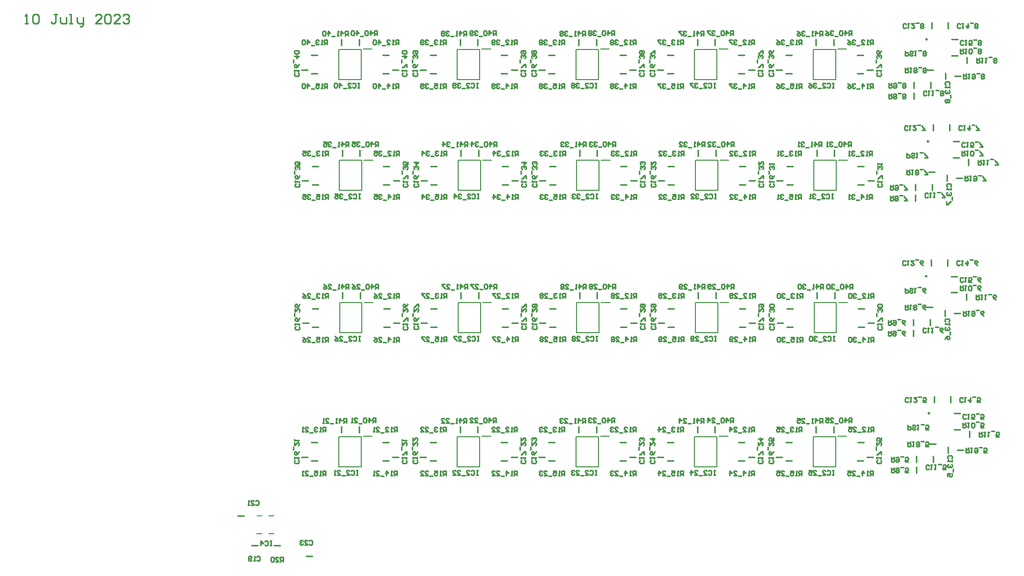
<source format=gbo>
G04*
G04 #@! TF.GenerationSoftware,Altium Limited,Altium Designer,23.3.1 (30)*
G04*
G04 Layer_Color=32896*
%FSLAX44Y44*%
%MOMM*%
G71*
G04*
G04 #@! TF.SameCoordinates,BD36C32B-B9C7-4E4D-8C4A-4C0C75BD15CB*
G04*
G04*
G04 #@! TF.FilePolarity,Positive*
G04*
G01*
G75*
%ADD11C,0.1000*%
%ADD12C,0.2500*%
%ADD13C,0.2540*%
%ADD16C,0.2000*%
D11*
X847220Y321200D02*
G03*
X847220Y320200I0J-500D01*
G01*
D02*
G03*
X847220Y321200I0J500D01*
G01*
D12*
X1973610Y515400D02*
G03*
X1973610Y515400I-1250J0D01*
G01*
X1968711Y742689D02*
G03*
X1968711Y742689I-1250J0D01*
G01*
X1969473Y1135881D02*
G03*
X1969473Y1135881I-1250J0D01*
G01*
X1972013Y966590D02*
G03*
X1972013Y966590I-1250J0D01*
G01*
D13*
X938530Y278130D02*
X948690D01*
X848360Y295910D02*
X858520D01*
X825500Y345440D02*
X835660D01*
X885190Y295910D02*
X895350D01*
X1278890Y442849D02*
X1289050D01*
X1734820Y436499D02*
X1744980D01*
X1973399Y464480D02*
X1983559D01*
X2019119Y454320D02*
X2029279D01*
X2039058Y475910D02*
Y486070D01*
X2014039Y488610D02*
X2024199D01*
X1951428Y434000D02*
Y444160D01*
Y416220D02*
Y426380D01*
X2014039Y515280D02*
X2024199D01*
X2007689Y533060D02*
Y543220D01*
X2003879Y449240D02*
Y459400D01*
X1980638Y533060D02*
Y543220D01*
X1978860Y434000D02*
Y444160D01*
X1589151Y705739D02*
Y715899D01*
X1968500Y691769D02*
X1978660D01*
X2014220Y681609D02*
X2024380D01*
X1973961Y661289D02*
Y671449D01*
X1975739Y760349D02*
Y770509D01*
X1998980Y676529D02*
Y686689D01*
X2002790Y760349D02*
Y770509D01*
X2009140Y742569D02*
X2019300D01*
X1946529Y643509D02*
Y653669D01*
Y661289D02*
Y671449D01*
X2009140Y715899D02*
X2019300D01*
X2034159Y703199D02*
Y713359D01*
X1969262Y1084961D02*
X1979422D01*
X2014982Y1074801D02*
X2025142D01*
X1974723Y1054481D02*
Y1064641D01*
X1976501Y1153541D02*
Y1163701D01*
X1999742Y1069721D02*
Y1079881D01*
X2003552Y1153541D02*
Y1163701D01*
X2009902Y1135761D02*
X2020062D01*
X1947291Y1036701D02*
Y1046861D01*
Y1054481D02*
Y1064641D01*
X2009902Y1109091D02*
X2020062D01*
X2034921Y1096391D02*
Y1106551D01*
X2017522Y905510D02*
X2027682D01*
X1971802Y915670D02*
X1981962D01*
X1977263Y885190D02*
Y895350D01*
X1979041Y984250D02*
Y994410D01*
X2002282Y900430D02*
Y910590D01*
X2006092Y984250D02*
Y994410D01*
X2012442Y966470D02*
X2022602D01*
X1949831Y867410D02*
Y877570D01*
Y885190D02*
Y895350D01*
X2012442Y939800D02*
X2022602D01*
X2037461Y927100D02*
Y937260D01*
X1263650Y925449D02*
X1273810D01*
X1263650Y894969D02*
X1273810D01*
X1786001Y941959D02*
Y952119D01*
X1815211Y941959D02*
Y952119D01*
X1736090Y894969D02*
X1746250D01*
X1854200D02*
X1864360D01*
X1736090Y925449D02*
X1746250D01*
X1854200D02*
X1864360D01*
X1870710Y901319D02*
X1880870D01*
X1719580D02*
X1729740D01*
X1618361Y705739D02*
Y715899D01*
X1539240Y658749D02*
X1549400D01*
X1657350D02*
X1667510D01*
X1539240Y689229D02*
X1549400D01*
X1657350D02*
X1667510D01*
X1673860Y665099D02*
X1684020D01*
X1522730D02*
X1532890D01*
X1784731Y483489D02*
Y493649D01*
X1813941Y483489D02*
Y493649D01*
X1852930Y436499D02*
X1863090D01*
X1734820Y466979D02*
X1744980D01*
X1854200Y467360D02*
X1864360D01*
X1869440Y442849D02*
X1879600D01*
X1718310D02*
X1728470D01*
X1145540Y658749D02*
X1155700D01*
X1129030Y665099D02*
X1139190D01*
X1145540Y689229D02*
X1155700D01*
X1460500D02*
X1470660D01*
X1280160Y665099D02*
X1290320D01*
X1224661Y705739D02*
Y715899D01*
X1195451Y705739D02*
Y715899D01*
X1421511Y705739D02*
Y715899D01*
X932464Y664968D02*
X942624D01*
X998885Y705608D02*
Y715768D01*
X1028095Y705608D02*
Y715768D01*
X948974Y689098D02*
X959134D01*
X948974Y658618D02*
X959134D01*
X1263650Y689229D02*
X1273810D01*
X1460500Y658749D02*
X1470660D01*
X1477010Y665099D02*
X1487170D01*
X1736374Y689098D02*
X1746534D01*
X1719864Y664968D02*
X1730024D01*
X1736374Y658618D02*
X1746534D01*
X1786285Y705608D02*
Y715768D01*
X1815495Y705608D02*
Y715768D01*
X1854484Y689098D02*
X1864644D01*
X1870994Y664968D02*
X1881154D01*
X1854484Y658618D02*
X1864644D01*
X1263650Y658749D02*
X1273810D01*
X1067084Y689098D02*
X1077244D01*
X1067084Y658618D02*
X1077244D01*
X1083594Y664968D02*
X1093754D01*
X1342390Y658749D02*
X1352550D01*
X1342390Y689229D02*
X1352550D01*
X1325880Y665099D02*
X1336040D01*
X1392301Y705739D02*
Y715899D01*
X1656080Y436499D02*
X1666240D01*
X1672590Y442849D02*
X1682750D01*
X1656080Y466979D02*
X1666240D01*
X1420241Y483489D02*
Y493649D01*
X1391031Y483489D02*
Y493649D01*
X1341120Y466979D02*
X1351280D01*
X1459230Y436499D02*
X1469390D01*
X1475740Y442849D02*
X1485900D01*
X1459230Y466979D02*
X1469390D01*
X1324610Y442849D02*
X1334770D01*
X1341120Y436499D02*
X1351280D01*
X1144270D02*
X1154430D01*
X947420D02*
X957580D01*
X930910Y442849D02*
X941070D01*
X947420Y466979D02*
X957580D01*
X1262380Y436499D02*
X1272540D01*
X1262380Y466979D02*
X1272540D01*
X1223391Y483489D02*
Y493649D01*
X1194181Y483489D02*
Y493649D01*
X1127760Y442849D02*
X1137920D01*
X997331Y483489D02*
Y493649D01*
X1144270Y466979D02*
X1154430D01*
X1026541Y483489D02*
Y493649D01*
X1065530Y466979D02*
X1075690D01*
X1065530Y436499D02*
X1075690D01*
X1082040Y442849D02*
X1092200D01*
X1587881Y483489D02*
Y493649D01*
X1617091Y483489D02*
Y493649D01*
X1537970Y466979D02*
X1548130D01*
X1521460Y442849D02*
X1531620D01*
X1537970Y436499D02*
X1548130D01*
X997331Y1126109D02*
Y1136269D01*
X930910Y1085469D02*
X941070D01*
X947420Y1109599D02*
X957580D01*
X947420Y1079119D02*
X957580D01*
X1026541Y1126109D02*
Y1136269D01*
X1065530Y1109599D02*
X1075690D01*
X1144270D02*
X1154430D01*
X1065530Y1079119D02*
X1075690D01*
X1082040Y1085469D02*
X1092200D01*
X1127760D02*
X1137920D01*
X1144270Y1079119D02*
X1154430D01*
X998601Y941959D02*
Y952119D01*
X932180Y901319D02*
X942340D01*
X948690Y925449D02*
X958850D01*
X948690Y894969D02*
X958850D01*
X1027811Y941959D02*
Y952119D01*
X1066800Y925449D02*
X1076960D01*
X1145540D02*
X1155700D01*
X1066800Y894969D02*
X1076960D01*
X1083310Y901319D02*
X1093470D01*
X1129030D02*
X1139190D01*
X1145540Y894969D02*
X1155700D01*
X1223391Y1126109D02*
Y1136269D01*
X1194181Y1126109D02*
Y1136269D01*
X1262380Y1109599D02*
X1272540D01*
X1341120D02*
X1351280D01*
X1278890Y1085469D02*
X1289050D01*
X1324610D02*
X1334770D01*
X1195451Y941959D02*
Y952119D01*
X1224661Y941959D02*
Y952119D01*
X1262380Y1079119D02*
X1272540D01*
X1341120D02*
X1351280D01*
X1342390Y925449D02*
X1352550D01*
X1420241Y1126109D02*
Y1136269D01*
X1391031Y1126109D02*
Y1136269D01*
X1459230Y1109599D02*
X1469390D01*
X1537970D02*
X1548130D01*
X1521460Y1085469D02*
X1531620D01*
X1475740D02*
X1485900D01*
X1392301Y941959D02*
Y952119D01*
X1421511Y941959D02*
Y952119D01*
X1459230Y1079119D02*
X1469390D01*
X1537970D02*
X1548130D01*
X1460500Y925449D02*
X1470660D01*
X1539240D02*
X1549400D01*
X1280160Y901319D02*
X1290320D01*
X1325880D02*
X1336040D01*
X1342390Y894969D02*
X1352550D01*
X1477010Y901319D02*
X1487170D01*
X1522730D02*
X1532890D01*
X1460500Y894969D02*
X1470660D01*
X1539240D02*
X1549400D01*
X1587881Y1126109D02*
Y1136269D01*
X1617091Y1126109D02*
Y1136269D01*
X1589151Y941959D02*
Y952119D01*
X1618361Y941959D02*
Y952119D01*
X1656080Y1109599D02*
X1666240D01*
X1672590Y1085469D02*
X1682750D01*
X1718310D02*
X1728470D01*
X1734820Y1109599D02*
X1744980D01*
X1657350Y925449D02*
X1667510D01*
X1656080Y1079119D02*
X1666240D01*
X1734820D02*
X1744980D01*
X1657350Y894969D02*
X1667510D01*
X1673860Y901319D02*
X1684020D01*
X1784731Y1126109D02*
Y1136269D01*
X1813941Y1126109D02*
Y1136269D01*
X1852930Y1109599D02*
X1863090D01*
X1869440Y1085469D02*
X1879600D01*
X1852930Y1079119D02*
X1863090D01*
X472440Y1162048D02*
X477518D01*
X474979D01*
Y1177283D01*
X472440Y1174744D01*
X485136D02*
X487675Y1177283D01*
X492753D01*
X495293Y1174744D01*
Y1164587D01*
X492753Y1162048D01*
X487675D01*
X485136Y1164587D01*
Y1174744D01*
X525763Y1177283D02*
X520684D01*
X523224D01*
Y1164587D01*
X520684Y1162048D01*
X518145D01*
X515606Y1164587D01*
X530841Y1172205D02*
Y1164587D01*
X533380Y1162048D01*
X540998D01*
Y1172205D01*
X546076Y1162048D02*
X551155D01*
X548615D01*
Y1177283D01*
X546076D01*
X558772Y1172205D02*
Y1164587D01*
X561311Y1162048D01*
X568929D01*
Y1159509D01*
X566390Y1156970D01*
X563850D01*
X568929Y1162048D02*
Y1172205D01*
X599399Y1162048D02*
X589242D01*
X599399Y1172205D01*
Y1174744D01*
X596860Y1177283D01*
X591781D01*
X589242Y1174744D01*
X604477D02*
X607016Y1177283D01*
X612095D01*
X614634Y1174744D01*
Y1164587D01*
X612095Y1162048D01*
X607016D01*
X604477Y1164587D01*
Y1174744D01*
X629869Y1162048D02*
X619712D01*
X629869Y1172205D01*
Y1174744D01*
X627330Y1177283D01*
X622252D01*
X619712Y1174744D01*
X634947D02*
X637487Y1177283D01*
X642565D01*
X645104Y1174744D01*
Y1172205D01*
X642565Y1169666D01*
X640026D01*
X642565D01*
X645104Y1167127D01*
Y1164587D01*
X642565Y1162048D01*
X637487D01*
X634947Y1164587D01*
X900427Y269241D02*
Y276859D01*
X896618D01*
X895348Y275589D01*
Y273050D01*
X896618Y271780D01*
X900427D01*
X897887D02*
X895348Y269241D01*
X887731D02*
X892809D01*
X887731Y274320D01*
Y275589D01*
X889000Y276859D01*
X891540D01*
X892809Y275589D01*
X885192D02*
X883922Y276859D01*
X881383D01*
X880113Y275589D01*
Y270511D01*
X881383Y269241D01*
X883922D01*
X885192Y270511D01*
Y275589D01*
X881522Y303529D02*
X878983D01*
X880252D01*
Y295911D01*
X881522D01*
X878983D01*
X870096Y302259D02*
X871365Y303529D01*
X873904D01*
X875174Y302259D01*
Y297181D01*
X873904Y295911D01*
X871365D01*
X870096Y297181D01*
X863748Y295911D02*
Y303529D01*
X867556Y299720D01*
X862478D01*
X943608Y303529D02*
X944878Y304799D01*
X947417D01*
X948687Y303529D01*
Y298451D01*
X947417Y297181D01*
X944878D01*
X943608Y298451D01*
X935991Y297181D02*
X941069D01*
X935991Y302260D01*
Y303529D01*
X937260Y304799D01*
X939800D01*
X941069Y303529D01*
X933452D02*
X932182Y304799D01*
X929643D01*
X928373Y303529D01*
Y302260D01*
X929643Y300990D01*
X930912D01*
X929643D01*
X928373Y299720D01*
Y298451D01*
X929643Y297181D01*
X932182D01*
X933452Y298451D01*
X854709Y369569D02*
X855978Y370839D01*
X858518D01*
X859787Y369569D01*
Y364491D01*
X858518Y363221D01*
X855978D01*
X854709Y364491D01*
X847091Y363221D02*
X852170D01*
X847091Y368300D01*
Y369569D01*
X848361Y370839D01*
X850900D01*
X852170Y369569D01*
X844552Y363221D02*
X842013D01*
X843282D01*
Y370839D01*
X844552Y369569D01*
X856614Y276859D02*
X857883Y278129D01*
X860422D01*
X861692Y276859D01*
Y271781D01*
X860422Y270511D01*
X857883D01*
X856614Y271781D01*
X854074Y270511D02*
X851535D01*
X852805D01*
Y278129D01*
X854074Y276859D01*
X847726Y271781D02*
X846457Y270511D01*
X843918D01*
X842648Y271781D01*
Y276859D01*
X843918Y278129D01*
X846457D01*
X847726Y276859D01*
Y275590D01*
X846457Y274320D01*
X842648D01*
X2029592Y1077975D02*
Y1070357D01*
X2033401D01*
X2034671Y1071627D01*
Y1074166D01*
X2033401Y1075436D01*
X2029592D01*
X2032131D02*
X2034671Y1077975D01*
X2037210D02*
X2039749D01*
X2038479D01*
Y1070357D01*
X2037210Y1071627D01*
X2043558Y1076705D02*
X2044827Y1077975D01*
X2047366D01*
X2048636Y1076705D01*
Y1071627D01*
X2047366Y1070357D01*
X2044827D01*
X2043558Y1071627D01*
Y1072897D01*
X2044827Y1074166D01*
X2048636D01*
X2051175Y1079245D02*
X2056254D01*
X2058793Y1071627D02*
X2060062Y1070357D01*
X2062601D01*
X2063871Y1071627D01*
Y1072897D01*
X2062601Y1074166D01*
X2063871Y1075436D01*
Y1076705D01*
X2062601Y1077975D01*
X2060062D01*
X2058793Y1076705D01*
Y1075436D01*
X2060062Y1074166D01*
X2058793Y1072897D01*
Y1071627D01*
X2060062Y1074166D02*
X2062601D01*
X1933072Y1088135D02*
Y1080517D01*
X1936881D01*
X1938150Y1081787D01*
Y1084326D01*
X1936881Y1085596D01*
X1933072D01*
X1935611D02*
X1938150Y1088135D01*
X1940690D02*
X1943229D01*
X1941959D01*
Y1080517D01*
X1940690Y1081787D01*
X1947038D02*
X1948307Y1080517D01*
X1950846D01*
X1952116Y1081787D01*
Y1083057D01*
X1950846Y1084326D01*
X1952116Y1085596D01*
Y1086865D01*
X1950846Y1088135D01*
X1948307D01*
X1947038Y1086865D01*
Y1085596D01*
X1948307Y1084326D01*
X1947038Y1083057D01*
Y1081787D01*
X1948307Y1084326D02*
X1950846D01*
X1954655Y1089405D02*
X1959733D01*
X1962273Y1081787D02*
X1963542Y1080517D01*
X1966082D01*
X1967351Y1081787D01*
Y1083057D01*
X1966082Y1084326D01*
X1967351Y1085596D01*
Y1086865D01*
X1966082Y1088135D01*
X1963542D01*
X1962273Y1086865D01*
Y1085596D01*
X1963542Y1084326D01*
X1962273Y1083057D01*
Y1081787D01*
X1963542Y1084326D02*
X1966082D01*
X1935612Y918844D02*
Y911226D01*
X1939421D01*
X1940690Y912496D01*
Y915035D01*
X1939421Y916305D01*
X1935612D01*
X1938151D02*
X1940690Y918844D01*
X1943230D02*
X1945769D01*
X1944499D01*
Y911226D01*
X1943230Y912496D01*
X1949578D02*
X1950847Y911226D01*
X1953386D01*
X1954656Y912496D01*
Y913766D01*
X1953386Y915035D01*
X1954656Y916305D01*
Y917574D01*
X1953386Y918844D01*
X1950847D01*
X1949578Y917574D01*
Y916305D01*
X1950847Y915035D01*
X1949578Y913766D01*
Y912496D01*
X1950847Y915035D02*
X1953386D01*
X1957195Y920114D02*
X1962274D01*
X1964813Y911226D02*
X1969891D01*
Y912496D01*
X1964813Y917574D01*
Y918844D01*
X2032132Y908684D02*
Y901066D01*
X2035941D01*
X2037211Y902336D01*
Y904875D01*
X2035941Y906145D01*
X2032132D01*
X2034671D02*
X2037211Y908684D01*
X2039750D02*
X2042289D01*
X2041019D01*
Y901066D01*
X2039750Y902336D01*
X2046098Y907414D02*
X2047367Y908684D01*
X2049906D01*
X2051176Y907414D01*
Y902336D01*
X2049906Y901066D01*
X2047367D01*
X2046098Y902336D01*
Y903606D01*
X2047367Y904875D01*
X2051176D01*
X2053715Y909954D02*
X2058793D01*
X2061333Y901066D02*
X2066411D01*
Y902336D01*
X2061333Y907414D01*
Y908684D01*
X2028830Y684783D02*
Y677165D01*
X2032639D01*
X2033909Y678435D01*
Y680974D01*
X2032639Y682244D01*
X2028830D01*
X2031369D02*
X2033909Y684783D01*
X2036448D02*
X2038987D01*
X2037717D01*
Y677165D01*
X2036448Y678435D01*
X2042796Y683513D02*
X2044065Y684783D01*
X2046604D01*
X2047874Y683513D01*
Y678435D01*
X2046604Y677165D01*
X2044065D01*
X2042796Y678435D01*
Y679705D01*
X2044065Y680974D01*
X2047874D01*
X2050413Y686053D02*
X2055491D01*
X2063109Y677165D02*
X2060570Y678435D01*
X2058031Y680974D01*
Y683513D01*
X2059300Y684783D01*
X2061839D01*
X2063109Y683513D01*
Y682244D01*
X2061839Y680974D01*
X2058031D01*
X1932310Y694943D02*
Y687325D01*
X1936119D01*
X1937388Y688595D01*
Y691134D01*
X1936119Y692404D01*
X1932310D01*
X1934849D02*
X1937388Y694943D01*
X1939928D02*
X1942467D01*
X1941197D01*
Y687325D01*
X1939928Y688595D01*
X1946276D02*
X1947545Y687325D01*
X1950084D01*
X1951354Y688595D01*
Y689865D01*
X1950084Y691134D01*
X1951354Y692404D01*
Y693673D01*
X1950084Y694943D01*
X1947545D01*
X1946276Y693673D01*
Y692404D01*
X1947545Y691134D01*
X1946276Y689865D01*
Y688595D01*
X1947545Y691134D02*
X1950084D01*
X1953893Y696213D02*
X1958972D01*
X1966589Y687325D02*
X1964050Y688595D01*
X1961511Y691134D01*
Y693673D01*
X1962780Y694943D01*
X1965320D01*
X1966589Y693673D01*
Y692404D01*
X1965320Y691134D01*
X1961511D01*
X1937209Y467654D02*
Y460036D01*
X1941018D01*
X1942287Y461306D01*
Y463845D01*
X1941018Y465115D01*
X1937209D01*
X1939748D02*
X1942287Y467654D01*
X1944827D02*
X1947366D01*
X1946096D01*
Y460036D01*
X1944827Y461306D01*
X1951175D02*
X1952444Y460036D01*
X1954983D01*
X1956253Y461306D01*
Y462576D01*
X1954983Y463845D01*
X1956253Y465115D01*
Y466384D01*
X1954983Y467654D01*
X1952444D01*
X1951175Y466384D01*
Y465115D01*
X1952444Y463845D01*
X1951175Y462576D01*
Y461306D01*
X1952444Y463845D02*
X1954983D01*
X1958792Y468923D02*
X1963871D01*
X1971488Y460036D02*
X1966410D01*
Y463845D01*
X1968949Y462576D01*
X1970219D01*
X1971488Y463845D01*
Y466384D01*
X1970219Y467654D01*
X1967679D01*
X1966410Y466384D01*
X2033729Y457494D02*
Y449876D01*
X2037538D01*
X2038808Y451146D01*
Y453685D01*
X2037538Y454955D01*
X2033729D01*
X2036268D02*
X2038808Y457494D01*
X2041347D02*
X2043886D01*
X2042616D01*
Y449876D01*
X2041347Y451146D01*
X2047695Y456224D02*
X2048964Y457494D01*
X2051503D01*
X2052773Y456224D01*
Y451146D01*
X2051503Y449876D01*
X2048964D01*
X2047695Y451146D01*
Y452416D01*
X2048964Y453685D01*
X2052773D01*
X2055312Y458764D02*
X2060390D01*
X2068008Y449876D02*
X2062930D01*
Y453685D01*
X2065469Y452416D01*
X2066738D01*
X2068008Y453685D01*
Y456224D01*
X2066738Y457494D01*
X2064199D01*
X2062930Y456224D01*
X1007740Y1141985D02*
Y1149603D01*
X1003931D01*
X1002662Y1148333D01*
Y1145794D01*
X1003931Y1144524D01*
X1007740D01*
X1005201D02*
X1002662Y1141985D01*
X996314D02*
Y1149603D01*
X1000122Y1145794D01*
X995044D01*
X992505Y1141985D02*
X989966D01*
X991235D01*
Y1149603D01*
X992505Y1148333D01*
X986157Y1140715D02*
X981078D01*
X974731Y1141985D02*
Y1149603D01*
X978539Y1145794D01*
X973461D01*
X970922Y1148333D02*
X969652Y1149603D01*
X967113D01*
X965843Y1148333D01*
Y1143255D01*
X967113Y1141985D01*
X969652D01*
X970922Y1143255D01*
Y1148333D01*
X1204590Y1141985D02*
Y1149603D01*
X1200781D01*
X1199511Y1148333D01*
Y1145794D01*
X1200781Y1144524D01*
X1204590D01*
X1202051D02*
X1199511Y1141985D01*
X1193164D02*
Y1149603D01*
X1196972Y1145794D01*
X1191894D01*
X1189355Y1141985D02*
X1186816D01*
X1188085D01*
Y1149603D01*
X1189355Y1148333D01*
X1183007Y1140715D02*
X1177928D01*
X1175389Y1148333D02*
X1174120Y1149603D01*
X1171581D01*
X1170311Y1148333D01*
Y1147063D01*
X1171581Y1145794D01*
X1172850D01*
X1171581D01*
X1170311Y1144524D01*
Y1143255D01*
X1171581Y1141985D01*
X1174120D01*
X1175389Y1143255D01*
X1167772D02*
X1166502Y1141985D01*
X1163963D01*
X1162693Y1143255D01*
Y1148333D01*
X1163963Y1149603D01*
X1166502D01*
X1167772Y1148333D01*
Y1147063D01*
X1166502Y1145794D01*
X1162693D01*
X1401440Y1141985D02*
Y1149603D01*
X1397631D01*
X1396362Y1148333D01*
Y1145794D01*
X1397631Y1144524D01*
X1401440D01*
X1398901D02*
X1396362Y1141985D01*
X1390014D02*
Y1149603D01*
X1393822Y1145794D01*
X1388744D01*
X1386205Y1141985D02*
X1383666D01*
X1384935D01*
Y1149603D01*
X1386205Y1148333D01*
X1379857Y1140715D02*
X1374778D01*
X1372239Y1148333D02*
X1370970Y1149603D01*
X1368430D01*
X1367161Y1148333D01*
Y1147063D01*
X1368430Y1145794D01*
X1369700D01*
X1368430D01*
X1367161Y1144524D01*
Y1143255D01*
X1368430Y1141985D01*
X1370970D01*
X1372239Y1143255D01*
X1364622Y1148333D02*
X1363352Y1149603D01*
X1360813D01*
X1359543Y1148333D01*
Y1147063D01*
X1360813Y1145794D01*
X1359543Y1144524D01*
Y1143255D01*
X1360813Y1141985D01*
X1363352D01*
X1364622Y1143255D01*
Y1144524D01*
X1363352Y1145794D01*
X1364622Y1147063D01*
Y1148333D01*
X1363352Y1145794D02*
X1360813D01*
X1598290Y1141985D02*
Y1149603D01*
X1594481D01*
X1593212Y1148333D01*
Y1145794D01*
X1594481Y1144524D01*
X1598290D01*
X1595751D02*
X1593212Y1141985D01*
X1586864D02*
Y1149603D01*
X1590672Y1145794D01*
X1585594D01*
X1583055Y1141985D02*
X1580516D01*
X1581785D01*
Y1149603D01*
X1583055Y1148333D01*
X1576707Y1140715D02*
X1571629D01*
X1569089Y1148333D02*
X1567820Y1149603D01*
X1565280D01*
X1564011Y1148333D01*
Y1147063D01*
X1565280Y1145794D01*
X1566550D01*
X1565280D01*
X1564011Y1144524D01*
Y1143255D01*
X1565280Y1141985D01*
X1567820D01*
X1569089Y1143255D01*
X1561472Y1149603D02*
X1556393D01*
Y1148333D01*
X1561472Y1143255D01*
Y1141985D01*
X1795140D02*
Y1149603D01*
X1791331D01*
X1790061Y1148333D01*
Y1145794D01*
X1791331Y1144524D01*
X1795140D01*
X1792601D02*
X1790061Y1141985D01*
X1783714D02*
Y1149603D01*
X1787522Y1145794D01*
X1782444D01*
X1779905Y1141985D02*
X1777366D01*
X1778635D01*
Y1149603D01*
X1779905Y1148333D01*
X1773557Y1140715D02*
X1768479D01*
X1765939Y1148333D02*
X1764670Y1149603D01*
X1762130D01*
X1760861Y1148333D01*
Y1147063D01*
X1762130Y1145794D01*
X1763400D01*
X1762130D01*
X1760861Y1144524D01*
Y1143255D01*
X1762130Y1141985D01*
X1764670D01*
X1765939Y1143255D01*
X1753243Y1149603D02*
X1755783Y1148333D01*
X1758322Y1145794D01*
Y1143255D01*
X1757052Y1141985D01*
X1754513D01*
X1753243Y1143255D01*
Y1144524D01*
X1754513Y1145794D01*
X1758322D01*
X1009010Y957835D02*
Y965453D01*
X1005201D01*
X1003932Y964183D01*
Y961644D01*
X1005201Y960374D01*
X1009010D01*
X1006471D02*
X1003932Y957835D01*
X997584D02*
Y965453D01*
X1001392Y961644D01*
X996314D01*
X993775Y957835D02*
X991236D01*
X992505D01*
Y965453D01*
X993775Y964183D01*
X987427Y956565D02*
X982348D01*
X979809Y964183D02*
X978540Y965453D01*
X976001D01*
X974731Y964183D01*
Y962913D01*
X976001Y961644D01*
X977270D01*
X976001D01*
X974731Y960374D01*
Y959105D01*
X976001Y957835D01*
X978540D01*
X979809Y959105D01*
X967113Y965453D02*
X972192D01*
Y961644D01*
X969653Y962913D01*
X968383D01*
X967113Y961644D01*
Y959105D01*
X968383Y957835D01*
X970922D01*
X972192Y959105D01*
X1205860Y957835D02*
Y965453D01*
X1202051D01*
X1200781Y964183D01*
Y961644D01*
X1202051Y960374D01*
X1205860D01*
X1203321D02*
X1200781Y957835D01*
X1194434D02*
Y965453D01*
X1198242Y961644D01*
X1193164D01*
X1190625Y957835D02*
X1188086D01*
X1189355D01*
Y965453D01*
X1190625Y964183D01*
X1184277Y956565D02*
X1179199D01*
X1176659Y964183D02*
X1175390Y965453D01*
X1172850D01*
X1171581Y964183D01*
Y962913D01*
X1172850Y961644D01*
X1174120D01*
X1172850D01*
X1171581Y960374D01*
Y959105D01*
X1172850Y957835D01*
X1175390D01*
X1176659Y959105D01*
X1165233Y957835D02*
Y965453D01*
X1169042Y961644D01*
X1163963D01*
X1402710Y957835D02*
Y965453D01*
X1398901D01*
X1397632Y964183D01*
Y961644D01*
X1398901Y960374D01*
X1402710D01*
X1400171D02*
X1397632Y957835D01*
X1391284D02*
Y965453D01*
X1395092Y961644D01*
X1390014D01*
X1387475Y957835D02*
X1384936D01*
X1386205D01*
Y965453D01*
X1387475Y964183D01*
X1381127Y956565D02*
X1376048D01*
X1373509Y964183D02*
X1372240Y965453D01*
X1369700D01*
X1368431Y964183D01*
Y962913D01*
X1369700Y961644D01*
X1370970D01*
X1369700D01*
X1368431Y960374D01*
Y959105D01*
X1369700Y957835D01*
X1372240D01*
X1373509Y959105D01*
X1365892Y964183D02*
X1364622Y965453D01*
X1362083D01*
X1360813Y964183D01*
Y962913D01*
X1362083Y961644D01*
X1363353D01*
X1362083D01*
X1360813Y960374D01*
Y959105D01*
X1362083Y957835D01*
X1364622D01*
X1365892Y959105D01*
X1599560Y957835D02*
Y965453D01*
X1595751D01*
X1594482Y964183D01*
Y961644D01*
X1595751Y960374D01*
X1599560D01*
X1597021D02*
X1594482Y957835D01*
X1588134D02*
Y965453D01*
X1591942Y961644D01*
X1586864D01*
X1584325Y957835D02*
X1581786D01*
X1583055D01*
Y965453D01*
X1584325Y964183D01*
X1577977Y956565D02*
X1572899D01*
X1570359Y964183D02*
X1569090Y965453D01*
X1566550D01*
X1565281Y964183D01*
Y962913D01*
X1566550Y961644D01*
X1567820D01*
X1566550D01*
X1565281Y960374D01*
Y959105D01*
X1566550Y957835D01*
X1569090D01*
X1570359Y959105D01*
X1557663Y957835D02*
X1562742D01*
X1557663Y962913D01*
Y964183D01*
X1558933Y965453D01*
X1561472D01*
X1562742Y964183D01*
X1793871Y957835D02*
Y965453D01*
X1790062D01*
X1788792Y964183D01*
Y961644D01*
X1790062Y960374D01*
X1793871D01*
X1791331D02*
X1788792Y957835D01*
X1782444D02*
Y965453D01*
X1786253Y961644D01*
X1781175D01*
X1778636Y957835D02*
X1776096D01*
X1777366D01*
Y965453D01*
X1778636Y964183D01*
X1772288Y956565D02*
X1767209D01*
X1764670Y964183D02*
X1763401Y965453D01*
X1760861D01*
X1759592Y964183D01*
Y962913D01*
X1760861Y961644D01*
X1762131D01*
X1760861D01*
X1759592Y960374D01*
Y959105D01*
X1760861Y957835D01*
X1763401D01*
X1764670Y959105D01*
X1757053Y957835D02*
X1754513D01*
X1755783D01*
Y965453D01*
X1757053Y964183D01*
X1796694Y721484D02*
Y729102D01*
X1792885D01*
X1791615Y727832D01*
Y725293D01*
X1792885Y724023D01*
X1796694D01*
X1794155D02*
X1791615Y721484D01*
X1785267D02*
Y729102D01*
X1789076Y725293D01*
X1783998D01*
X1781459Y721484D02*
X1778920D01*
X1780189D01*
Y729102D01*
X1781459Y727832D01*
X1775111Y720215D02*
X1770033D01*
X1767493Y727832D02*
X1766224Y729102D01*
X1763685D01*
X1762415Y727832D01*
Y726563D01*
X1763685Y725293D01*
X1764954D01*
X1763685D01*
X1762415Y724023D01*
Y722754D01*
X1763685Y721484D01*
X1766224D01*
X1767493Y722754D01*
X1759876Y727832D02*
X1758606Y729102D01*
X1756067D01*
X1754797Y727832D01*
Y722754D01*
X1756067Y721484D01*
X1758606D01*
X1759876Y722754D01*
Y727832D01*
X1599560Y721615D02*
Y729233D01*
X1595751D01*
X1594482Y727963D01*
Y725424D01*
X1595751Y724154D01*
X1599560D01*
X1597021D02*
X1594482Y721615D01*
X1588134D02*
Y729233D01*
X1591942Y725424D01*
X1586864D01*
X1584325Y721615D02*
X1581786D01*
X1583055D01*
Y729233D01*
X1584325Y727963D01*
X1577977Y720345D02*
X1572899D01*
X1565281Y721615D02*
X1570359D01*
X1565281Y726693D01*
Y727963D01*
X1566550Y729233D01*
X1569090D01*
X1570359Y727963D01*
X1562742Y722885D02*
X1561472Y721615D01*
X1558933D01*
X1557663Y722885D01*
Y727963D01*
X1558933Y729233D01*
X1561472D01*
X1562742Y727963D01*
Y726693D01*
X1561472Y725424D01*
X1557663D01*
X1402710Y721615D02*
Y729233D01*
X1398901D01*
X1397632Y727963D01*
Y725424D01*
X1398901Y724154D01*
X1402710D01*
X1400171D02*
X1397632Y721615D01*
X1391284D02*
Y729233D01*
X1395092Y725424D01*
X1390014D01*
X1387475Y721615D02*
X1384936D01*
X1386205D01*
Y729233D01*
X1387475Y727963D01*
X1381127Y720345D02*
X1376048D01*
X1368431Y721615D02*
X1373509D01*
X1368431Y726693D01*
Y727963D01*
X1369700Y729233D01*
X1372240D01*
X1373509Y727963D01*
X1365892D02*
X1364622Y729233D01*
X1362083D01*
X1360813Y727963D01*
Y726693D01*
X1362083Y725424D01*
X1360813Y724154D01*
Y722885D01*
X1362083Y721615D01*
X1364622D01*
X1365892Y722885D01*
Y724154D01*
X1364622Y725424D01*
X1365892Y726693D01*
Y727963D01*
X1364622Y725424D02*
X1362083D01*
X1205860Y721615D02*
Y729233D01*
X1202051D01*
X1200781Y727963D01*
Y725424D01*
X1202051Y724154D01*
X1205860D01*
X1203321D02*
X1200781Y721615D01*
X1194434D02*
Y729233D01*
X1198242Y725424D01*
X1193164D01*
X1190625Y721615D02*
X1188086D01*
X1189355D01*
Y729233D01*
X1190625Y727963D01*
X1184277Y720345D02*
X1179199D01*
X1171581Y721615D02*
X1176659D01*
X1171581Y726693D01*
Y727963D01*
X1172850Y729233D01*
X1175390D01*
X1176659Y727963D01*
X1169042Y729233D02*
X1163963D01*
Y727963D01*
X1169042Y722885D01*
Y721615D01*
X1009294Y721484D02*
Y729102D01*
X1005485D01*
X1004215Y727832D01*
Y725293D01*
X1005485Y724023D01*
X1009294D01*
X1006755D02*
X1004215Y721484D01*
X997868D02*
Y729102D01*
X1001676Y725293D01*
X996598D01*
X994059Y721484D02*
X991520D01*
X992789D01*
Y729102D01*
X994059Y727832D01*
X987711Y720215D02*
X982633D01*
X975015Y721484D02*
X980093D01*
X975015Y726563D01*
Y727832D01*
X976284Y729102D01*
X978824D01*
X980093Y727832D01*
X967397Y729102D02*
X969937Y727832D01*
X972476Y725293D01*
Y722754D01*
X971206Y721484D01*
X968667D01*
X967397Y722754D01*
Y724023D01*
X968667Y725293D01*
X972476D01*
X1795140Y499365D02*
Y506983D01*
X1791331D01*
X1790061Y505713D01*
Y503174D01*
X1791331Y501904D01*
X1795140D01*
X1792601D02*
X1790061Y499365D01*
X1783714D02*
Y506983D01*
X1787522Y503174D01*
X1782444D01*
X1779905Y499365D02*
X1777366D01*
X1778635D01*
Y506983D01*
X1779905Y505713D01*
X1773557Y498095D02*
X1768479D01*
X1760861Y499365D02*
X1765939D01*
X1760861Y504443D01*
Y505713D01*
X1762130Y506983D01*
X1764670D01*
X1765939Y505713D01*
X1753243Y506983D02*
X1758322D01*
Y503174D01*
X1755783Y504443D01*
X1754513D01*
X1753243Y503174D01*
Y500635D01*
X1754513Y499365D01*
X1757052D01*
X1758322Y500635D01*
X1598290Y499365D02*
Y506983D01*
X1594481D01*
X1593212Y505713D01*
Y503174D01*
X1594481Y501904D01*
X1598290D01*
X1595751D02*
X1593212Y499365D01*
X1586864D02*
Y506983D01*
X1590672Y503174D01*
X1585594D01*
X1583055Y499365D02*
X1580516D01*
X1581785D01*
Y506983D01*
X1583055Y505713D01*
X1576707Y498095D02*
X1571629D01*
X1564011Y499365D02*
X1569089D01*
X1564011Y504443D01*
Y505713D01*
X1565280Y506983D01*
X1567820D01*
X1569089Y505713D01*
X1557663Y499365D02*
Y506983D01*
X1561472Y503174D01*
X1556393D01*
X1401440Y499365D02*
Y506983D01*
X1397631D01*
X1396362Y505713D01*
Y503174D01*
X1397631Y501904D01*
X1401440D01*
X1398901D02*
X1396362Y499365D01*
X1390014D02*
Y506983D01*
X1393822Y503174D01*
X1388744D01*
X1386205Y499365D02*
X1383666D01*
X1384935D01*
Y506983D01*
X1386205Y505713D01*
X1379857Y498095D02*
X1374778D01*
X1367161Y499365D02*
X1372239D01*
X1367161Y504443D01*
Y505713D01*
X1368430Y506983D01*
X1370970D01*
X1372239Y505713D01*
X1364622D02*
X1363352Y506983D01*
X1360813D01*
X1359543Y505713D01*
Y504443D01*
X1360813Y503174D01*
X1362083D01*
X1360813D01*
X1359543Y501904D01*
Y500635D01*
X1360813Y499365D01*
X1363352D01*
X1364622Y500635D01*
X1204590Y499365D02*
Y506983D01*
X1200781D01*
X1199511Y505713D01*
Y503174D01*
X1200781Y501904D01*
X1204590D01*
X1202051D02*
X1199511Y499365D01*
X1193164D02*
Y506983D01*
X1196972Y503174D01*
X1191894D01*
X1189355Y499365D02*
X1186816D01*
X1188085D01*
Y506983D01*
X1189355Y505713D01*
X1183007Y498095D02*
X1177928D01*
X1170311Y499365D02*
X1175389D01*
X1170311Y504443D01*
Y505713D01*
X1171581Y506983D01*
X1174120D01*
X1175389Y505713D01*
X1162693Y499365D02*
X1167772D01*
X1162693Y504443D01*
Y505713D01*
X1163963Y506983D01*
X1166502D01*
X1167772Y505713D01*
X1005201Y499365D02*
Y506983D01*
X1001392D01*
X1000122Y505713D01*
Y503174D01*
X1001392Y501904D01*
X1005201D01*
X1002662D02*
X1000122Y499365D01*
X993774D02*
Y506983D01*
X997583Y503174D01*
X992505D01*
X989966Y499365D02*
X987426D01*
X988696D01*
Y506983D01*
X989966Y505713D01*
X983618Y498095D02*
X978539D01*
X970922Y499365D02*
X976000D01*
X970922Y504443D01*
Y505713D01*
X972191Y506983D01*
X974731D01*
X976000Y505713D01*
X968383Y499365D02*
X965843D01*
X967113D01*
Y506983D01*
X968383Y505713D01*
X1056633Y1142366D02*
Y1149984D01*
X1052824D01*
X1051555Y1148714D01*
Y1146175D01*
X1052824Y1144905D01*
X1056633D01*
X1054094D02*
X1051555Y1142366D01*
X1045207D02*
Y1149984D01*
X1049016Y1146175D01*
X1043937D01*
X1041398Y1148714D02*
X1040128Y1149984D01*
X1037589D01*
X1036320Y1148714D01*
Y1143636D01*
X1037589Y1142366D01*
X1040128D01*
X1041398Y1143636D01*
Y1148714D01*
X1033780Y1141096D02*
X1028702D01*
X1022354Y1142366D02*
Y1149984D01*
X1026163Y1146175D01*
X1021085D01*
X1018545Y1148714D02*
X1017276Y1149984D01*
X1014737D01*
X1013467Y1148714D01*
Y1143636D01*
X1014737Y1142366D01*
X1017276D01*
X1018545Y1143636D01*
Y1148714D01*
X1253483Y1142366D02*
Y1149984D01*
X1249674D01*
X1248405Y1148714D01*
Y1146175D01*
X1249674Y1144905D01*
X1253483D01*
X1250944D02*
X1248405Y1142366D01*
X1242057D02*
Y1149984D01*
X1245865Y1146175D01*
X1240787D01*
X1238248Y1148714D02*
X1236978Y1149984D01*
X1234439D01*
X1233170Y1148714D01*
Y1143636D01*
X1234439Y1142366D01*
X1236978D01*
X1238248Y1143636D01*
Y1148714D01*
X1230630Y1141096D02*
X1225552D01*
X1223013Y1148714D02*
X1221743Y1149984D01*
X1219204D01*
X1217934Y1148714D01*
Y1147444D01*
X1219204Y1146175D01*
X1220474D01*
X1219204D01*
X1217934Y1144905D01*
Y1143636D01*
X1219204Y1142366D01*
X1221743D01*
X1223013Y1143636D01*
X1215395D02*
X1214126Y1142366D01*
X1211587D01*
X1210317Y1143636D01*
Y1148714D01*
X1211587Y1149984D01*
X1214126D01*
X1215395Y1148714D01*
Y1147444D01*
X1214126Y1146175D01*
X1210317D01*
X1450333Y1142366D02*
Y1149984D01*
X1446524D01*
X1445255Y1148714D01*
Y1146175D01*
X1446524Y1144905D01*
X1450333D01*
X1447794D02*
X1445255Y1142366D01*
X1438907D02*
Y1149984D01*
X1442715Y1146175D01*
X1437637D01*
X1435098Y1148714D02*
X1433828Y1149984D01*
X1431289D01*
X1430020Y1148714D01*
Y1143636D01*
X1431289Y1142366D01*
X1433828D01*
X1435098Y1143636D01*
Y1148714D01*
X1427480Y1141096D02*
X1422402D01*
X1419863Y1148714D02*
X1418593Y1149984D01*
X1416054D01*
X1414785Y1148714D01*
Y1147444D01*
X1416054Y1146175D01*
X1417324D01*
X1416054D01*
X1414785Y1144905D01*
Y1143636D01*
X1416054Y1142366D01*
X1418593D01*
X1419863Y1143636D01*
X1412245Y1148714D02*
X1410976Y1149984D01*
X1408437D01*
X1407167Y1148714D01*
Y1147444D01*
X1408437Y1146175D01*
X1407167Y1144905D01*
Y1143636D01*
X1408437Y1142366D01*
X1410976D01*
X1412245Y1143636D01*
Y1144905D01*
X1410976Y1146175D01*
X1412245Y1147444D01*
Y1148714D01*
X1410976Y1146175D02*
X1408437D01*
X1647183Y1142366D02*
Y1149984D01*
X1643374D01*
X1642105Y1148714D01*
Y1146175D01*
X1643374Y1144905D01*
X1647183D01*
X1644644D02*
X1642105Y1142366D01*
X1635757D02*
Y1149984D01*
X1639565Y1146175D01*
X1634487D01*
X1631948Y1148714D02*
X1630678Y1149984D01*
X1628139D01*
X1626870Y1148714D01*
Y1143636D01*
X1628139Y1142366D01*
X1630678D01*
X1631948Y1143636D01*
Y1148714D01*
X1624330Y1141096D02*
X1619252D01*
X1616713Y1148714D02*
X1615443Y1149984D01*
X1612904D01*
X1611635Y1148714D01*
Y1147444D01*
X1612904Y1146175D01*
X1614174D01*
X1612904D01*
X1611635Y1144905D01*
Y1143636D01*
X1612904Y1142366D01*
X1615443D01*
X1616713Y1143636D01*
X1609095Y1149984D02*
X1604017D01*
Y1148714D01*
X1609095Y1143636D01*
Y1142366D01*
X1844033D02*
Y1149984D01*
X1840224D01*
X1838955Y1148714D01*
Y1146175D01*
X1840224Y1144905D01*
X1844033D01*
X1841494D02*
X1838955Y1142366D01*
X1832607D02*
Y1149984D01*
X1836416Y1146175D01*
X1831337D01*
X1828798Y1148714D02*
X1827528Y1149984D01*
X1824989D01*
X1823720Y1148714D01*
Y1143636D01*
X1824989Y1142366D01*
X1827528D01*
X1828798Y1143636D01*
Y1148714D01*
X1821180Y1141096D02*
X1816102D01*
X1813563Y1148714D02*
X1812293Y1149984D01*
X1809754D01*
X1808484Y1148714D01*
Y1147444D01*
X1809754Y1146175D01*
X1811024D01*
X1809754D01*
X1808484Y1144905D01*
Y1143636D01*
X1809754Y1142366D01*
X1812293D01*
X1813563Y1143636D01*
X1800867Y1149984D02*
X1803406Y1148714D01*
X1805945Y1146175D01*
Y1143636D01*
X1804676Y1142366D01*
X1802137D01*
X1800867Y1143636D01*
Y1144905D01*
X1802137Y1146175D01*
X1805945D01*
X1057903Y958216D02*
Y965834D01*
X1054094D01*
X1052825Y964564D01*
Y962025D01*
X1054094Y960755D01*
X1057903D01*
X1055364D02*
X1052825Y958216D01*
X1046477D02*
Y965834D01*
X1050285Y962025D01*
X1045207D01*
X1042668Y964564D02*
X1041398Y965834D01*
X1038859D01*
X1037590Y964564D01*
Y959486D01*
X1038859Y958216D01*
X1041398D01*
X1042668Y959486D01*
Y964564D01*
X1035050Y956946D02*
X1029972D01*
X1027433Y964564D02*
X1026163Y965834D01*
X1023624D01*
X1022355Y964564D01*
Y963294D01*
X1023624Y962025D01*
X1024894D01*
X1023624D01*
X1022355Y960755D01*
Y959486D01*
X1023624Y958216D01*
X1026163D01*
X1027433Y959486D01*
X1014737Y965834D02*
X1019815D01*
Y962025D01*
X1017276Y963294D01*
X1016007D01*
X1014737Y962025D01*
Y959486D01*
X1016007Y958216D01*
X1018546D01*
X1019815Y959486D01*
X1254753Y958216D02*
Y965834D01*
X1250944D01*
X1249675Y964564D01*
Y962025D01*
X1250944Y960755D01*
X1254753D01*
X1252214D02*
X1249675Y958216D01*
X1243327D02*
Y965834D01*
X1247135Y962025D01*
X1242057D01*
X1239518Y964564D02*
X1238248Y965834D01*
X1235709D01*
X1234440Y964564D01*
Y959486D01*
X1235709Y958216D01*
X1238248D01*
X1239518Y959486D01*
Y964564D01*
X1231900Y956946D02*
X1226822D01*
X1224283Y964564D02*
X1223013Y965834D01*
X1220474D01*
X1219204Y964564D01*
Y963294D01*
X1220474Y962025D01*
X1221744D01*
X1220474D01*
X1219204Y960755D01*
Y959486D01*
X1220474Y958216D01*
X1223013D01*
X1224283Y959486D01*
X1212857Y958216D02*
Y965834D01*
X1216665Y962025D01*
X1211587D01*
X1451603Y958216D02*
Y965834D01*
X1447794D01*
X1446525Y964564D01*
Y962025D01*
X1447794Y960755D01*
X1451603D01*
X1449064D02*
X1446525Y958216D01*
X1440177D02*
Y965834D01*
X1443985Y962025D01*
X1438907D01*
X1436368Y964564D02*
X1435098Y965834D01*
X1432559D01*
X1431290Y964564D01*
Y959486D01*
X1432559Y958216D01*
X1435098D01*
X1436368Y959486D01*
Y964564D01*
X1428750Y956946D02*
X1423672D01*
X1421133Y964564D02*
X1419863Y965834D01*
X1417324D01*
X1416055Y964564D01*
Y963294D01*
X1417324Y962025D01*
X1418594D01*
X1417324D01*
X1416055Y960755D01*
Y959486D01*
X1417324Y958216D01*
X1419863D01*
X1421133Y959486D01*
X1413515Y964564D02*
X1412246Y965834D01*
X1409707D01*
X1408437Y964564D01*
Y963294D01*
X1409707Y962025D01*
X1410976D01*
X1409707D01*
X1408437Y960755D01*
Y959486D01*
X1409707Y958216D01*
X1412246D01*
X1413515Y959486D01*
X1648453Y958216D02*
Y965834D01*
X1644644D01*
X1643375Y964564D01*
Y962025D01*
X1644644Y960755D01*
X1648453D01*
X1645914D02*
X1643375Y958216D01*
X1637027D02*
Y965834D01*
X1640836Y962025D01*
X1635757D01*
X1633218Y964564D02*
X1631948Y965834D01*
X1629409D01*
X1628140Y964564D01*
Y959486D01*
X1629409Y958216D01*
X1631948D01*
X1633218Y959486D01*
Y964564D01*
X1625600Y956946D02*
X1620522D01*
X1617983Y964564D02*
X1616713Y965834D01*
X1614174D01*
X1612905Y964564D01*
Y963294D01*
X1614174Y962025D01*
X1615444D01*
X1614174D01*
X1612905Y960755D01*
Y959486D01*
X1614174Y958216D01*
X1616713D01*
X1617983Y959486D01*
X1605287Y958216D02*
X1610365D01*
X1605287Y963294D01*
Y964564D01*
X1606557Y965834D01*
X1609096D01*
X1610365Y964564D01*
X1842764Y958216D02*
Y965834D01*
X1838955D01*
X1837686Y964564D01*
Y962025D01*
X1838955Y960755D01*
X1842764D01*
X1840225D02*
X1837686Y958216D01*
X1831337D02*
Y965834D01*
X1835146Y962025D01*
X1830068D01*
X1827529Y964564D02*
X1826259Y965834D01*
X1823720D01*
X1822450Y964564D01*
Y959486D01*
X1823720Y958216D01*
X1826259D01*
X1827529Y959486D01*
Y964564D01*
X1819911Y956946D02*
X1814833D01*
X1812294Y964564D02*
X1811024Y965834D01*
X1808485D01*
X1807215Y964564D01*
Y963294D01*
X1808485Y962025D01*
X1809754D01*
X1808485D01*
X1807215Y960755D01*
Y959486D01*
X1808485Y958216D01*
X1811024D01*
X1812294Y959486D01*
X1804676Y958216D02*
X1802137D01*
X1803407D01*
Y965834D01*
X1804676Y964564D01*
X1845587Y721865D02*
Y729483D01*
X1841778D01*
X1840509Y728213D01*
Y725674D01*
X1841778Y724404D01*
X1845587D01*
X1843048D02*
X1840509Y721865D01*
X1834161D02*
Y729483D01*
X1837970Y725674D01*
X1832891D01*
X1830352Y728213D02*
X1829082Y729483D01*
X1826543D01*
X1825274Y728213D01*
Y723135D01*
X1826543Y721865D01*
X1829082D01*
X1830352Y723135D01*
Y728213D01*
X1822734Y720596D02*
X1817656D01*
X1815117Y728213D02*
X1813847Y729483D01*
X1811308D01*
X1810038Y728213D01*
Y726944D01*
X1811308Y725674D01*
X1812578D01*
X1811308D01*
X1810038Y724404D01*
Y723135D01*
X1811308Y721865D01*
X1813847D01*
X1815117Y723135D01*
X1807499Y728213D02*
X1806230Y729483D01*
X1803690D01*
X1802421Y728213D01*
Y723135D01*
X1803690Y721865D01*
X1806230D01*
X1807499Y723135D01*
Y728213D01*
X1648453Y721996D02*
Y729614D01*
X1644644D01*
X1643375Y728344D01*
Y725805D01*
X1644644Y724535D01*
X1648453D01*
X1645914D02*
X1643375Y721996D01*
X1637027D02*
Y729614D01*
X1640836Y725805D01*
X1635757D01*
X1633218Y728344D02*
X1631948Y729614D01*
X1629409D01*
X1628140Y728344D01*
Y723266D01*
X1629409Y721996D01*
X1631948D01*
X1633218Y723266D01*
Y728344D01*
X1625600Y720726D02*
X1620522D01*
X1612905Y721996D02*
X1617983D01*
X1612905Y727074D01*
Y728344D01*
X1614174Y729614D01*
X1616713D01*
X1617983Y728344D01*
X1610365Y723266D02*
X1609096Y721996D01*
X1606557D01*
X1605287Y723266D01*
Y728344D01*
X1606557Y729614D01*
X1609096D01*
X1610365Y728344D01*
Y727074D01*
X1609096Y725805D01*
X1605287D01*
X1451603Y721996D02*
Y729614D01*
X1447794D01*
X1446525Y728344D01*
Y725805D01*
X1447794Y724535D01*
X1451603D01*
X1449064D02*
X1446525Y721996D01*
X1440177D02*
Y729614D01*
X1443985Y725805D01*
X1438907D01*
X1436368Y728344D02*
X1435098Y729614D01*
X1432559D01*
X1431290Y728344D01*
Y723266D01*
X1432559Y721996D01*
X1435098D01*
X1436368Y723266D01*
Y728344D01*
X1428750Y720726D02*
X1423672D01*
X1416055Y721996D02*
X1421133D01*
X1416055Y727074D01*
Y728344D01*
X1417324Y729614D01*
X1419863D01*
X1421133Y728344D01*
X1413515D02*
X1412246Y729614D01*
X1409707D01*
X1408437Y728344D01*
Y727074D01*
X1409707Y725805D01*
X1408437Y724535D01*
Y723266D01*
X1409707Y721996D01*
X1412246D01*
X1413515Y723266D01*
Y724535D01*
X1412246Y725805D01*
X1413515Y727074D01*
Y728344D01*
X1412246Y725805D02*
X1409707D01*
X1254753Y721996D02*
Y729614D01*
X1250944D01*
X1249675Y728344D01*
Y725805D01*
X1250944Y724535D01*
X1254753D01*
X1252214D02*
X1249675Y721996D01*
X1243327D02*
Y729614D01*
X1247135Y725805D01*
X1242057D01*
X1239518Y728344D02*
X1238248Y729614D01*
X1235709D01*
X1234440Y728344D01*
Y723266D01*
X1235709Y721996D01*
X1238248D01*
X1239518Y723266D01*
Y728344D01*
X1231900Y720726D02*
X1226822D01*
X1219204Y721996D02*
X1224283D01*
X1219204Y727074D01*
Y728344D01*
X1220474Y729614D01*
X1223013D01*
X1224283Y728344D01*
X1216665Y729614D02*
X1211587D01*
Y728344D01*
X1216665Y723266D01*
Y721996D01*
X1058187Y721865D02*
Y729483D01*
X1054378D01*
X1053109Y728213D01*
Y725674D01*
X1054378Y724404D01*
X1058187D01*
X1055648D02*
X1053109Y721865D01*
X1046761D02*
Y729483D01*
X1050570Y725674D01*
X1045491D01*
X1042952Y728213D02*
X1041682Y729483D01*
X1039143D01*
X1037874Y728213D01*
Y723135D01*
X1039143Y721865D01*
X1041682D01*
X1042952Y723135D01*
Y728213D01*
X1035334Y720596D02*
X1030256D01*
X1022638Y721865D02*
X1027717D01*
X1022638Y726944D01*
Y728213D01*
X1023908Y729483D01*
X1026447D01*
X1027717Y728213D01*
X1015021Y729483D02*
X1017560Y728213D01*
X1020099Y725674D01*
Y723135D01*
X1018830Y721865D01*
X1016291D01*
X1015021Y723135D01*
Y724404D01*
X1016291Y725674D01*
X1020099D01*
X1844033Y499746D02*
Y507364D01*
X1840224D01*
X1838955Y506094D01*
Y503555D01*
X1840224Y502285D01*
X1844033D01*
X1841494D02*
X1838955Y499746D01*
X1832607D02*
Y507364D01*
X1836416Y503555D01*
X1831337D01*
X1828798Y506094D02*
X1827528Y507364D01*
X1824989D01*
X1823720Y506094D01*
Y501016D01*
X1824989Y499746D01*
X1827528D01*
X1828798Y501016D01*
Y506094D01*
X1821180Y498476D02*
X1816102D01*
X1808484Y499746D02*
X1813563D01*
X1808484Y504824D01*
Y506094D01*
X1809754Y507364D01*
X1812293D01*
X1813563Y506094D01*
X1800867Y507364D02*
X1805945D01*
Y503555D01*
X1803406Y504824D01*
X1802137D01*
X1800867Y503555D01*
Y501016D01*
X1802137Y499746D01*
X1804676D01*
X1805945Y501016D01*
X1647183Y499746D02*
Y507364D01*
X1643374D01*
X1642105Y506094D01*
Y503555D01*
X1643374Y502285D01*
X1647183D01*
X1644644D02*
X1642105Y499746D01*
X1635757D02*
Y507364D01*
X1639565Y503555D01*
X1634487D01*
X1631948Y506094D02*
X1630678Y507364D01*
X1628139D01*
X1626870Y506094D01*
Y501016D01*
X1628139Y499746D01*
X1630678D01*
X1631948Y501016D01*
Y506094D01*
X1624330Y498476D02*
X1619252D01*
X1611635Y499746D02*
X1616713D01*
X1611635Y504824D01*
Y506094D01*
X1612904Y507364D01*
X1615443D01*
X1616713Y506094D01*
X1605287Y499746D02*
Y507364D01*
X1609095Y503555D01*
X1604017D01*
X1450333Y499746D02*
Y507364D01*
X1446524D01*
X1445255Y506094D01*
Y503555D01*
X1446524Y502285D01*
X1450333D01*
X1447794D02*
X1445255Y499746D01*
X1438907D02*
Y507364D01*
X1442715Y503555D01*
X1437637D01*
X1435098Y506094D02*
X1433828Y507364D01*
X1431289D01*
X1430020Y506094D01*
Y501016D01*
X1431289Y499746D01*
X1433828D01*
X1435098Y501016D01*
Y506094D01*
X1427480Y498476D02*
X1422402D01*
X1414785Y499746D02*
X1419863D01*
X1414785Y504824D01*
Y506094D01*
X1416054Y507364D01*
X1418593D01*
X1419863Y506094D01*
X1412245D02*
X1410976Y507364D01*
X1408437D01*
X1407167Y506094D01*
Y504824D01*
X1408437Y503555D01*
X1409706D01*
X1408437D01*
X1407167Y502285D01*
Y501016D01*
X1408437Y499746D01*
X1410976D01*
X1412245Y501016D01*
X1253483Y499746D02*
Y507364D01*
X1249674D01*
X1248405Y506094D01*
Y503555D01*
X1249674Y502285D01*
X1253483D01*
X1250944D02*
X1248405Y499746D01*
X1242057D02*
Y507364D01*
X1245865Y503555D01*
X1240787D01*
X1238248Y506094D02*
X1236978Y507364D01*
X1234439D01*
X1233170Y506094D01*
Y501016D01*
X1234439Y499746D01*
X1236978D01*
X1238248Y501016D01*
Y506094D01*
X1230630Y498476D02*
X1225552D01*
X1217934Y499746D02*
X1223013D01*
X1217934Y504824D01*
Y506094D01*
X1219204Y507364D01*
X1221743D01*
X1223013Y506094D01*
X1210317Y499746D02*
X1215395D01*
X1210317Y504824D01*
Y506094D01*
X1211587Y507364D01*
X1214126D01*
X1215395Y506094D01*
X1054094Y499746D02*
Y507364D01*
X1050285D01*
X1049016Y506094D01*
Y503555D01*
X1050285Y502285D01*
X1054094D01*
X1051555D02*
X1049016Y499746D01*
X1042667D02*
Y507364D01*
X1046476Y503555D01*
X1041398D01*
X1038859Y506094D02*
X1037589Y507364D01*
X1035050D01*
X1033780Y506094D01*
Y501016D01*
X1035050Y499746D01*
X1037589D01*
X1038859Y501016D01*
Y506094D01*
X1031241Y498476D02*
X1026163D01*
X1018545Y499746D02*
X1023624D01*
X1018545Y504824D01*
Y506094D01*
X1019815Y507364D01*
X1022354D01*
X1023624Y506094D01*
X1016006Y499746D02*
X1013467D01*
X1014737D01*
Y507364D01*
X1016006Y506094D01*
X973448Y1054736D02*
Y1062354D01*
X969639D01*
X968370Y1061084D01*
Y1058545D01*
X969639Y1057275D01*
X973448D01*
X970909D02*
X968370Y1054736D01*
X965831D02*
X963291D01*
X964561D01*
Y1062354D01*
X965831Y1061084D01*
X954404Y1062354D02*
X959483D01*
Y1058545D01*
X956944Y1059814D01*
X955674D01*
X954404Y1058545D01*
Y1056006D01*
X955674Y1054736D01*
X958213D01*
X959483Y1056006D01*
X951865Y1053466D02*
X946787D01*
X940439Y1054736D02*
Y1062354D01*
X944248Y1058545D01*
X939169D01*
X936630Y1061084D02*
X935360Y1062354D01*
X932821D01*
X931552Y1061084D01*
Y1056006D01*
X932821Y1054736D01*
X935360D01*
X936630Y1056006D01*
Y1061084D01*
X1170298Y1054736D02*
Y1062354D01*
X1166489D01*
X1165220Y1061084D01*
Y1058545D01*
X1166489Y1057275D01*
X1170298D01*
X1167759D02*
X1165220Y1054736D01*
X1162681D02*
X1160142D01*
X1161411D01*
Y1062354D01*
X1162681Y1061084D01*
X1151254Y1062354D02*
X1156333D01*
Y1058545D01*
X1153794Y1059814D01*
X1152524D01*
X1151254Y1058545D01*
Y1056006D01*
X1152524Y1054736D01*
X1155063D01*
X1156333Y1056006D01*
X1148715Y1053466D02*
X1143637D01*
X1141098Y1061084D02*
X1139828Y1062354D01*
X1137289D01*
X1136019Y1061084D01*
Y1059814D01*
X1137289Y1058545D01*
X1138559D01*
X1137289D01*
X1136019Y1057275D01*
Y1056006D01*
X1137289Y1054736D01*
X1139828D01*
X1141098Y1056006D01*
X1133480D02*
X1132210Y1054736D01*
X1129671D01*
X1128402Y1056006D01*
Y1061084D01*
X1129671Y1062354D01*
X1132210D01*
X1133480Y1061084D01*
Y1059814D01*
X1132210Y1058545D01*
X1128402D01*
X1367148Y1054736D02*
Y1062354D01*
X1363339D01*
X1362070Y1061084D01*
Y1058545D01*
X1363339Y1057275D01*
X1367148D01*
X1364609D02*
X1362070Y1054736D01*
X1359531D02*
X1356991D01*
X1358261D01*
Y1062354D01*
X1359531Y1061084D01*
X1348104Y1062354D02*
X1353183D01*
Y1058545D01*
X1350644Y1059814D01*
X1349374D01*
X1348104Y1058545D01*
Y1056006D01*
X1349374Y1054736D01*
X1351913D01*
X1353183Y1056006D01*
X1345565Y1053466D02*
X1340487D01*
X1337948Y1061084D02*
X1336678Y1062354D01*
X1334139D01*
X1332869Y1061084D01*
Y1059814D01*
X1334139Y1058545D01*
X1335408D01*
X1334139D01*
X1332869Y1057275D01*
Y1056006D01*
X1334139Y1054736D01*
X1336678D01*
X1337948Y1056006D01*
X1330330Y1061084D02*
X1329061Y1062354D01*
X1326521D01*
X1325252Y1061084D01*
Y1059814D01*
X1326521Y1058545D01*
X1325252Y1057275D01*
Y1056006D01*
X1326521Y1054736D01*
X1329061D01*
X1330330Y1056006D01*
Y1057275D01*
X1329061Y1058545D01*
X1330330Y1059814D01*
Y1061084D01*
X1329061Y1058545D02*
X1326521D01*
X1563998Y1054736D02*
Y1062354D01*
X1560189D01*
X1558920Y1061084D01*
Y1058545D01*
X1560189Y1057275D01*
X1563998D01*
X1561459D02*
X1558920Y1054736D01*
X1556381D02*
X1553842D01*
X1555111D01*
Y1062354D01*
X1556381Y1061084D01*
X1544954Y1062354D02*
X1550033D01*
Y1058545D01*
X1547494Y1059814D01*
X1546224D01*
X1544954Y1058545D01*
Y1056006D01*
X1546224Y1054736D01*
X1548763D01*
X1550033Y1056006D01*
X1542415Y1053466D02*
X1537337D01*
X1534798Y1061084D02*
X1533528Y1062354D01*
X1530989D01*
X1529719Y1061084D01*
Y1059814D01*
X1530989Y1058545D01*
X1532258D01*
X1530989D01*
X1529719Y1057275D01*
Y1056006D01*
X1530989Y1054736D01*
X1533528D01*
X1534798Y1056006D01*
X1527180Y1062354D02*
X1522102D01*
Y1061084D01*
X1527180Y1056006D01*
Y1054736D01*
X1760848D02*
Y1062354D01*
X1757039D01*
X1755770Y1061084D01*
Y1058545D01*
X1757039Y1057275D01*
X1760848D01*
X1758309D02*
X1755770Y1054736D01*
X1753231D02*
X1750692D01*
X1751961D01*
Y1062354D01*
X1753231Y1061084D01*
X1741804Y1062354D02*
X1746883D01*
Y1058545D01*
X1744344Y1059814D01*
X1743074D01*
X1741804Y1058545D01*
Y1056006D01*
X1743074Y1054736D01*
X1745613D01*
X1746883Y1056006D01*
X1739265Y1053466D02*
X1734187D01*
X1731648Y1061084D02*
X1730378Y1062354D01*
X1727839D01*
X1726569Y1061084D01*
Y1059814D01*
X1727839Y1058545D01*
X1729108D01*
X1727839D01*
X1726569Y1057275D01*
Y1056006D01*
X1727839Y1054736D01*
X1730378D01*
X1731648Y1056006D01*
X1718952Y1062354D02*
X1721491Y1061084D01*
X1724030Y1058545D01*
Y1056006D01*
X1722760Y1054736D01*
X1720221D01*
X1718952Y1056006D01*
Y1057275D01*
X1720221Y1058545D01*
X1724030D01*
X974718Y870586D02*
Y878204D01*
X970909D01*
X969640Y876934D01*
Y874395D01*
X970909Y873125D01*
X974718D01*
X972179D02*
X969640Y870586D01*
X967101D02*
X964561D01*
X965831D01*
Y878204D01*
X967101Y876934D01*
X955674Y878204D02*
X960753D01*
Y874395D01*
X958214Y875664D01*
X956944D01*
X955674Y874395D01*
Y871856D01*
X956944Y870586D01*
X959483D01*
X960753Y871856D01*
X953135Y869316D02*
X948057D01*
X945518Y876934D02*
X944248Y878204D01*
X941709D01*
X940439Y876934D01*
Y875664D01*
X941709Y874395D01*
X942979D01*
X941709D01*
X940439Y873125D01*
Y871856D01*
X941709Y870586D01*
X944248D01*
X945518Y871856D01*
X932822Y878204D02*
X937900D01*
Y874395D01*
X935361Y875664D01*
X934091D01*
X932822Y874395D01*
Y871856D01*
X934091Y870586D01*
X936630D01*
X937900Y871856D01*
X1171568Y870586D02*
Y878204D01*
X1167759D01*
X1166490Y876934D01*
Y874395D01*
X1167759Y873125D01*
X1171568D01*
X1169029D02*
X1166490Y870586D01*
X1163951D02*
X1161412D01*
X1162681D01*
Y878204D01*
X1163951Y876934D01*
X1152524Y878204D02*
X1157603D01*
Y874395D01*
X1155064Y875664D01*
X1153794D01*
X1152524Y874395D01*
Y871856D01*
X1153794Y870586D01*
X1156333D01*
X1157603Y871856D01*
X1149985Y869316D02*
X1144907D01*
X1142368Y876934D02*
X1141098Y878204D01*
X1138559D01*
X1137289Y876934D01*
Y875664D01*
X1138559Y874395D01*
X1139828D01*
X1138559D01*
X1137289Y873125D01*
Y871856D01*
X1138559Y870586D01*
X1141098D01*
X1142368Y871856D01*
X1130941Y870586D02*
Y878204D01*
X1134750Y874395D01*
X1129672D01*
X1368418Y870586D02*
Y878204D01*
X1364609D01*
X1363340Y876934D01*
Y874395D01*
X1364609Y873125D01*
X1368418D01*
X1365879D02*
X1363340Y870586D01*
X1360801D02*
X1358262D01*
X1359531D01*
Y878204D01*
X1360801Y876934D01*
X1349374Y878204D02*
X1354453D01*
Y874395D01*
X1351914Y875664D01*
X1350644D01*
X1349374Y874395D01*
Y871856D01*
X1350644Y870586D01*
X1353183D01*
X1354453Y871856D01*
X1346835Y869316D02*
X1341757D01*
X1339218Y876934D02*
X1337948Y878204D01*
X1335409D01*
X1334139Y876934D01*
Y875664D01*
X1335409Y874395D01*
X1336678D01*
X1335409D01*
X1334139Y873125D01*
Y871856D01*
X1335409Y870586D01*
X1337948D01*
X1339218Y871856D01*
X1331600Y876934D02*
X1330331Y878204D01*
X1327791D01*
X1326522Y876934D01*
Y875664D01*
X1327791Y874395D01*
X1329061D01*
X1327791D01*
X1326522Y873125D01*
Y871856D01*
X1327791Y870586D01*
X1330331D01*
X1331600Y871856D01*
X1565268Y870586D02*
Y878204D01*
X1561459D01*
X1560190Y876934D01*
Y874395D01*
X1561459Y873125D01*
X1565268D01*
X1562729D02*
X1560190Y870586D01*
X1557651D02*
X1555112D01*
X1556381D01*
Y878204D01*
X1557651Y876934D01*
X1546224Y878204D02*
X1551303D01*
Y874395D01*
X1548764Y875664D01*
X1547494D01*
X1546224Y874395D01*
Y871856D01*
X1547494Y870586D01*
X1550033D01*
X1551303Y871856D01*
X1543685Y869316D02*
X1538607D01*
X1536068Y876934D02*
X1534798Y878204D01*
X1532259D01*
X1530989Y876934D01*
Y875664D01*
X1532259Y874395D01*
X1533528D01*
X1532259D01*
X1530989Y873125D01*
Y871856D01*
X1532259Y870586D01*
X1534798D01*
X1536068Y871856D01*
X1523372Y870586D02*
X1528450D01*
X1523372Y875664D01*
Y876934D01*
X1524641Y878204D01*
X1527180D01*
X1528450Y876934D01*
X1759579Y870586D02*
Y878204D01*
X1755770D01*
X1754501Y876934D01*
Y874395D01*
X1755770Y873125D01*
X1759579D01*
X1757040D02*
X1754501Y870586D01*
X1751962D02*
X1749422D01*
X1750692D01*
Y878204D01*
X1751962Y876934D01*
X1740535Y878204D02*
X1745614D01*
Y874395D01*
X1743074Y875664D01*
X1741805D01*
X1740535Y874395D01*
Y871856D01*
X1741805Y870586D01*
X1744344D01*
X1745614Y871856D01*
X1737996Y869316D02*
X1732918D01*
X1730379Y876934D02*
X1729109Y878204D01*
X1726570D01*
X1725300Y876934D01*
Y875664D01*
X1726570Y874395D01*
X1727839D01*
X1726570D01*
X1725300Y873125D01*
Y871856D01*
X1726570Y870586D01*
X1729109D01*
X1730379Y871856D01*
X1722761Y870586D02*
X1720222D01*
X1721491D01*
Y878204D01*
X1722761Y876934D01*
X1762402Y634235D02*
Y641853D01*
X1758593D01*
X1757324Y640583D01*
Y638044D01*
X1758593Y636774D01*
X1762402D01*
X1759863D02*
X1757324Y634235D01*
X1754785D02*
X1752245D01*
X1753515D01*
Y641853D01*
X1754785Y640583D01*
X1743358Y641853D02*
X1748437D01*
Y638044D01*
X1745898Y639314D01*
X1744628D01*
X1743358Y638044D01*
Y635505D01*
X1744628Y634235D01*
X1747167D01*
X1748437Y635505D01*
X1740819Y632966D02*
X1735741D01*
X1733202Y640583D02*
X1731932Y641853D01*
X1729393D01*
X1728123Y640583D01*
Y639314D01*
X1729393Y638044D01*
X1730663D01*
X1729393D01*
X1728123Y636774D01*
Y635505D01*
X1729393Y634235D01*
X1731932D01*
X1733202Y635505D01*
X1725584Y640583D02*
X1724315Y641853D01*
X1721775D01*
X1720506Y640583D01*
Y635505D01*
X1721775Y634235D01*
X1724315D01*
X1725584Y635505D01*
Y640583D01*
X1565268Y634366D02*
Y641984D01*
X1561459D01*
X1560190Y640714D01*
Y638175D01*
X1561459Y636905D01*
X1565268D01*
X1562729D02*
X1560190Y634366D01*
X1557651D02*
X1555112D01*
X1556381D01*
Y641984D01*
X1557651Y640714D01*
X1546224Y641984D02*
X1551303D01*
Y638175D01*
X1548764Y639444D01*
X1547494D01*
X1546224Y638175D01*
Y635636D01*
X1547494Y634366D01*
X1550033D01*
X1551303Y635636D01*
X1543685Y633096D02*
X1538607D01*
X1530989Y634366D02*
X1536068D01*
X1530989Y639444D01*
Y640714D01*
X1532259Y641984D01*
X1534798D01*
X1536068Y640714D01*
X1528450Y635636D02*
X1527180Y634366D01*
X1524641D01*
X1523372Y635636D01*
Y640714D01*
X1524641Y641984D01*
X1527180D01*
X1528450Y640714D01*
Y639444D01*
X1527180Y638175D01*
X1523372D01*
X1368418Y634366D02*
Y641984D01*
X1364609D01*
X1363340Y640714D01*
Y638175D01*
X1364609Y636905D01*
X1368418D01*
X1365879D02*
X1363340Y634366D01*
X1360801D02*
X1358262D01*
X1359531D01*
Y641984D01*
X1360801Y640714D01*
X1349374Y641984D02*
X1354453D01*
Y638175D01*
X1351914Y639444D01*
X1350644D01*
X1349374Y638175D01*
Y635636D01*
X1350644Y634366D01*
X1353183D01*
X1354453Y635636D01*
X1346835Y633096D02*
X1341757D01*
X1334139Y634366D02*
X1339218D01*
X1334139Y639444D01*
Y640714D01*
X1335409Y641984D01*
X1337948D01*
X1339218Y640714D01*
X1331600D02*
X1330331Y641984D01*
X1327791D01*
X1326522Y640714D01*
Y639444D01*
X1327791Y638175D01*
X1326522Y636905D01*
Y635636D01*
X1327791Y634366D01*
X1330331D01*
X1331600Y635636D01*
Y636905D01*
X1330331Y638175D01*
X1331600Y639444D01*
Y640714D01*
X1330331Y638175D02*
X1327791D01*
X1171568Y634366D02*
Y641984D01*
X1167759D01*
X1166490Y640714D01*
Y638175D01*
X1167759Y636905D01*
X1171568D01*
X1169029D02*
X1166490Y634366D01*
X1163951D02*
X1161412D01*
X1162681D01*
Y641984D01*
X1163951Y640714D01*
X1152524Y641984D02*
X1157603D01*
Y638175D01*
X1155064Y639444D01*
X1153794D01*
X1152524Y638175D01*
Y635636D01*
X1153794Y634366D01*
X1156333D01*
X1157603Y635636D01*
X1149985Y633096D02*
X1144907D01*
X1137289Y634366D02*
X1142368D01*
X1137289Y639444D01*
Y640714D01*
X1138559Y641984D01*
X1141098D01*
X1142368Y640714D01*
X1134750Y641984D02*
X1129672D01*
Y640714D01*
X1134750Y635636D01*
Y634366D01*
X975002Y634235D02*
Y641853D01*
X971193D01*
X969924Y640583D01*
Y638044D01*
X971193Y636774D01*
X975002D01*
X972463D02*
X969924Y634235D01*
X967385D02*
X964846D01*
X966115D01*
Y641853D01*
X967385Y640583D01*
X955958Y641853D02*
X961037D01*
Y638044D01*
X958497Y639314D01*
X957228D01*
X955958Y638044D01*
Y635505D01*
X957228Y634235D01*
X959767D01*
X961037Y635505D01*
X953419Y632966D02*
X948341D01*
X940723Y634235D02*
X945802D01*
X940723Y639314D01*
Y640583D01*
X941993Y641853D01*
X944532D01*
X945802Y640583D01*
X933106Y641853D02*
X935645Y640583D01*
X938184Y638044D01*
Y635505D01*
X936915Y634235D01*
X934375D01*
X933106Y635505D01*
Y636774D01*
X934375Y638044D01*
X938184D01*
X1760848Y412116D02*
Y419734D01*
X1757039D01*
X1755770Y418464D01*
Y415925D01*
X1757039Y414655D01*
X1760848D01*
X1758309D02*
X1755770Y412116D01*
X1753231D02*
X1750692D01*
X1751961D01*
Y419734D01*
X1753231Y418464D01*
X1741804Y419734D02*
X1746883D01*
Y415925D01*
X1744344Y417194D01*
X1743074D01*
X1741804Y415925D01*
Y413386D01*
X1743074Y412116D01*
X1745613D01*
X1746883Y413386D01*
X1739265Y410846D02*
X1734187D01*
X1726569Y412116D02*
X1731648D01*
X1726569Y417194D01*
Y418464D01*
X1727839Y419734D01*
X1730378D01*
X1731648Y418464D01*
X1718952Y419734D02*
X1724030D01*
Y415925D01*
X1721491Y417194D01*
X1720221D01*
X1718952Y415925D01*
Y413386D01*
X1720221Y412116D01*
X1722760D01*
X1724030Y413386D01*
X1563998Y412116D02*
Y419734D01*
X1560189D01*
X1558920Y418464D01*
Y415925D01*
X1560189Y414655D01*
X1563998D01*
X1561459D02*
X1558920Y412116D01*
X1556381D02*
X1553842D01*
X1555111D01*
Y419734D01*
X1556381Y418464D01*
X1544954Y419734D02*
X1550033D01*
Y415925D01*
X1547494Y417194D01*
X1546224D01*
X1544954Y415925D01*
Y413386D01*
X1546224Y412116D01*
X1548763D01*
X1550033Y413386D01*
X1542415Y410846D02*
X1537337D01*
X1529719Y412116D02*
X1534798D01*
X1529719Y417194D01*
Y418464D01*
X1530989Y419734D01*
X1533528D01*
X1534798Y418464D01*
X1523371Y412116D02*
Y419734D01*
X1527180Y415925D01*
X1522102D01*
X1367148Y412116D02*
Y419734D01*
X1363339D01*
X1362070Y418464D01*
Y415925D01*
X1363339Y414655D01*
X1367148D01*
X1364609D02*
X1362070Y412116D01*
X1359531D02*
X1356991D01*
X1358261D01*
Y419734D01*
X1359531Y418464D01*
X1348104Y419734D02*
X1353183D01*
Y415925D01*
X1350644Y417194D01*
X1349374D01*
X1348104Y415925D01*
Y413386D01*
X1349374Y412116D01*
X1351913D01*
X1353183Y413386D01*
X1345565Y410846D02*
X1340487D01*
X1332869Y412116D02*
X1337948D01*
X1332869Y417194D01*
Y418464D01*
X1334139Y419734D01*
X1336678D01*
X1337948Y418464D01*
X1330330D02*
X1329061Y419734D01*
X1326521D01*
X1325252Y418464D01*
Y417194D01*
X1326521Y415925D01*
X1327791D01*
X1326521D01*
X1325252Y414655D01*
Y413386D01*
X1326521Y412116D01*
X1329061D01*
X1330330Y413386D01*
X1170298Y412116D02*
Y419734D01*
X1166489D01*
X1165220Y418464D01*
Y415925D01*
X1166489Y414655D01*
X1170298D01*
X1167759D02*
X1165220Y412116D01*
X1162681D02*
X1160142D01*
X1161411D01*
Y419734D01*
X1162681Y418464D01*
X1151254Y419734D02*
X1156333D01*
Y415925D01*
X1153794Y417194D01*
X1152524D01*
X1151254Y415925D01*
Y413386D01*
X1152524Y412116D01*
X1155063D01*
X1156333Y413386D01*
X1148715Y410846D02*
X1143637D01*
X1136019Y412116D02*
X1141098D01*
X1136019Y417194D01*
Y418464D01*
X1137289Y419734D01*
X1139828D01*
X1141098Y418464D01*
X1128402Y412116D02*
X1133480D01*
X1128402Y417194D01*
Y418464D01*
X1129671Y419734D01*
X1132210D01*
X1133480Y418464D01*
X970909Y412116D02*
Y419734D01*
X967100D01*
X965831Y418464D01*
Y415925D01*
X967100Y414655D01*
X970909D01*
X968370D02*
X965831Y412116D01*
X963291D02*
X960752D01*
X962022D01*
Y419734D01*
X963291Y418464D01*
X951865Y419734D02*
X956944D01*
Y415925D01*
X954404Y417194D01*
X953135D01*
X951865Y415925D01*
Y413386D01*
X953135Y412116D01*
X955674D01*
X956944Y413386D01*
X949326Y410846D02*
X944248D01*
X936630Y412116D02*
X941709D01*
X936630Y417194D01*
Y418464D01*
X937900Y419734D01*
X940439D01*
X941709Y418464D01*
X934091Y412116D02*
X931552D01*
X932821D01*
Y419734D01*
X934091Y418464D01*
X1091558Y1054736D02*
Y1062354D01*
X1087749D01*
X1086480Y1061084D01*
Y1058545D01*
X1087749Y1057275D01*
X1091558D01*
X1089019D02*
X1086480Y1054736D01*
X1083941D02*
X1081402D01*
X1082671D01*
Y1062354D01*
X1083941Y1061084D01*
X1073784Y1054736D02*
Y1062354D01*
X1077593Y1058545D01*
X1072514D01*
X1069975Y1053466D02*
X1064897D01*
X1058549Y1054736D02*
Y1062354D01*
X1062358Y1058545D01*
X1057279D01*
X1054740Y1061084D02*
X1053471Y1062354D01*
X1050931D01*
X1049662Y1061084D01*
Y1056006D01*
X1050931Y1054736D01*
X1053471D01*
X1054740Y1056006D01*
Y1061084D01*
X1288408Y1054736D02*
Y1062354D01*
X1284599D01*
X1283330Y1061084D01*
Y1058545D01*
X1284599Y1057275D01*
X1288408D01*
X1285869D02*
X1283330Y1054736D01*
X1280791D02*
X1278251D01*
X1279521D01*
Y1062354D01*
X1280791Y1061084D01*
X1270634Y1054736D02*
Y1062354D01*
X1274443Y1058545D01*
X1269364D01*
X1266825Y1053466D02*
X1261747D01*
X1259208Y1061084D02*
X1257938Y1062354D01*
X1255399D01*
X1254129Y1061084D01*
Y1059814D01*
X1255399Y1058545D01*
X1256668D01*
X1255399D01*
X1254129Y1057275D01*
Y1056006D01*
X1255399Y1054736D01*
X1257938D01*
X1259208Y1056006D01*
X1251590D02*
X1250321Y1054736D01*
X1247781D01*
X1246512Y1056006D01*
Y1061084D01*
X1247781Y1062354D01*
X1250321D01*
X1251590Y1061084D01*
Y1059814D01*
X1250321Y1058545D01*
X1246512D01*
X1485258Y1054736D02*
Y1062354D01*
X1481449D01*
X1480180Y1061084D01*
Y1058545D01*
X1481449Y1057275D01*
X1485258D01*
X1482719D02*
X1480180Y1054736D01*
X1477641D02*
X1475101D01*
X1476371D01*
Y1062354D01*
X1477641Y1061084D01*
X1467484Y1054736D02*
Y1062354D01*
X1471293Y1058545D01*
X1466214D01*
X1463675Y1053466D02*
X1458597D01*
X1456058Y1061084D02*
X1454788Y1062354D01*
X1452249D01*
X1450979Y1061084D01*
Y1059814D01*
X1452249Y1058545D01*
X1453519D01*
X1452249D01*
X1450979Y1057275D01*
Y1056006D01*
X1452249Y1054736D01*
X1454788D01*
X1456058Y1056006D01*
X1448440Y1061084D02*
X1447171Y1062354D01*
X1444631D01*
X1443362Y1061084D01*
Y1059814D01*
X1444631Y1058545D01*
X1443362Y1057275D01*
Y1056006D01*
X1444631Y1054736D01*
X1447171D01*
X1448440Y1056006D01*
Y1057275D01*
X1447171Y1058545D01*
X1448440Y1059814D01*
Y1061084D01*
X1447171Y1058545D02*
X1444631D01*
X1682108Y1054736D02*
Y1062354D01*
X1678299D01*
X1677030Y1061084D01*
Y1058545D01*
X1678299Y1057275D01*
X1682108D01*
X1679569D02*
X1677030Y1054736D01*
X1674491D02*
X1671951D01*
X1673221D01*
Y1062354D01*
X1674491Y1061084D01*
X1664334Y1054736D02*
Y1062354D01*
X1668143Y1058545D01*
X1663064D01*
X1660525Y1053466D02*
X1655447D01*
X1652908Y1061084D02*
X1651638Y1062354D01*
X1649099D01*
X1647829Y1061084D01*
Y1059814D01*
X1649099Y1058545D01*
X1650368D01*
X1649099D01*
X1647829Y1057275D01*
Y1056006D01*
X1649099Y1054736D01*
X1651638D01*
X1652908Y1056006D01*
X1645290Y1062354D02*
X1640212D01*
Y1061084D01*
X1645290Y1056006D01*
Y1054736D01*
X1878958D02*
Y1062354D01*
X1875149D01*
X1873880Y1061084D01*
Y1058545D01*
X1875149Y1057275D01*
X1878958D01*
X1876419D02*
X1873880Y1054736D01*
X1871341D02*
X1868802D01*
X1870071D01*
Y1062354D01*
X1871341Y1061084D01*
X1861184Y1054736D02*
Y1062354D01*
X1864993Y1058545D01*
X1859914D01*
X1857375Y1053466D02*
X1852297D01*
X1849758Y1061084D02*
X1848488Y1062354D01*
X1845949D01*
X1844679Y1061084D01*
Y1059814D01*
X1845949Y1058545D01*
X1847218D01*
X1845949D01*
X1844679Y1057275D01*
Y1056006D01*
X1845949Y1054736D01*
X1848488D01*
X1849758Y1056006D01*
X1837062Y1062354D02*
X1839601Y1061084D01*
X1842140Y1058545D01*
Y1056006D01*
X1840871Y1054736D01*
X1838331D01*
X1837062Y1056006D01*
Y1057275D01*
X1838331Y1058545D01*
X1842140D01*
X1092828Y870586D02*
Y878204D01*
X1089019D01*
X1087750Y876934D01*
Y874395D01*
X1089019Y873125D01*
X1092828D01*
X1090289D02*
X1087750Y870586D01*
X1085211D02*
X1082672D01*
X1083941D01*
Y878204D01*
X1085211Y876934D01*
X1075054Y870586D02*
Y878204D01*
X1078863Y874395D01*
X1073784D01*
X1071245Y869316D02*
X1066167D01*
X1063628Y876934D02*
X1062358Y878204D01*
X1059819D01*
X1058549Y876934D01*
Y875664D01*
X1059819Y874395D01*
X1061088D01*
X1059819D01*
X1058549Y873125D01*
Y871856D01*
X1059819Y870586D01*
X1062358D01*
X1063628Y871856D01*
X1050932Y878204D02*
X1056010D01*
Y874395D01*
X1053471Y875664D01*
X1052201D01*
X1050932Y874395D01*
Y871856D01*
X1052201Y870586D01*
X1054741D01*
X1056010Y871856D01*
X1289678Y870586D02*
Y878204D01*
X1285869D01*
X1284600Y876934D01*
Y874395D01*
X1285869Y873125D01*
X1289678D01*
X1287139D02*
X1284600Y870586D01*
X1282061D02*
X1279521D01*
X1280791D01*
Y878204D01*
X1282061Y876934D01*
X1271904Y870586D02*
Y878204D01*
X1275713Y874395D01*
X1270634D01*
X1268095Y869316D02*
X1263017D01*
X1260478Y876934D02*
X1259208Y878204D01*
X1256669D01*
X1255399Y876934D01*
Y875664D01*
X1256669Y874395D01*
X1257939D01*
X1256669D01*
X1255399Y873125D01*
Y871856D01*
X1256669Y870586D01*
X1259208D01*
X1260478Y871856D01*
X1249051Y870586D02*
Y878204D01*
X1252860Y874395D01*
X1247782D01*
X1486528Y870586D02*
Y878204D01*
X1482719D01*
X1481450Y876934D01*
Y874395D01*
X1482719Y873125D01*
X1486528D01*
X1483989D02*
X1481450Y870586D01*
X1478911D02*
X1476371D01*
X1477641D01*
Y878204D01*
X1478911Y876934D01*
X1468754Y870586D02*
Y878204D01*
X1472563Y874395D01*
X1467484D01*
X1464945Y869316D02*
X1459867D01*
X1457328Y876934D02*
X1456058Y878204D01*
X1453519D01*
X1452249Y876934D01*
Y875664D01*
X1453519Y874395D01*
X1454789D01*
X1453519D01*
X1452249Y873125D01*
Y871856D01*
X1453519Y870586D01*
X1456058D01*
X1457328Y871856D01*
X1449710Y876934D02*
X1448441Y878204D01*
X1445901D01*
X1444632Y876934D01*
Y875664D01*
X1445901Y874395D01*
X1447171D01*
X1445901D01*
X1444632Y873125D01*
Y871856D01*
X1445901Y870586D01*
X1448441D01*
X1449710Y871856D01*
X1683378Y870586D02*
Y878204D01*
X1679569D01*
X1678300Y876934D01*
Y874395D01*
X1679569Y873125D01*
X1683378D01*
X1680839D02*
X1678300Y870586D01*
X1675761D02*
X1673221D01*
X1674491D01*
Y878204D01*
X1675761Y876934D01*
X1665604Y870586D02*
Y878204D01*
X1669413Y874395D01*
X1664334D01*
X1661795Y869316D02*
X1656717D01*
X1654178Y876934D02*
X1652908Y878204D01*
X1650369D01*
X1649099Y876934D01*
Y875664D01*
X1650369Y874395D01*
X1651638D01*
X1650369D01*
X1649099Y873125D01*
Y871856D01*
X1650369Y870586D01*
X1652908D01*
X1654178Y871856D01*
X1641482Y870586D02*
X1646560D01*
X1641482Y875664D01*
Y876934D01*
X1642751Y878204D01*
X1645291D01*
X1646560Y876934D01*
X1877689Y870586D02*
Y878204D01*
X1873880D01*
X1872611Y876934D01*
Y874395D01*
X1873880Y873125D01*
X1877689D01*
X1875150D02*
X1872611Y870586D01*
X1870072D02*
X1867532D01*
X1868802D01*
Y878204D01*
X1870072Y876934D01*
X1859915Y870586D02*
Y878204D01*
X1863724Y874395D01*
X1858645D01*
X1856106Y869316D02*
X1851028D01*
X1848488Y876934D02*
X1847219Y878204D01*
X1844680D01*
X1843410Y876934D01*
Y875664D01*
X1844680Y874395D01*
X1845949D01*
X1844680D01*
X1843410Y873125D01*
Y871856D01*
X1844680Y870586D01*
X1847219D01*
X1848488Y871856D01*
X1840871Y870586D02*
X1838332D01*
X1839601D01*
Y878204D01*
X1840871Y876934D01*
X1880512Y634235D02*
Y641853D01*
X1876703D01*
X1875434Y640583D01*
Y638044D01*
X1876703Y636774D01*
X1880512D01*
X1877973D02*
X1875434Y634235D01*
X1872895D02*
X1870356D01*
X1871625D01*
Y641853D01*
X1872895Y640583D01*
X1862738Y634235D02*
Y641853D01*
X1866547Y638044D01*
X1861468D01*
X1858929Y632966D02*
X1853851D01*
X1851312Y640583D02*
X1850042Y641853D01*
X1847503D01*
X1846233Y640583D01*
Y639314D01*
X1847503Y638044D01*
X1848772D01*
X1847503D01*
X1846233Y636774D01*
Y635505D01*
X1847503Y634235D01*
X1850042D01*
X1851312Y635505D01*
X1843694Y640583D02*
X1842424Y641853D01*
X1839885D01*
X1838616Y640583D01*
Y635505D01*
X1839885Y634235D01*
X1842424D01*
X1843694Y635505D01*
Y640583D01*
X1683378Y634366D02*
Y641984D01*
X1679569D01*
X1678300Y640714D01*
Y638175D01*
X1679569Y636905D01*
X1683378D01*
X1680839D02*
X1678300Y634366D01*
X1675761D02*
X1673221D01*
X1674491D01*
Y641984D01*
X1675761Y640714D01*
X1665604Y634366D02*
Y641984D01*
X1669413Y638175D01*
X1664334D01*
X1661795Y633096D02*
X1656717D01*
X1649099Y634366D02*
X1654178D01*
X1649099Y639444D01*
Y640714D01*
X1650369Y641984D01*
X1652908D01*
X1654178Y640714D01*
X1646560Y635636D02*
X1645291Y634366D01*
X1642751D01*
X1641482Y635636D01*
Y640714D01*
X1642751Y641984D01*
X1645291D01*
X1646560Y640714D01*
Y639444D01*
X1645291Y638175D01*
X1641482D01*
X1486528Y634366D02*
Y641984D01*
X1482719D01*
X1481450Y640714D01*
Y638175D01*
X1482719Y636905D01*
X1486528D01*
X1483989D02*
X1481450Y634366D01*
X1478911D02*
X1476371D01*
X1477641D01*
Y641984D01*
X1478911Y640714D01*
X1468754Y634366D02*
Y641984D01*
X1472563Y638175D01*
X1467484D01*
X1464945Y633096D02*
X1459867D01*
X1452249Y634366D02*
X1457328D01*
X1452249Y639444D01*
Y640714D01*
X1453519Y641984D01*
X1456058D01*
X1457328Y640714D01*
X1449710D02*
X1448441Y641984D01*
X1445901D01*
X1444632Y640714D01*
Y639444D01*
X1445901Y638175D01*
X1444632Y636905D01*
Y635636D01*
X1445901Y634366D01*
X1448441D01*
X1449710Y635636D01*
Y636905D01*
X1448441Y638175D01*
X1449710Y639444D01*
Y640714D01*
X1448441Y638175D02*
X1445901D01*
X1289678Y634366D02*
Y641984D01*
X1285869D01*
X1284600Y640714D01*
Y638175D01*
X1285869Y636905D01*
X1289678D01*
X1287139D02*
X1284600Y634366D01*
X1282061D02*
X1279521D01*
X1280791D01*
Y641984D01*
X1282061Y640714D01*
X1271904Y634366D02*
Y641984D01*
X1275713Y638175D01*
X1270634D01*
X1268095Y633096D02*
X1263017D01*
X1255399Y634366D02*
X1260478D01*
X1255399Y639444D01*
Y640714D01*
X1256669Y641984D01*
X1259208D01*
X1260478Y640714D01*
X1252860Y641984D02*
X1247782D01*
Y640714D01*
X1252860Y635636D01*
Y634366D01*
X1093112Y634235D02*
Y641853D01*
X1089303D01*
X1088034Y640583D01*
Y638044D01*
X1089303Y636774D01*
X1093112D01*
X1090573D02*
X1088034Y634235D01*
X1085495D02*
X1082955D01*
X1084225D01*
Y641853D01*
X1085495Y640583D01*
X1075338Y634235D02*
Y641853D01*
X1079147Y638044D01*
X1074068D01*
X1071529Y632966D02*
X1066451D01*
X1058833Y634235D02*
X1063912D01*
X1058833Y639314D01*
Y640583D01*
X1060103Y641853D01*
X1062642D01*
X1063912Y640583D01*
X1051216Y641853D02*
X1053755Y640583D01*
X1056294Y638044D01*
Y635505D01*
X1055024Y634235D01*
X1052485D01*
X1051216Y635505D01*
Y636774D01*
X1052485Y638044D01*
X1056294D01*
X1878958Y412116D02*
Y419734D01*
X1875149D01*
X1873880Y418464D01*
Y415925D01*
X1875149Y414655D01*
X1878958D01*
X1876419D02*
X1873880Y412116D01*
X1871341D02*
X1868802D01*
X1870071D01*
Y419734D01*
X1871341Y418464D01*
X1861184Y412116D02*
Y419734D01*
X1864993Y415925D01*
X1859914D01*
X1857375Y410846D02*
X1852297D01*
X1844679Y412116D02*
X1849758D01*
X1844679Y417194D01*
Y418464D01*
X1845949Y419734D01*
X1848488D01*
X1849758Y418464D01*
X1837062Y419734D02*
X1842140D01*
Y415925D01*
X1839601Y417194D01*
X1838331D01*
X1837062Y415925D01*
Y413386D01*
X1838331Y412116D01*
X1840871D01*
X1842140Y413386D01*
X1682108Y412116D02*
Y419734D01*
X1678299D01*
X1677030Y418464D01*
Y415925D01*
X1678299Y414655D01*
X1682108D01*
X1679569D02*
X1677030Y412116D01*
X1674491D02*
X1671951D01*
X1673221D01*
Y419734D01*
X1674491Y418464D01*
X1664334Y412116D02*
Y419734D01*
X1668143Y415925D01*
X1663064D01*
X1660525Y410846D02*
X1655447D01*
X1647829Y412116D02*
X1652908D01*
X1647829Y417194D01*
Y418464D01*
X1649099Y419734D01*
X1651638D01*
X1652908Y418464D01*
X1641481Y412116D02*
Y419734D01*
X1645290Y415925D01*
X1640212D01*
X1485258Y412116D02*
Y419734D01*
X1481449D01*
X1480180Y418464D01*
Y415925D01*
X1481449Y414655D01*
X1485258D01*
X1482719D02*
X1480180Y412116D01*
X1477641D02*
X1475101D01*
X1476371D01*
Y419734D01*
X1477641Y418464D01*
X1467484Y412116D02*
Y419734D01*
X1471293Y415925D01*
X1466214D01*
X1463675Y410846D02*
X1458597D01*
X1450979Y412116D02*
X1456058D01*
X1450979Y417194D01*
Y418464D01*
X1452249Y419734D01*
X1454788D01*
X1456058Y418464D01*
X1448440D02*
X1447171Y419734D01*
X1444631D01*
X1443362Y418464D01*
Y417194D01*
X1444631Y415925D01*
X1445901D01*
X1444631D01*
X1443362Y414655D01*
Y413386D01*
X1444631Y412116D01*
X1447171D01*
X1448440Y413386D01*
X1288408Y412116D02*
Y419734D01*
X1284599D01*
X1283330Y418464D01*
Y415925D01*
X1284599Y414655D01*
X1288408D01*
X1285869D02*
X1283330Y412116D01*
X1280791D02*
X1278251D01*
X1279521D01*
Y419734D01*
X1280791Y418464D01*
X1270634Y412116D02*
Y419734D01*
X1274443Y415925D01*
X1269364D01*
X1266825Y410846D02*
X1261747D01*
X1254129Y412116D02*
X1259208D01*
X1254129Y417194D01*
Y418464D01*
X1255399Y419734D01*
X1257938D01*
X1259208Y418464D01*
X1246512Y412116D02*
X1251590D01*
X1246512Y417194D01*
Y418464D01*
X1247781Y419734D01*
X1250321D01*
X1251590Y418464D01*
X1089019Y412116D02*
Y419734D01*
X1085210D01*
X1083941Y418464D01*
Y415925D01*
X1085210Y414655D01*
X1089019D01*
X1086480D02*
X1083941Y412116D01*
X1081402D02*
X1078862D01*
X1080132D01*
Y419734D01*
X1081402Y418464D01*
X1071245Y412116D02*
Y419734D01*
X1075054Y415925D01*
X1069975D01*
X1067436Y410846D02*
X1062358D01*
X1054740Y412116D02*
X1059818D01*
X1054740Y417194D01*
Y418464D01*
X1056010Y419734D01*
X1058549D01*
X1059818Y418464D01*
X1052201Y412116D02*
X1049662D01*
X1050931D01*
Y419734D01*
X1052201Y418464D01*
X973448Y1127126D02*
Y1134744D01*
X969639D01*
X968370Y1133474D01*
Y1130935D01*
X969639Y1129665D01*
X973448D01*
X970909D02*
X968370Y1127126D01*
X965831D02*
X963291D01*
X964561D01*
Y1134744D01*
X965831Y1133474D01*
X959483D02*
X958213Y1134744D01*
X955674D01*
X954404Y1133474D01*
Y1132204D01*
X955674Y1130935D01*
X956944D01*
X955674D01*
X954404Y1129665D01*
Y1128396D01*
X955674Y1127126D01*
X958213D01*
X959483Y1128396D01*
X951865Y1125856D02*
X946787D01*
X940439Y1127126D02*
Y1134744D01*
X944248Y1130935D01*
X939169D01*
X936630Y1133474D02*
X935360Y1134744D01*
X932821D01*
X931552Y1133474D01*
Y1128396D01*
X932821Y1127126D01*
X935360D01*
X936630Y1128396D01*
Y1133474D01*
X1170298Y1127126D02*
Y1134744D01*
X1166489D01*
X1165220Y1133474D01*
Y1130935D01*
X1166489Y1129665D01*
X1170298D01*
X1167759D02*
X1165220Y1127126D01*
X1162681D02*
X1160142D01*
X1161411D01*
Y1134744D01*
X1162681Y1133474D01*
X1156333D02*
X1155063Y1134744D01*
X1152524D01*
X1151254Y1133474D01*
Y1132204D01*
X1152524Y1130935D01*
X1153794D01*
X1152524D01*
X1151254Y1129665D01*
Y1128396D01*
X1152524Y1127126D01*
X1155063D01*
X1156333Y1128396D01*
X1148715Y1125856D02*
X1143637D01*
X1141098Y1133474D02*
X1139828Y1134744D01*
X1137289D01*
X1136019Y1133474D01*
Y1132204D01*
X1137289Y1130935D01*
X1138559D01*
X1137289D01*
X1136019Y1129665D01*
Y1128396D01*
X1137289Y1127126D01*
X1139828D01*
X1141098Y1128396D01*
X1133480D02*
X1132210Y1127126D01*
X1129671D01*
X1128402Y1128396D01*
Y1133474D01*
X1129671Y1134744D01*
X1132210D01*
X1133480Y1133474D01*
Y1132204D01*
X1132210Y1130935D01*
X1128402D01*
X1367148Y1127126D02*
Y1134744D01*
X1363339D01*
X1362070Y1133474D01*
Y1130935D01*
X1363339Y1129665D01*
X1367148D01*
X1364609D02*
X1362070Y1127126D01*
X1359531D02*
X1356991D01*
X1358261D01*
Y1134744D01*
X1359531Y1133474D01*
X1353183D02*
X1351913Y1134744D01*
X1349374D01*
X1348104Y1133474D01*
Y1132204D01*
X1349374Y1130935D01*
X1350644D01*
X1349374D01*
X1348104Y1129665D01*
Y1128396D01*
X1349374Y1127126D01*
X1351913D01*
X1353183Y1128396D01*
X1345565Y1125856D02*
X1340487D01*
X1337948Y1133474D02*
X1336678Y1134744D01*
X1334139D01*
X1332869Y1133474D01*
Y1132204D01*
X1334139Y1130935D01*
X1335408D01*
X1334139D01*
X1332869Y1129665D01*
Y1128396D01*
X1334139Y1127126D01*
X1336678D01*
X1337948Y1128396D01*
X1330330Y1133474D02*
X1329061Y1134744D01*
X1326521D01*
X1325252Y1133474D01*
Y1132204D01*
X1326521Y1130935D01*
X1325252Y1129665D01*
Y1128396D01*
X1326521Y1127126D01*
X1329061D01*
X1330330Y1128396D01*
Y1129665D01*
X1329061Y1130935D01*
X1330330Y1132204D01*
Y1133474D01*
X1329061Y1130935D02*
X1326521D01*
X1563998Y1127126D02*
Y1134744D01*
X1560189D01*
X1558920Y1133474D01*
Y1130935D01*
X1560189Y1129665D01*
X1563998D01*
X1561459D02*
X1558920Y1127126D01*
X1556381D02*
X1553842D01*
X1555111D01*
Y1134744D01*
X1556381Y1133474D01*
X1550033D02*
X1548763Y1134744D01*
X1546224D01*
X1544954Y1133474D01*
Y1132204D01*
X1546224Y1130935D01*
X1547494D01*
X1546224D01*
X1544954Y1129665D01*
Y1128396D01*
X1546224Y1127126D01*
X1548763D01*
X1550033Y1128396D01*
X1542415Y1125856D02*
X1537337D01*
X1534798Y1133474D02*
X1533528Y1134744D01*
X1530989D01*
X1529719Y1133474D01*
Y1132204D01*
X1530989Y1130935D01*
X1532258D01*
X1530989D01*
X1529719Y1129665D01*
Y1128396D01*
X1530989Y1127126D01*
X1533528D01*
X1534798Y1128396D01*
X1527180Y1134744D02*
X1522102D01*
Y1133474D01*
X1527180Y1128396D01*
Y1127126D01*
X1760848D02*
Y1134744D01*
X1757039D01*
X1755770Y1133474D01*
Y1130935D01*
X1757039Y1129665D01*
X1760848D01*
X1758309D02*
X1755770Y1127126D01*
X1753231D02*
X1750692D01*
X1751961D01*
Y1134744D01*
X1753231Y1133474D01*
X1746883D02*
X1745613Y1134744D01*
X1743074D01*
X1741804Y1133474D01*
Y1132204D01*
X1743074Y1130935D01*
X1744344D01*
X1743074D01*
X1741804Y1129665D01*
Y1128396D01*
X1743074Y1127126D01*
X1745613D01*
X1746883Y1128396D01*
X1739265Y1125856D02*
X1734187D01*
X1731648Y1133474D02*
X1730378Y1134744D01*
X1727839D01*
X1726569Y1133474D01*
Y1132204D01*
X1727839Y1130935D01*
X1729108D01*
X1727839D01*
X1726569Y1129665D01*
Y1128396D01*
X1727839Y1127126D01*
X1730378D01*
X1731648Y1128396D01*
X1718952Y1134744D02*
X1721491Y1133474D01*
X1724030Y1130935D01*
Y1128396D01*
X1722760Y1127126D01*
X1720221D01*
X1718952Y1128396D01*
Y1129665D01*
X1720221Y1130935D01*
X1724030D01*
X974718Y942976D02*
Y950594D01*
X970909D01*
X969640Y949324D01*
Y946785D01*
X970909Y945515D01*
X974718D01*
X972179D02*
X969640Y942976D01*
X967101D02*
X964561D01*
X965831D01*
Y950594D01*
X967101Y949324D01*
X960753D02*
X959483Y950594D01*
X956944D01*
X955674Y949324D01*
Y948054D01*
X956944Y946785D01*
X958214D01*
X956944D01*
X955674Y945515D01*
Y944246D01*
X956944Y942976D01*
X959483D01*
X960753Y944246D01*
X953135Y941706D02*
X948057D01*
X945518Y949324D02*
X944248Y950594D01*
X941709D01*
X940439Y949324D01*
Y948054D01*
X941709Y946785D01*
X942979D01*
X941709D01*
X940439Y945515D01*
Y944246D01*
X941709Y942976D01*
X944248D01*
X945518Y944246D01*
X932822Y950594D02*
X937900D01*
Y946785D01*
X935361Y948054D01*
X934091D01*
X932822Y946785D01*
Y944246D01*
X934091Y942976D01*
X936630D01*
X937900Y944246D01*
X1171568Y942976D02*
Y950594D01*
X1167759D01*
X1166490Y949324D01*
Y946785D01*
X1167759Y945515D01*
X1171568D01*
X1169029D02*
X1166490Y942976D01*
X1163951D02*
X1161412D01*
X1162681D01*
Y950594D01*
X1163951Y949324D01*
X1157603D02*
X1156333Y950594D01*
X1153794D01*
X1152524Y949324D01*
Y948054D01*
X1153794Y946785D01*
X1155064D01*
X1153794D01*
X1152524Y945515D01*
Y944246D01*
X1153794Y942976D01*
X1156333D01*
X1157603Y944246D01*
X1149985Y941706D02*
X1144907D01*
X1142368Y949324D02*
X1141098Y950594D01*
X1138559D01*
X1137289Y949324D01*
Y948054D01*
X1138559Y946785D01*
X1139828D01*
X1138559D01*
X1137289Y945515D01*
Y944246D01*
X1138559Y942976D01*
X1141098D01*
X1142368Y944246D01*
X1130941Y942976D02*
Y950594D01*
X1134750Y946785D01*
X1129672D01*
X1368418Y942976D02*
Y950594D01*
X1364609D01*
X1363340Y949324D01*
Y946785D01*
X1364609Y945515D01*
X1368418D01*
X1365879D02*
X1363340Y942976D01*
X1360801D02*
X1358262D01*
X1359531D01*
Y950594D01*
X1360801Y949324D01*
X1354453D02*
X1353183Y950594D01*
X1350644D01*
X1349374Y949324D01*
Y948054D01*
X1350644Y946785D01*
X1351914D01*
X1350644D01*
X1349374Y945515D01*
Y944246D01*
X1350644Y942976D01*
X1353183D01*
X1354453Y944246D01*
X1346835Y941706D02*
X1341757D01*
X1339218Y949324D02*
X1337948Y950594D01*
X1335409D01*
X1334139Y949324D01*
Y948054D01*
X1335409Y946785D01*
X1336678D01*
X1335409D01*
X1334139Y945515D01*
Y944246D01*
X1335409Y942976D01*
X1337948D01*
X1339218Y944246D01*
X1331600Y949324D02*
X1330331Y950594D01*
X1327791D01*
X1326522Y949324D01*
Y948054D01*
X1327791Y946785D01*
X1329061D01*
X1327791D01*
X1326522Y945515D01*
Y944246D01*
X1327791Y942976D01*
X1330331D01*
X1331600Y944246D01*
X1565268Y942976D02*
Y950594D01*
X1561459D01*
X1560190Y949324D01*
Y946785D01*
X1561459Y945515D01*
X1565268D01*
X1562729D02*
X1560190Y942976D01*
X1557651D02*
X1555112D01*
X1556381D01*
Y950594D01*
X1557651Y949324D01*
X1551303D02*
X1550033Y950594D01*
X1547494D01*
X1546224Y949324D01*
Y948054D01*
X1547494Y946785D01*
X1548764D01*
X1547494D01*
X1546224Y945515D01*
Y944246D01*
X1547494Y942976D01*
X1550033D01*
X1551303Y944246D01*
X1543685Y941706D02*
X1538607D01*
X1536068Y949324D02*
X1534798Y950594D01*
X1532259D01*
X1530989Y949324D01*
Y948054D01*
X1532259Y946785D01*
X1533528D01*
X1532259D01*
X1530989Y945515D01*
Y944246D01*
X1532259Y942976D01*
X1534798D01*
X1536068Y944246D01*
X1523372Y942976D02*
X1528450D01*
X1523372Y948054D01*
Y949324D01*
X1524641Y950594D01*
X1527180D01*
X1528450Y949324D01*
X1759579Y942976D02*
Y950594D01*
X1755770D01*
X1754501Y949324D01*
Y946785D01*
X1755770Y945515D01*
X1759579D01*
X1757040D02*
X1754501Y942976D01*
X1751962D02*
X1749422D01*
X1750692D01*
Y950594D01*
X1751962Y949324D01*
X1745614D02*
X1744344Y950594D01*
X1741805D01*
X1740535Y949324D01*
Y948054D01*
X1741805Y946785D01*
X1743074D01*
X1741805D01*
X1740535Y945515D01*
Y944246D01*
X1741805Y942976D01*
X1744344D01*
X1745614Y944246D01*
X1737996Y941706D02*
X1732918D01*
X1730379Y949324D02*
X1729109Y950594D01*
X1726570D01*
X1725300Y949324D01*
Y948054D01*
X1726570Y946785D01*
X1727839D01*
X1726570D01*
X1725300Y945515D01*
Y944246D01*
X1726570Y942976D01*
X1729109D01*
X1730379Y944246D01*
X1722761Y942976D02*
X1720222D01*
X1721491D01*
Y950594D01*
X1722761Y949324D01*
X1762402Y706625D02*
Y714243D01*
X1758593D01*
X1757324Y712973D01*
Y710434D01*
X1758593Y709164D01*
X1762402D01*
X1759863D02*
X1757324Y706625D01*
X1754785D02*
X1752245D01*
X1753515D01*
Y714243D01*
X1754785Y712973D01*
X1748437D02*
X1747167Y714243D01*
X1744628D01*
X1743358Y712973D01*
Y711704D01*
X1744628Y710434D01*
X1745898D01*
X1744628D01*
X1743358Y709164D01*
Y707895D01*
X1744628Y706625D01*
X1747167D01*
X1748437Y707895D01*
X1740819Y705356D02*
X1735741D01*
X1733202Y712973D02*
X1731932Y714243D01*
X1729393D01*
X1728123Y712973D01*
Y711704D01*
X1729393Y710434D01*
X1730663D01*
X1729393D01*
X1728123Y709164D01*
Y707895D01*
X1729393Y706625D01*
X1731932D01*
X1733202Y707895D01*
X1725584Y712973D02*
X1724315Y714243D01*
X1721775D01*
X1720506Y712973D01*
Y707895D01*
X1721775Y706625D01*
X1724315D01*
X1725584Y707895D01*
Y712973D01*
X1565268Y706756D02*
Y714374D01*
X1561459D01*
X1560190Y713104D01*
Y710565D01*
X1561459Y709295D01*
X1565268D01*
X1562729D02*
X1560190Y706756D01*
X1557651D02*
X1555112D01*
X1556381D01*
Y714374D01*
X1557651Y713104D01*
X1551303D02*
X1550033Y714374D01*
X1547494D01*
X1546224Y713104D01*
Y711834D01*
X1547494Y710565D01*
X1548764D01*
X1547494D01*
X1546224Y709295D01*
Y708026D01*
X1547494Y706756D01*
X1550033D01*
X1551303Y708026D01*
X1543685Y705486D02*
X1538607D01*
X1530989Y706756D02*
X1536068D01*
X1530989Y711834D01*
Y713104D01*
X1532259Y714374D01*
X1534798D01*
X1536068Y713104D01*
X1528450Y708026D02*
X1527180Y706756D01*
X1524641D01*
X1523372Y708026D01*
Y713104D01*
X1524641Y714374D01*
X1527180D01*
X1528450Y713104D01*
Y711834D01*
X1527180Y710565D01*
X1523372D01*
X1368418Y706756D02*
Y714374D01*
X1364609D01*
X1363340Y713104D01*
Y710565D01*
X1364609Y709295D01*
X1368418D01*
X1365879D02*
X1363340Y706756D01*
X1360801D02*
X1358262D01*
X1359531D01*
Y714374D01*
X1360801Y713104D01*
X1354453D02*
X1353183Y714374D01*
X1350644D01*
X1349374Y713104D01*
Y711834D01*
X1350644Y710565D01*
X1351914D01*
X1350644D01*
X1349374Y709295D01*
Y708026D01*
X1350644Y706756D01*
X1353183D01*
X1354453Y708026D01*
X1346835Y705486D02*
X1341757D01*
X1334139Y706756D02*
X1339218D01*
X1334139Y711834D01*
Y713104D01*
X1335409Y714374D01*
X1337948D01*
X1339218Y713104D01*
X1331600D02*
X1330331Y714374D01*
X1327791D01*
X1326522Y713104D01*
Y711834D01*
X1327791Y710565D01*
X1326522Y709295D01*
Y708026D01*
X1327791Y706756D01*
X1330331D01*
X1331600Y708026D01*
Y709295D01*
X1330331Y710565D01*
X1331600Y711834D01*
Y713104D01*
X1330331Y710565D02*
X1327791D01*
X1171568Y706756D02*
Y714374D01*
X1167759D01*
X1166490Y713104D01*
Y710565D01*
X1167759Y709295D01*
X1171568D01*
X1169029D02*
X1166490Y706756D01*
X1163951D02*
X1161412D01*
X1162681D01*
Y714374D01*
X1163951Y713104D01*
X1157603D02*
X1156333Y714374D01*
X1153794D01*
X1152524Y713104D01*
Y711834D01*
X1153794Y710565D01*
X1155064D01*
X1153794D01*
X1152524Y709295D01*
Y708026D01*
X1153794Y706756D01*
X1156333D01*
X1157603Y708026D01*
X1149985Y705486D02*
X1144907D01*
X1137289Y706756D02*
X1142368D01*
X1137289Y711834D01*
Y713104D01*
X1138559Y714374D01*
X1141098D01*
X1142368Y713104D01*
X1134750Y714374D02*
X1129672D01*
Y713104D01*
X1134750Y708026D01*
Y706756D01*
X975002Y706625D02*
Y714243D01*
X971193D01*
X969924Y712973D01*
Y710434D01*
X971193Y709164D01*
X975002D01*
X972463D02*
X969924Y706625D01*
X967385D02*
X964846D01*
X966115D01*
Y714243D01*
X967385Y712973D01*
X961037D02*
X959767Y714243D01*
X957228D01*
X955958Y712973D01*
Y711704D01*
X957228Y710434D01*
X958497D01*
X957228D01*
X955958Y709164D01*
Y707895D01*
X957228Y706625D01*
X959767D01*
X961037Y707895D01*
X953419Y705356D02*
X948341D01*
X940723Y706625D02*
X945802D01*
X940723Y711704D01*
Y712973D01*
X941993Y714243D01*
X944532D01*
X945802Y712973D01*
X933106Y714243D02*
X935645Y712973D01*
X938184Y710434D01*
Y707895D01*
X936915Y706625D01*
X934375D01*
X933106Y707895D01*
Y709164D01*
X934375Y710434D01*
X938184D01*
X1760848Y484506D02*
Y492124D01*
X1757039D01*
X1755770Y490854D01*
Y488315D01*
X1757039Y487045D01*
X1760848D01*
X1758309D02*
X1755770Y484506D01*
X1753231D02*
X1750692D01*
X1751961D01*
Y492124D01*
X1753231Y490854D01*
X1746883D02*
X1745613Y492124D01*
X1743074D01*
X1741804Y490854D01*
Y489584D01*
X1743074Y488315D01*
X1744344D01*
X1743074D01*
X1741804Y487045D01*
Y485776D01*
X1743074Y484506D01*
X1745613D01*
X1746883Y485776D01*
X1739265Y483236D02*
X1734187D01*
X1726569Y484506D02*
X1731648D01*
X1726569Y489584D01*
Y490854D01*
X1727839Y492124D01*
X1730378D01*
X1731648Y490854D01*
X1718952Y492124D02*
X1724030D01*
Y488315D01*
X1721491Y489584D01*
X1720221D01*
X1718952Y488315D01*
Y485776D01*
X1720221Y484506D01*
X1722760D01*
X1724030Y485776D01*
X1563998Y484506D02*
Y492124D01*
X1560189D01*
X1558920Y490854D01*
Y488315D01*
X1560189Y487045D01*
X1563998D01*
X1561459D02*
X1558920Y484506D01*
X1556381D02*
X1553842D01*
X1555111D01*
Y492124D01*
X1556381Y490854D01*
X1550033D02*
X1548763Y492124D01*
X1546224D01*
X1544954Y490854D01*
Y489584D01*
X1546224Y488315D01*
X1547494D01*
X1546224D01*
X1544954Y487045D01*
Y485776D01*
X1546224Y484506D01*
X1548763D01*
X1550033Y485776D01*
X1542415Y483236D02*
X1537337D01*
X1529719Y484506D02*
X1534798D01*
X1529719Y489584D01*
Y490854D01*
X1530989Y492124D01*
X1533528D01*
X1534798Y490854D01*
X1523371Y484506D02*
Y492124D01*
X1527180Y488315D01*
X1522102D01*
X1367148Y484506D02*
Y492124D01*
X1363339D01*
X1362070Y490854D01*
Y488315D01*
X1363339Y487045D01*
X1367148D01*
X1364609D02*
X1362070Y484506D01*
X1359531D02*
X1356991D01*
X1358261D01*
Y492124D01*
X1359531Y490854D01*
X1353183D02*
X1351913Y492124D01*
X1349374D01*
X1348104Y490854D01*
Y489584D01*
X1349374Y488315D01*
X1350644D01*
X1349374D01*
X1348104Y487045D01*
Y485776D01*
X1349374Y484506D01*
X1351913D01*
X1353183Y485776D01*
X1345565Y483236D02*
X1340487D01*
X1332869Y484506D02*
X1337948D01*
X1332869Y489584D01*
Y490854D01*
X1334139Y492124D01*
X1336678D01*
X1337948Y490854D01*
X1330330D02*
X1329061Y492124D01*
X1326521D01*
X1325252Y490854D01*
Y489584D01*
X1326521Y488315D01*
X1327791D01*
X1326521D01*
X1325252Y487045D01*
Y485776D01*
X1326521Y484506D01*
X1329061D01*
X1330330Y485776D01*
X1170298Y484506D02*
Y492124D01*
X1166489D01*
X1165220Y490854D01*
Y488315D01*
X1166489Y487045D01*
X1170298D01*
X1167759D02*
X1165220Y484506D01*
X1162681D02*
X1160142D01*
X1161411D01*
Y492124D01*
X1162681Y490854D01*
X1156333D02*
X1155063Y492124D01*
X1152524D01*
X1151254Y490854D01*
Y489584D01*
X1152524Y488315D01*
X1153794D01*
X1152524D01*
X1151254Y487045D01*
Y485776D01*
X1152524Y484506D01*
X1155063D01*
X1156333Y485776D01*
X1148715Y483236D02*
X1143637D01*
X1136019Y484506D02*
X1141098D01*
X1136019Y489584D01*
Y490854D01*
X1137289Y492124D01*
X1139828D01*
X1141098Y490854D01*
X1128402Y484506D02*
X1133480D01*
X1128402Y489584D01*
Y490854D01*
X1129671Y492124D01*
X1132210D01*
X1133480Y490854D01*
X970909Y484506D02*
Y492124D01*
X967100D01*
X965831Y490854D01*
Y488315D01*
X967100Y487045D01*
X970909D01*
X968370D02*
X965831Y484506D01*
X963291D02*
X960752D01*
X962022D01*
Y492124D01*
X963291Y490854D01*
X956944D02*
X955674Y492124D01*
X953135D01*
X951865Y490854D01*
Y489584D01*
X953135Y488315D01*
X954404D01*
X953135D01*
X951865Y487045D01*
Y485776D01*
X953135Y484506D01*
X955674D01*
X956944Y485776D01*
X949326Y483236D02*
X944248D01*
X936630Y484506D02*
X941709D01*
X936630Y489584D01*
Y490854D01*
X937900Y492124D01*
X940439D01*
X941709Y490854D01*
X934091Y484506D02*
X931552D01*
X932821D01*
Y492124D01*
X934091Y490854D01*
X1091558Y1127126D02*
Y1134744D01*
X1087749D01*
X1086480Y1133474D01*
Y1130935D01*
X1087749Y1129665D01*
X1091558D01*
X1089019D02*
X1086480Y1127126D01*
X1083941D02*
X1081402D01*
X1082671D01*
Y1134744D01*
X1083941Y1133474D01*
X1072514Y1127126D02*
X1077593D01*
X1072514Y1132204D01*
Y1133474D01*
X1073784Y1134744D01*
X1076323D01*
X1077593Y1133474D01*
X1069975Y1125856D02*
X1064897D01*
X1058549Y1127126D02*
Y1134744D01*
X1062358Y1130935D01*
X1057279D01*
X1054740Y1133474D02*
X1053471Y1134744D01*
X1050931D01*
X1049662Y1133474D01*
Y1128396D01*
X1050931Y1127126D01*
X1053471D01*
X1054740Y1128396D01*
Y1133474D01*
X1288408Y1127126D02*
Y1134744D01*
X1284599D01*
X1283330Y1133474D01*
Y1130935D01*
X1284599Y1129665D01*
X1288408D01*
X1285869D02*
X1283330Y1127126D01*
X1280791D02*
X1278251D01*
X1279521D01*
Y1134744D01*
X1280791Y1133474D01*
X1269364Y1127126D02*
X1274443D01*
X1269364Y1132204D01*
Y1133474D01*
X1270634Y1134744D01*
X1273173D01*
X1274443Y1133474D01*
X1266825Y1125856D02*
X1261747D01*
X1259208Y1133474D02*
X1257938Y1134744D01*
X1255399D01*
X1254129Y1133474D01*
Y1132204D01*
X1255399Y1130935D01*
X1256668D01*
X1255399D01*
X1254129Y1129665D01*
Y1128396D01*
X1255399Y1127126D01*
X1257938D01*
X1259208Y1128396D01*
X1251590D02*
X1250321Y1127126D01*
X1247781D01*
X1246512Y1128396D01*
Y1133474D01*
X1247781Y1134744D01*
X1250321D01*
X1251590Y1133474D01*
Y1132204D01*
X1250321Y1130935D01*
X1246512D01*
X1485258Y1127126D02*
Y1134744D01*
X1481449D01*
X1480180Y1133474D01*
Y1130935D01*
X1481449Y1129665D01*
X1485258D01*
X1482719D02*
X1480180Y1127126D01*
X1477641D02*
X1475101D01*
X1476371D01*
Y1134744D01*
X1477641Y1133474D01*
X1466214Y1127126D02*
X1471293D01*
X1466214Y1132204D01*
Y1133474D01*
X1467484Y1134744D01*
X1470023D01*
X1471293Y1133474D01*
X1463675Y1125856D02*
X1458597D01*
X1456058Y1133474D02*
X1454788Y1134744D01*
X1452249D01*
X1450979Y1133474D01*
Y1132204D01*
X1452249Y1130935D01*
X1453519D01*
X1452249D01*
X1450979Y1129665D01*
Y1128396D01*
X1452249Y1127126D01*
X1454788D01*
X1456058Y1128396D01*
X1448440Y1133474D02*
X1447171Y1134744D01*
X1444631D01*
X1443362Y1133474D01*
Y1132204D01*
X1444631Y1130935D01*
X1443362Y1129665D01*
Y1128396D01*
X1444631Y1127126D01*
X1447171D01*
X1448440Y1128396D01*
Y1129665D01*
X1447171Y1130935D01*
X1448440Y1132204D01*
Y1133474D01*
X1447171Y1130935D02*
X1444631D01*
X1682108Y1127126D02*
Y1134744D01*
X1678299D01*
X1677030Y1133474D01*
Y1130935D01*
X1678299Y1129665D01*
X1682108D01*
X1679569D02*
X1677030Y1127126D01*
X1674491D02*
X1671951D01*
X1673221D01*
Y1134744D01*
X1674491Y1133474D01*
X1663064Y1127126D02*
X1668143D01*
X1663064Y1132204D01*
Y1133474D01*
X1664334Y1134744D01*
X1666873D01*
X1668143Y1133474D01*
X1660525Y1125856D02*
X1655447D01*
X1652908Y1133474D02*
X1651638Y1134744D01*
X1649099D01*
X1647829Y1133474D01*
Y1132204D01*
X1649099Y1130935D01*
X1650368D01*
X1649099D01*
X1647829Y1129665D01*
Y1128396D01*
X1649099Y1127126D01*
X1651638D01*
X1652908Y1128396D01*
X1645290Y1134744D02*
X1640212D01*
Y1133474D01*
X1645290Y1128396D01*
Y1127126D01*
X1878958D02*
Y1134744D01*
X1875149D01*
X1873880Y1133474D01*
Y1130935D01*
X1875149Y1129665D01*
X1878958D01*
X1876419D02*
X1873880Y1127126D01*
X1871341D02*
X1868802D01*
X1870071D01*
Y1134744D01*
X1871341Y1133474D01*
X1859914Y1127126D02*
X1864993D01*
X1859914Y1132204D01*
Y1133474D01*
X1861184Y1134744D01*
X1863723D01*
X1864993Y1133474D01*
X1857375Y1125856D02*
X1852297D01*
X1849758Y1133474D02*
X1848488Y1134744D01*
X1845949D01*
X1844679Y1133474D01*
Y1132204D01*
X1845949Y1130935D01*
X1847218D01*
X1845949D01*
X1844679Y1129665D01*
Y1128396D01*
X1845949Y1127126D01*
X1848488D01*
X1849758Y1128396D01*
X1837062Y1134744D02*
X1839601Y1133474D01*
X1842140Y1130935D01*
Y1128396D01*
X1840871Y1127126D01*
X1838331D01*
X1837062Y1128396D01*
Y1129665D01*
X1838331Y1130935D01*
X1842140D01*
X1092828Y942976D02*
Y950594D01*
X1089019D01*
X1087750Y949324D01*
Y946785D01*
X1089019Y945515D01*
X1092828D01*
X1090289D02*
X1087750Y942976D01*
X1085211D02*
X1082672D01*
X1083941D01*
Y950594D01*
X1085211Y949324D01*
X1073784Y942976D02*
X1078863D01*
X1073784Y948054D01*
Y949324D01*
X1075054Y950594D01*
X1077593D01*
X1078863Y949324D01*
X1071245Y941706D02*
X1066167D01*
X1063628Y949324D02*
X1062358Y950594D01*
X1059819D01*
X1058549Y949324D01*
Y948054D01*
X1059819Y946785D01*
X1061088D01*
X1059819D01*
X1058549Y945515D01*
Y944246D01*
X1059819Y942976D01*
X1062358D01*
X1063628Y944246D01*
X1050932Y950594D02*
X1056010D01*
Y946785D01*
X1053471Y948054D01*
X1052201D01*
X1050932Y946785D01*
Y944246D01*
X1052201Y942976D01*
X1054741D01*
X1056010Y944246D01*
X1289678Y942976D02*
Y950594D01*
X1285869D01*
X1284600Y949324D01*
Y946785D01*
X1285869Y945515D01*
X1289678D01*
X1287139D02*
X1284600Y942976D01*
X1282061D02*
X1279521D01*
X1280791D01*
Y950594D01*
X1282061Y949324D01*
X1270634Y942976D02*
X1275713D01*
X1270634Y948054D01*
Y949324D01*
X1271904Y950594D01*
X1274443D01*
X1275713Y949324D01*
X1268095Y941706D02*
X1263017D01*
X1260478Y949324D02*
X1259208Y950594D01*
X1256669D01*
X1255399Y949324D01*
Y948054D01*
X1256669Y946785D01*
X1257939D01*
X1256669D01*
X1255399Y945515D01*
Y944246D01*
X1256669Y942976D01*
X1259208D01*
X1260478Y944246D01*
X1249051Y942976D02*
Y950594D01*
X1252860Y946785D01*
X1247782D01*
X1486528Y942976D02*
Y950594D01*
X1482719D01*
X1481450Y949324D01*
Y946785D01*
X1482719Y945515D01*
X1486528D01*
X1483989D02*
X1481450Y942976D01*
X1478911D02*
X1476371D01*
X1477641D01*
Y950594D01*
X1478911Y949324D01*
X1467484Y942976D02*
X1472563D01*
X1467484Y948054D01*
Y949324D01*
X1468754Y950594D01*
X1471293D01*
X1472563Y949324D01*
X1464945Y941706D02*
X1459867D01*
X1457328Y949324D02*
X1456058Y950594D01*
X1453519D01*
X1452249Y949324D01*
Y948054D01*
X1453519Y946785D01*
X1454789D01*
X1453519D01*
X1452249Y945515D01*
Y944246D01*
X1453519Y942976D01*
X1456058D01*
X1457328Y944246D01*
X1449710Y949324D02*
X1448441Y950594D01*
X1445901D01*
X1444632Y949324D01*
Y948054D01*
X1445901Y946785D01*
X1447171D01*
X1445901D01*
X1444632Y945515D01*
Y944246D01*
X1445901Y942976D01*
X1448441D01*
X1449710Y944246D01*
X1683378Y942976D02*
Y950594D01*
X1679569D01*
X1678300Y949324D01*
Y946785D01*
X1679569Y945515D01*
X1683378D01*
X1680839D02*
X1678300Y942976D01*
X1675761D02*
X1673221D01*
X1674491D01*
Y950594D01*
X1675761Y949324D01*
X1664334Y942976D02*
X1669413D01*
X1664334Y948054D01*
Y949324D01*
X1665604Y950594D01*
X1668143D01*
X1669413Y949324D01*
X1661795Y941706D02*
X1656717D01*
X1654178Y949324D02*
X1652908Y950594D01*
X1650369D01*
X1649099Y949324D01*
Y948054D01*
X1650369Y946785D01*
X1651638D01*
X1650369D01*
X1649099Y945515D01*
Y944246D01*
X1650369Y942976D01*
X1652908D01*
X1654178Y944246D01*
X1641482Y942976D02*
X1646560D01*
X1641482Y948054D01*
Y949324D01*
X1642751Y950594D01*
X1645291D01*
X1646560Y949324D01*
X1877689Y942976D02*
Y950594D01*
X1873880D01*
X1872611Y949324D01*
Y946785D01*
X1873880Y945515D01*
X1877689D01*
X1875150D02*
X1872611Y942976D01*
X1870072D02*
X1867532D01*
X1868802D01*
Y950594D01*
X1870072Y949324D01*
X1858645Y942976D02*
X1863724D01*
X1858645Y948054D01*
Y949324D01*
X1859915Y950594D01*
X1862454D01*
X1863724Y949324D01*
X1856106Y941706D02*
X1851028D01*
X1848488Y949324D02*
X1847219Y950594D01*
X1844680D01*
X1843410Y949324D01*
Y948054D01*
X1844680Y946785D01*
X1845949D01*
X1844680D01*
X1843410Y945515D01*
Y944246D01*
X1844680Y942976D01*
X1847219D01*
X1848488Y944246D01*
X1840871Y942976D02*
X1838332D01*
X1839601D01*
Y950594D01*
X1840871Y949324D01*
X1880512Y706625D02*
Y714243D01*
X1876703D01*
X1875434Y712973D01*
Y710434D01*
X1876703Y709164D01*
X1880512D01*
X1877973D02*
X1875434Y706625D01*
X1872895D02*
X1870356D01*
X1871625D01*
Y714243D01*
X1872895Y712973D01*
X1861468Y706625D02*
X1866547D01*
X1861468Y711704D01*
Y712973D01*
X1862738Y714243D01*
X1865277D01*
X1866547Y712973D01*
X1858929Y705356D02*
X1853851D01*
X1851312Y712973D02*
X1850042Y714243D01*
X1847503D01*
X1846233Y712973D01*
Y711704D01*
X1847503Y710434D01*
X1848772D01*
X1847503D01*
X1846233Y709164D01*
Y707895D01*
X1847503Y706625D01*
X1850042D01*
X1851312Y707895D01*
X1843694Y712973D02*
X1842424Y714243D01*
X1839885D01*
X1838616Y712973D01*
Y707895D01*
X1839885Y706625D01*
X1842424D01*
X1843694Y707895D01*
Y712973D01*
X1683378Y706756D02*
Y714374D01*
X1679569D01*
X1678300Y713104D01*
Y710565D01*
X1679569Y709295D01*
X1683378D01*
X1680839D02*
X1678300Y706756D01*
X1675761D02*
X1673221D01*
X1674491D01*
Y714374D01*
X1675761Y713104D01*
X1664334Y706756D02*
X1669413D01*
X1664334Y711834D01*
Y713104D01*
X1665604Y714374D01*
X1668143D01*
X1669413Y713104D01*
X1661795Y705486D02*
X1656717D01*
X1649099Y706756D02*
X1654178D01*
X1649099Y711834D01*
Y713104D01*
X1650369Y714374D01*
X1652908D01*
X1654178Y713104D01*
X1646560Y708026D02*
X1645291Y706756D01*
X1642751D01*
X1641482Y708026D01*
Y713104D01*
X1642751Y714374D01*
X1645291D01*
X1646560Y713104D01*
Y711834D01*
X1645291Y710565D01*
X1641482D01*
X1486528Y706756D02*
Y714374D01*
X1482719D01*
X1481450Y713104D01*
Y710565D01*
X1482719Y709295D01*
X1486528D01*
X1483989D02*
X1481450Y706756D01*
X1478911D02*
X1476371D01*
X1477641D01*
Y714374D01*
X1478911Y713104D01*
X1467484Y706756D02*
X1472563D01*
X1467484Y711834D01*
Y713104D01*
X1468754Y714374D01*
X1471293D01*
X1472563Y713104D01*
X1464945Y705486D02*
X1459867D01*
X1452249Y706756D02*
X1457328D01*
X1452249Y711834D01*
Y713104D01*
X1453519Y714374D01*
X1456058D01*
X1457328Y713104D01*
X1449710D02*
X1448441Y714374D01*
X1445901D01*
X1444632Y713104D01*
Y711834D01*
X1445901Y710565D01*
X1444632Y709295D01*
Y708026D01*
X1445901Y706756D01*
X1448441D01*
X1449710Y708026D01*
Y709295D01*
X1448441Y710565D01*
X1449710Y711834D01*
Y713104D01*
X1448441Y710565D02*
X1445901D01*
X1289678Y706756D02*
Y714374D01*
X1285869D01*
X1284600Y713104D01*
Y710565D01*
X1285869Y709295D01*
X1289678D01*
X1287139D02*
X1284600Y706756D01*
X1282061D02*
X1279521D01*
X1280791D01*
Y714374D01*
X1282061Y713104D01*
X1270634Y706756D02*
X1275713D01*
X1270634Y711834D01*
Y713104D01*
X1271904Y714374D01*
X1274443D01*
X1275713Y713104D01*
X1268095Y705486D02*
X1263017D01*
X1255399Y706756D02*
X1260478D01*
X1255399Y711834D01*
Y713104D01*
X1256669Y714374D01*
X1259208D01*
X1260478Y713104D01*
X1252860Y714374D02*
X1247782D01*
Y713104D01*
X1252860Y708026D01*
Y706756D01*
X1093112Y706625D02*
Y714243D01*
X1089303D01*
X1088034Y712973D01*
Y710434D01*
X1089303Y709164D01*
X1093112D01*
X1090573D02*
X1088034Y706625D01*
X1085495D02*
X1082955D01*
X1084225D01*
Y714243D01*
X1085495Y712973D01*
X1074068Y706625D02*
X1079147D01*
X1074068Y711704D01*
Y712973D01*
X1075338Y714243D01*
X1077877D01*
X1079147Y712973D01*
X1071529Y705356D02*
X1066451D01*
X1058833Y706625D02*
X1063912D01*
X1058833Y711704D01*
Y712973D01*
X1060103Y714243D01*
X1062642D01*
X1063912Y712973D01*
X1051216Y714243D02*
X1053755Y712973D01*
X1056294Y710434D01*
Y707895D01*
X1055024Y706625D01*
X1052485D01*
X1051216Y707895D01*
Y709164D01*
X1052485Y710434D01*
X1056294D01*
X1880228Y484887D02*
Y492505D01*
X1876419D01*
X1875150Y491235D01*
Y488696D01*
X1876419Y487426D01*
X1880228D01*
X1877689D02*
X1875150Y484887D01*
X1872611D02*
X1870072D01*
X1871341D01*
Y492505D01*
X1872611Y491235D01*
X1861184Y484887D02*
X1866263D01*
X1861184Y489965D01*
Y491235D01*
X1862454Y492505D01*
X1864993D01*
X1866263Y491235D01*
X1858645Y483617D02*
X1853567D01*
X1845949Y484887D02*
X1851028D01*
X1845949Y489965D01*
Y491235D01*
X1847219Y492505D01*
X1849758D01*
X1851028Y491235D01*
X1838332Y492505D02*
X1843410D01*
Y488696D01*
X1840871Y489965D01*
X1839601D01*
X1838332Y488696D01*
Y486157D01*
X1839601Y484887D01*
X1842141D01*
X1843410Y486157D01*
X1682108Y484506D02*
Y492124D01*
X1678299D01*
X1677030Y490854D01*
Y488315D01*
X1678299Y487045D01*
X1682108D01*
X1679569D02*
X1677030Y484506D01*
X1674491D02*
X1671951D01*
X1673221D01*
Y492124D01*
X1674491Y490854D01*
X1663064Y484506D02*
X1668143D01*
X1663064Y489584D01*
Y490854D01*
X1664334Y492124D01*
X1666873D01*
X1668143Y490854D01*
X1660525Y483236D02*
X1655447D01*
X1647829Y484506D02*
X1652908D01*
X1647829Y489584D01*
Y490854D01*
X1649099Y492124D01*
X1651638D01*
X1652908Y490854D01*
X1641481Y484506D02*
Y492124D01*
X1645290Y488315D01*
X1640212D01*
X1485258Y484506D02*
Y492124D01*
X1481449D01*
X1480180Y490854D01*
Y488315D01*
X1481449Y487045D01*
X1485258D01*
X1482719D02*
X1480180Y484506D01*
X1477641D02*
X1475101D01*
X1476371D01*
Y492124D01*
X1477641Y490854D01*
X1466214Y484506D02*
X1471293D01*
X1466214Y489584D01*
Y490854D01*
X1467484Y492124D01*
X1470023D01*
X1471293Y490854D01*
X1463675Y483236D02*
X1458597D01*
X1450979Y484506D02*
X1456058D01*
X1450979Y489584D01*
Y490854D01*
X1452249Y492124D01*
X1454788D01*
X1456058Y490854D01*
X1448440D02*
X1447171Y492124D01*
X1444631D01*
X1443362Y490854D01*
Y489584D01*
X1444631Y488315D01*
X1445901D01*
X1444631D01*
X1443362Y487045D01*
Y485776D01*
X1444631Y484506D01*
X1447171D01*
X1448440Y485776D01*
X1288408Y484506D02*
Y492124D01*
X1284599D01*
X1283330Y490854D01*
Y488315D01*
X1284599Y487045D01*
X1288408D01*
X1285869D02*
X1283330Y484506D01*
X1280791D02*
X1278251D01*
X1279521D01*
Y492124D01*
X1280791Y490854D01*
X1269364Y484506D02*
X1274443D01*
X1269364Y489584D01*
Y490854D01*
X1270634Y492124D01*
X1273173D01*
X1274443Y490854D01*
X1266825Y483236D02*
X1261747D01*
X1254129Y484506D02*
X1259208D01*
X1254129Y489584D01*
Y490854D01*
X1255399Y492124D01*
X1257938D01*
X1259208Y490854D01*
X1246512Y484506D02*
X1251590D01*
X1246512Y489584D01*
Y490854D01*
X1247781Y492124D01*
X1250321D01*
X1251590Y490854D01*
X1089019Y484506D02*
Y492124D01*
X1085210D01*
X1083941Y490854D01*
Y488315D01*
X1085210Y487045D01*
X1089019D01*
X1086480D02*
X1083941Y484506D01*
X1081402D02*
X1078862D01*
X1080132D01*
Y492124D01*
X1081402Y490854D01*
X1069975Y484506D02*
X1075054D01*
X1069975Y489584D01*
Y490854D01*
X1071245Y492124D01*
X1073784D01*
X1075054Y490854D01*
X1067436Y483236D02*
X1062358D01*
X1054740Y484506D02*
X1059818D01*
X1054740Y489584D01*
Y490854D01*
X1056010Y492124D01*
X1058549D01*
X1059818Y490854D01*
X1052201Y484506D02*
X1049662D01*
X1050931D01*
Y492124D01*
X1052201Y490854D01*
X2051436Y1104645D02*
Y1097027D01*
X2055245D01*
X2056514Y1098297D01*
Y1100836D01*
X2055245Y1102106D01*
X2051436D01*
X2053975D02*
X2056514Y1104645D01*
X2059053D02*
X2061593D01*
X2060323D01*
Y1097027D01*
X2059053Y1098297D01*
X2065401Y1104645D02*
X2067941D01*
X2066671D01*
Y1097027D01*
X2065401Y1098297D01*
X2071749Y1105915D02*
X2076828D01*
X2079367Y1098297D02*
X2080636Y1097027D01*
X2083176D01*
X2084445Y1098297D01*
Y1099567D01*
X2083176Y1100836D01*
X2084445Y1102106D01*
Y1103375D01*
X2083176Y1104645D01*
X2080636D01*
X2079367Y1103375D01*
Y1102106D01*
X2080636Y1100836D01*
X2079367Y1099567D01*
Y1098297D01*
X2080636Y1100836D02*
X2083176D01*
X2053976Y935354D02*
Y927736D01*
X2057785D01*
X2059054Y929006D01*
Y931545D01*
X2057785Y932815D01*
X2053976D01*
X2056515D02*
X2059054Y935354D01*
X2061593D02*
X2064133D01*
X2062863D01*
Y927736D01*
X2061593Y929006D01*
X2067941Y935354D02*
X2070481D01*
X2069211D01*
Y927736D01*
X2067941Y929006D01*
X2074289Y936624D02*
X2079368D01*
X2081907Y927736D02*
X2086985D01*
Y929006D01*
X2081907Y934084D01*
Y935354D01*
X2050674Y711453D02*
Y703835D01*
X2054483D01*
X2055752Y705105D01*
Y707644D01*
X2054483Y708914D01*
X2050674D01*
X2053213D02*
X2055752Y711453D01*
X2058291D02*
X2060831D01*
X2059561D01*
Y703835D01*
X2058291Y705105D01*
X2064639Y711453D02*
X2067179D01*
X2065909D01*
Y703835D01*
X2064639Y705105D01*
X2070987Y712723D02*
X2076066D01*
X2083683Y703835D02*
X2081144Y705105D01*
X2078605Y707644D01*
Y710183D01*
X2079875Y711453D01*
X2082414D01*
X2083683Y710183D01*
Y708914D01*
X2082414Y707644D01*
X2078605D01*
X2055573Y484164D02*
Y476546D01*
X2059382D01*
X2060651Y477816D01*
Y480355D01*
X2059382Y481625D01*
X2055573D01*
X2058112D02*
X2060651Y484164D01*
X2063190D02*
X2065730D01*
X2064460D01*
Y476546D01*
X2063190Y477816D01*
X2069538Y484164D02*
X2072078D01*
X2070808D01*
Y476546D01*
X2069538Y477816D01*
X2075886Y485434D02*
X2080965D01*
X2088582Y476546D02*
X2083504D01*
Y480355D01*
X2086043Y479086D01*
X2087313D01*
X2088582Y480355D01*
Y482894D01*
X2087313Y484164D01*
X2084774D01*
X2083504Y482894D01*
X2024512Y1119885D02*
Y1112267D01*
X2028321D01*
X2029590Y1113537D01*
Y1116076D01*
X2028321Y1117346D01*
X2024512D01*
X2027051D02*
X2029590Y1119885D01*
X2032130D02*
X2034669D01*
X2033399D01*
Y1112267D01*
X2032130Y1113537D01*
X2038478D02*
X2039747Y1112267D01*
X2042286D01*
X2043556Y1113537D01*
Y1118615D01*
X2042286Y1119885D01*
X2039747D01*
X2038478Y1118615D01*
Y1113537D01*
X2046095Y1121155D02*
X2051174D01*
X2053713Y1113537D02*
X2054982Y1112267D01*
X2057522D01*
X2058791Y1113537D01*
Y1114807D01*
X2057522Y1116076D01*
X2058791Y1117346D01*
Y1118615D01*
X2057522Y1119885D01*
X2054982D01*
X2053713Y1118615D01*
Y1117346D01*
X2054982Y1116076D01*
X2053713Y1114807D01*
Y1113537D01*
X2054982Y1116076D02*
X2057522D01*
X2027052Y950594D02*
Y942976D01*
X2030861D01*
X2032130Y944246D01*
Y946785D01*
X2030861Y948055D01*
X2027052D01*
X2029591D02*
X2032130Y950594D01*
X2034670D02*
X2037209D01*
X2035939D01*
Y942976D01*
X2034670Y944246D01*
X2041018D02*
X2042287Y942976D01*
X2044826D01*
X2046096Y944246D01*
Y949324D01*
X2044826Y950594D01*
X2042287D01*
X2041018Y949324D01*
Y944246D01*
X2048635Y951864D02*
X2053714D01*
X2056253Y942976D02*
X2061331D01*
Y944246D01*
X2056253Y949324D01*
Y950594D01*
X2023750Y726693D02*
Y719075D01*
X2027559D01*
X2028828Y720345D01*
Y722884D01*
X2027559Y724154D01*
X2023750D01*
X2026289D02*
X2028828Y726693D01*
X2031368D02*
X2033907D01*
X2032637D01*
Y719075D01*
X2031368Y720345D01*
X2037716D02*
X2038985Y719075D01*
X2041524D01*
X2042794Y720345D01*
Y725423D01*
X2041524Y726693D01*
X2038985D01*
X2037716Y725423D01*
Y720345D01*
X2045333Y727963D02*
X2050412D01*
X2058029Y719075D02*
X2055490Y720345D01*
X2052951Y722884D01*
Y725423D01*
X2054220Y726693D01*
X2056759D01*
X2058029Y725423D01*
Y724154D01*
X2056759Y722884D01*
X2052951D01*
X2028649Y499404D02*
Y491786D01*
X2032458D01*
X2033728Y493056D01*
Y495595D01*
X2032458Y496865D01*
X2028649D01*
X2031188D02*
X2033728Y499404D01*
X2036267D02*
X2038806D01*
X2037536D01*
Y491786D01*
X2036267Y493056D01*
X2042615D02*
X2043884Y491786D01*
X2046423D01*
X2047693Y493056D01*
Y498134D01*
X2046423Y499404D01*
X2043884D01*
X2042615Y498134D01*
Y493056D01*
X2050232Y500673D02*
X2055311D01*
X2062928Y491786D02*
X2057850D01*
Y495595D01*
X2060389Y494326D01*
X2061658D01*
X2062928Y495595D01*
Y498134D01*
X2061658Y499404D01*
X2059119D01*
X2057850Y498134D01*
X1905385Y1062735D02*
Y1055117D01*
X1909194D01*
X1910464Y1056387D01*
Y1058926D01*
X1909194Y1060196D01*
X1905385D01*
X1907924D02*
X1910464Y1062735D01*
X1913003Y1061465D02*
X1914272Y1062735D01*
X1916811D01*
X1918081Y1061465D01*
Y1056387D01*
X1916811Y1055117D01*
X1914272D01*
X1913003Y1056387D01*
Y1057657D01*
X1914272Y1058926D01*
X1918081D01*
X1920620Y1064005D02*
X1925699D01*
X1928238Y1056387D02*
X1929507Y1055117D01*
X1932047D01*
X1933316Y1056387D01*
Y1057657D01*
X1932047Y1058926D01*
X1933316Y1060196D01*
Y1061465D01*
X1932047Y1062735D01*
X1929507D01*
X1928238Y1061465D01*
Y1060196D01*
X1929507Y1058926D01*
X1928238Y1057657D01*
Y1056387D01*
X1929507Y1058926D02*
X1932047D01*
X1907925Y893444D02*
Y885826D01*
X1911734D01*
X1913004Y887096D01*
Y889635D01*
X1911734Y890905D01*
X1907925D01*
X1910464D02*
X1913004Y893444D01*
X1915543Y892174D02*
X1916812Y893444D01*
X1919351D01*
X1920621Y892174D01*
Y887096D01*
X1919351Y885826D01*
X1916812D01*
X1915543Y887096D01*
Y888366D01*
X1916812Y889635D01*
X1920621D01*
X1923160Y894714D02*
X1928239D01*
X1930778Y885826D02*
X1935856D01*
Y887096D01*
X1930778Y892174D01*
Y893444D01*
X1904623Y669543D02*
Y661925D01*
X1908432D01*
X1909702Y663195D01*
Y665734D01*
X1908432Y667004D01*
X1904623D01*
X1907162D02*
X1909702Y669543D01*
X1912241Y668273D02*
X1913510Y669543D01*
X1916049D01*
X1917319Y668273D01*
Y663195D01*
X1916049Y661925D01*
X1913510D01*
X1912241Y663195D01*
Y664465D01*
X1913510Y665734D01*
X1917319D01*
X1919858Y670813D02*
X1924937D01*
X1932554Y661925D02*
X1930015Y663195D01*
X1927476Y665734D01*
Y668273D01*
X1928745Y669543D01*
X1931284D01*
X1932554Y668273D01*
Y667004D01*
X1931284Y665734D01*
X1927476D01*
X1909522Y442254D02*
Y434636D01*
X1913331D01*
X1914601Y435906D01*
Y438445D01*
X1913331Y439715D01*
X1909522D01*
X1912061D02*
X1914601Y442254D01*
X1917140Y440984D02*
X1918409Y442254D01*
X1920948D01*
X1922218Y440984D01*
Y435906D01*
X1920948Y434636D01*
X1918409D01*
X1917140Y435906D01*
Y437176D01*
X1918409Y438445D01*
X1922218D01*
X1924757Y443523D02*
X1929836D01*
X1937453Y434636D02*
X1932375D01*
Y438445D01*
X1934914Y437176D01*
X1936183D01*
X1937453Y438445D01*
Y440984D01*
X1936183Y442254D01*
X1933644D01*
X1932375Y440984D01*
X1905385Y1044955D02*
Y1037337D01*
X1909194D01*
X1910464Y1038607D01*
Y1041146D01*
X1909194Y1042416D01*
X1905385D01*
X1907924D02*
X1910464Y1044955D01*
X1913003Y1038607D02*
X1914272Y1037337D01*
X1916811D01*
X1918081Y1038607D01*
Y1039877D01*
X1916811Y1041146D01*
X1918081Y1042416D01*
Y1043685D01*
X1916811Y1044955D01*
X1914272D01*
X1913003Y1043685D01*
Y1042416D01*
X1914272Y1041146D01*
X1913003Y1039877D01*
Y1038607D01*
X1914272Y1041146D02*
X1916811D01*
X1920620Y1046225D02*
X1925699D01*
X1928238Y1038607D02*
X1929507Y1037337D01*
X1932047D01*
X1933316Y1038607D01*
Y1039877D01*
X1932047Y1041146D01*
X1933316Y1042416D01*
Y1043685D01*
X1932047Y1044955D01*
X1929507D01*
X1928238Y1043685D01*
Y1042416D01*
X1929507Y1041146D01*
X1928238Y1039877D01*
Y1038607D01*
X1929507Y1041146D02*
X1932047D01*
X1907925Y875664D02*
Y868046D01*
X1911734D01*
X1913004Y869316D01*
Y871855D01*
X1911734Y873125D01*
X1907925D01*
X1910464D02*
X1913004Y875664D01*
X1915543Y869316D02*
X1916812Y868046D01*
X1919351D01*
X1920621Y869316D01*
Y870586D01*
X1919351Y871855D01*
X1920621Y873125D01*
Y874394D01*
X1919351Y875664D01*
X1916812D01*
X1915543Y874394D01*
Y873125D01*
X1916812Y871855D01*
X1915543Y870586D01*
Y869316D01*
X1916812Y871855D02*
X1919351D01*
X1923160Y876934D02*
X1928239D01*
X1930778Y868046D02*
X1935856D01*
Y869316D01*
X1930778Y874394D01*
Y875664D01*
X1904623Y651763D02*
Y644145D01*
X1908432D01*
X1909702Y645415D01*
Y647954D01*
X1908432Y649224D01*
X1904623D01*
X1907162D02*
X1909702Y651763D01*
X1912241Y645415D02*
X1913510Y644145D01*
X1916049D01*
X1917319Y645415D01*
Y646685D01*
X1916049Y647954D01*
X1917319Y649224D01*
Y650493D01*
X1916049Y651763D01*
X1913510D01*
X1912241Y650493D01*
Y649224D01*
X1913510Y647954D01*
X1912241Y646685D01*
Y645415D01*
X1913510Y647954D02*
X1916049D01*
X1919858Y653033D02*
X1924937D01*
X1932554Y644145D02*
X1930015Y645415D01*
X1927476Y647954D01*
Y650493D01*
X1928745Y651763D01*
X1931284D01*
X1932554Y650493D01*
Y649224D01*
X1931284Y647954D01*
X1927476D01*
X1909522Y424474D02*
Y416856D01*
X1913331D01*
X1914601Y418126D01*
Y420665D01*
X1913331Y421935D01*
X1909522D01*
X1912061D02*
X1914601Y424474D01*
X1917140Y418126D02*
X1918409Y416856D01*
X1920948D01*
X1922218Y418126D01*
Y419396D01*
X1920948Y420665D01*
X1922218Y421935D01*
Y423204D01*
X1920948Y424474D01*
X1918409D01*
X1917140Y423204D01*
Y421935D01*
X1918409Y420665D01*
X1917140Y419396D01*
Y418126D01*
X1918409Y420665D02*
X1920948D01*
X1924757Y425743D02*
X1929836D01*
X1937453Y416856D02*
X1932375D01*
Y420665D01*
X1934914Y419396D01*
X1936183D01*
X1937453Y420665D01*
Y423204D01*
X1936183Y424474D01*
X1933644D01*
X1932375Y423204D01*
X1933072Y1116075D02*
Y1108457D01*
X1936881D01*
X1938150Y1109727D01*
Y1112266D01*
X1936881Y1113536D01*
X1933072D01*
X1945768Y1109727D02*
X1944498Y1108457D01*
X1941959D01*
X1940690Y1109727D01*
Y1110997D01*
X1941959Y1112266D01*
X1944498D01*
X1945768Y1113536D01*
Y1114805D01*
X1944498Y1116075D01*
X1941959D01*
X1940690Y1114805D01*
X1948307Y1116075D02*
X1950846D01*
X1949577D01*
Y1108457D01*
X1948307Y1109727D01*
X1954655Y1117345D02*
X1959733D01*
X1962273Y1109727D02*
X1963542Y1108457D01*
X1966082D01*
X1967351Y1109727D01*
Y1110997D01*
X1966082Y1112266D01*
X1967351Y1113536D01*
Y1114805D01*
X1966082Y1116075D01*
X1963542D01*
X1962273Y1114805D01*
Y1113536D01*
X1963542Y1112266D01*
X1962273Y1110997D01*
Y1109727D01*
X1963542Y1112266D02*
X1966082D01*
X1935612Y946784D02*
Y939166D01*
X1939421D01*
X1940690Y940436D01*
Y942975D01*
X1939421Y944245D01*
X1935612D01*
X1948308Y940436D02*
X1947038Y939166D01*
X1944499D01*
X1943230Y940436D01*
Y941706D01*
X1944499Y942975D01*
X1947038D01*
X1948308Y944245D01*
Y945514D01*
X1947038Y946784D01*
X1944499D01*
X1943230Y945514D01*
X1950847Y946784D02*
X1953386D01*
X1952117D01*
Y939166D01*
X1950847Y940436D01*
X1957195Y948054D02*
X1962274D01*
X1964813Y939166D02*
X1969891D01*
Y940436D01*
X1964813Y945514D01*
Y946784D01*
X1932310Y722883D02*
Y715265D01*
X1936119D01*
X1937388Y716535D01*
Y719074D01*
X1936119Y720344D01*
X1932310D01*
X1945006Y716535D02*
X1943736Y715265D01*
X1941197D01*
X1939928Y716535D01*
Y717805D01*
X1941197Y719074D01*
X1943736D01*
X1945006Y720344D01*
Y721613D01*
X1943736Y722883D01*
X1941197D01*
X1939928Y721613D01*
X1947545Y722883D02*
X1950084D01*
X1948815D01*
Y715265D01*
X1947545Y716535D01*
X1953893Y724153D02*
X1958972D01*
X1966589Y715265D02*
X1964050Y716535D01*
X1961511Y719074D01*
Y721613D01*
X1962780Y722883D01*
X1965320D01*
X1966589Y721613D01*
Y720344D01*
X1965320Y719074D01*
X1961511D01*
X1937209Y495594D02*
Y487976D01*
X1941018D01*
X1942287Y489246D01*
Y491785D01*
X1941018Y493055D01*
X1937209D01*
X1949905Y489246D02*
X1948635Y487976D01*
X1946096D01*
X1944827Y489246D01*
Y490516D01*
X1946096Y491785D01*
X1948635D01*
X1949905Y493055D01*
Y494324D01*
X1948635Y495594D01*
X1946096D01*
X1944827Y494324D01*
X1952444Y495594D02*
X1954983D01*
X1953714D01*
Y487976D01*
X1952444Y489246D01*
X1958792Y496864D02*
X1963871D01*
X1971488Y487976D02*
X1966410D01*
Y491785D01*
X1968949Y490516D01*
X1970219D01*
X1971488Y491785D01*
Y494324D01*
X1970219Y495594D01*
X1967679D01*
X1966410Y494324D01*
X1026790Y1063243D02*
X1024251D01*
X1025520D01*
Y1055625D01*
X1026790D01*
X1024251D01*
X1015364Y1061973D02*
X1016633Y1063243D01*
X1019172D01*
X1020442Y1061973D01*
Y1056895D01*
X1019172Y1055625D01*
X1016633D01*
X1015364Y1056895D01*
X1007746Y1055625D02*
X1012824D01*
X1007746Y1060703D01*
Y1061973D01*
X1009016Y1063243D01*
X1011555D01*
X1012824Y1061973D01*
X1005207Y1054355D02*
X1000128D01*
X993781Y1055625D02*
Y1063243D01*
X997589Y1059434D01*
X992511D01*
X989972Y1061973D02*
X988702Y1063243D01*
X986163D01*
X984893Y1061973D01*
Y1056895D01*
X986163Y1055625D01*
X988702D01*
X989972Y1056895D01*
Y1061973D01*
X1223640Y1063243D02*
X1221101D01*
X1222370D01*
Y1055625D01*
X1223640D01*
X1221101D01*
X1212214Y1061973D02*
X1213483Y1063243D01*
X1216022D01*
X1217292Y1061973D01*
Y1056895D01*
X1216022Y1055625D01*
X1213483D01*
X1212214Y1056895D01*
X1204596Y1055625D02*
X1209674D01*
X1204596Y1060703D01*
Y1061973D01*
X1205866Y1063243D01*
X1208405D01*
X1209674Y1061973D01*
X1202057Y1054355D02*
X1196979D01*
X1194439Y1061973D02*
X1193170Y1063243D01*
X1190630D01*
X1189361Y1061973D01*
Y1060703D01*
X1190630Y1059434D01*
X1191900D01*
X1190630D01*
X1189361Y1058164D01*
Y1056895D01*
X1190630Y1055625D01*
X1193170D01*
X1194439Y1056895D01*
X1186822D02*
X1185552Y1055625D01*
X1183013D01*
X1181743Y1056895D01*
Y1061973D01*
X1183013Y1063243D01*
X1185552D01*
X1186822Y1061973D01*
Y1060703D01*
X1185552Y1059434D01*
X1181743D01*
X1420490Y1063243D02*
X1417951D01*
X1419220D01*
Y1055625D01*
X1420490D01*
X1417951D01*
X1409064Y1061973D02*
X1410333Y1063243D01*
X1412872D01*
X1414142Y1061973D01*
Y1056895D01*
X1412872Y1055625D01*
X1410333D01*
X1409064Y1056895D01*
X1401446Y1055625D02*
X1406524D01*
X1401446Y1060703D01*
Y1061973D01*
X1402716Y1063243D01*
X1405255D01*
X1406524Y1061973D01*
X1398907Y1054355D02*
X1393828D01*
X1391289Y1061973D02*
X1390020Y1063243D01*
X1387480D01*
X1386211Y1061973D01*
Y1060703D01*
X1387480Y1059434D01*
X1388750D01*
X1387480D01*
X1386211Y1058164D01*
Y1056895D01*
X1387480Y1055625D01*
X1390020D01*
X1391289Y1056895D01*
X1383672Y1061973D02*
X1382402Y1063243D01*
X1379863D01*
X1378593Y1061973D01*
Y1060703D01*
X1379863Y1059434D01*
X1378593Y1058164D01*
Y1056895D01*
X1379863Y1055625D01*
X1382402D01*
X1383672Y1056895D01*
Y1058164D01*
X1382402Y1059434D01*
X1383672Y1060703D01*
Y1061973D01*
X1382402Y1059434D02*
X1379863D01*
X1617340Y1063243D02*
X1614801D01*
X1616070D01*
Y1055625D01*
X1617340D01*
X1614801D01*
X1605914Y1061973D02*
X1607183Y1063243D01*
X1609722D01*
X1610992Y1061973D01*
Y1056895D01*
X1609722Y1055625D01*
X1607183D01*
X1605914Y1056895D01*
X1598296Y1055625D02*
X1603374D01*
X1598296Y1060703D01*
Y1061973D01*
X1599566Y1063243D01*
X1602105D01*
X1603374Y1061973D01*
X1595757Y1054355D02*
X1590679D01*
X1588139Y1061973D02*
X1586870Y1063243D01*
X1584330D01*
X1583061Y1061973D01*
Y1060703D01*
X1584330Y1059434D01*
X1585600D01*
X1584330D01*
X1583061Y1058164D01*
Y1056895D01*
X1584330Y1055625D01*
X1586870D01*
X1588139Y1056895D01*
X1580522Y1063243D02*
X1575443D01*
Y1061973D01*
X1580522Y1056895D01*
Y1055625D01*
X1814190Y1063243D02*
X1811651D01*
X1812920D01*
Y1055625D01*
X1814190D01*
X1811651D01*
X1802764Y1061973D02*
X1804033Y1063243D01*
X1806572D01*
X1807842Y1061973D01*
Y1056895D01*
X1806572Y1055625D01*
X1804033D01*
X1802764Y1056895D01*
X1795146Y1055625D02*
X1800224D01*
X1795146Y1060703D01*
Y1061973D01*
X1796416Y1063243D01*
X1798955D01*
X1800224Y1061973D01*
X1792607Y1054355D02*
X1787529D01*
X1784989Y1061973D02*
X1783720Y1063243D01*
X1781181D01*
X1779911Y1061973D01*
Y1060703D01*
X1781181Y1059434D01*
X1782450D01*
X1781181D01*
X1779911Y1058164D01*
Y1056895D01*
X1781181Y1055625D01*
X1783720D01*
X1784989Y1056895D01*
X1772293Y1063243D02*
X1774833Y1061973D01*
X1777372Y1059434D01*
Y1056895D01*
X1776102Y1055625D01*
X1773563D01*
X1772293Y1056895D01*
Y1058164D01*
X1773563Y1059434D01*
X1777372D01*
X1028060Y879093D02*
X1025521D01*
X1026790D01*
Y871475D01*
X1028060D01*
X1025521D01*
X1016634Y877823D02*
X1017903Y879093D01*
X1020442D01*
X1021712Y877823D01*
Y872745D01*
X1020442Y871475D01*
X1017903D01*
X1016634Y872745D01*
X1009016Y871475D02*
X1014094D01*
X1009016Y876553D01*
Y877823D01*
X1010286Y879093D01*
X1012825D01*
X1014094Y877823D01*
X1006477Y870205D02*
X1001398D01*
X998859Y877823D02*
X997590Y879093D01*
X995051D01*
X993781Y877823D01*
Y876553D01*
X995051Y875284D01*
X996320D01*
X995051D01*
X993781Y874014D01*
Y872745D01*
X995051Y871475D01*
X997590D01*
X998859Y872745D01*
X986163Y879093D02*
X991242D01*
Y875284D01*
X988703Y876553D01*
X987433D01*
X986163Y875284D01*
Y872745D01*
X987433Y871475D01*
X989972D01*
X991242Y872745D01*
X1224910Y879093D02*
X1222371D01*
X1223640D01*
Y871475D01*
X1224910D01*
X1222371D01*
X1213484Y877823D02*
X1214753Y879093D01*
X1217292D01*
X1218562Y877823D01*
Y872745D01*
X1217292Y871475D01*
X1214753D01*
X1213484Y872745D01*
X1205866Y871475D02*
X1210944D01*
X1205866Y876553D01*
Y877823D01*
X1207136Y879093D01*
X1209675D01*
X1210944Y877823D01*
X1203327Y870205D02*
X1198249D01*
X1195709Y877823D02*
X1194440Y879093D01*
X1191900D01*
X1190631Y877823D01*
Y876553D01*
X1191900Y875284D01*
X1193170D01*
X1191900D01*
X1190631Y874014D01*
Y872745D01*
X1191900Y871475D01*
X1194440D01*
X1195709Y872745D01*
X1184283Y871475D02*
Y879093D01*
X1188092Y875284D01*
X1183013D01*
X1421760Y879093D02*
X1419221D01*
X1420490D01*
Y871475D01*
X1421760D01*
X1419221D01*
X1410334Y877823D02*
X1411603Y879093D01*
X1414142D01*
X1415412Y877823D01*
Y872745D01*
X1414142Y871475D01*
X1411603D01*
X1410334Y872745D01*
X1402716Y871475D02*
X1407794D01*
X1402716Y876553D01*
Y877823D01*
X1403986Y879093D01*
X1406525D01*
X1407794Y877823D01*
X1400177Y870205D02*
X1395099D01*
X1392559Y877823D02*
X1391290Y879093D01*
X1388750D01*
X1387481Y877823D01*
Y876553D01*
X1388750Y875284D01*
X1390020D01*
X1388750D01*
X1387481Y874014D01*
Y872745D01*
X1388750Y871475D01*
X1391290D01*
X1392559Y872745D01*
X1384942Y877823D02*
X1383672Y879093D01*
X1381133D01*
X1379863Y877823D01*
Y876553D01*
X1381133Y875284D01*
X1382403D01*
X1381133D01*
X1379863Y874014D01*
Y872745D01*
X1381133Y871475D01*
X1383672D01*
X1384942Y872745D01*
X1618610Y879093D02*
X1616071D01*
X1617340D01*
Y871475D01*
X1618610D01*
X1616071D01*
X1607184Y877823D02*
X1608453Y879093D01*
X1610992D01*
X1612262Y877823D01*
Y872745D01*
X1610992Y871475D01*
X1608453D01*
X1607184Y872745D01*
X1599566Y871475D02*
X1604644D01*
X1599566Y876553D01*
Y877823D01*
X1600836Y879093D01*
X1603375D01*
X1604644Y877823D01*
X1597027Y870205D02*
X1591949D01*
X1589409Y877823D02*
X1588140Y879093D01*
X1585600D01*
X1584331Y877823D01*
Y876553D01*
X1585600Y875284D01*
X1586870D01*
X1585600D01*
X1584331Y874014D01*
Y872745D01*
X1585600Y871475D01*
X1588140D01*
X1589409Y872745D01*
X1576713Y871475D02*
X1581792D01*
X1576713Y876553D01*
Y877823D01*
X1577983Y879093D01*
X1580522D01*
X1581792Y877823D01*
X1812921Y879093D02*
X1810381D01*
X1811651D01*
Y871475D01*
X1812921D01*
X1810381D01*
X1801494Y877823D02*
X1802764Y879093D01*
X1805303D01*
X1806573Y877823D01*
Y872745D01*
X1805303Y871475D01*
X1802764D01*
X1801494Y872745D01*
X1793877Y871475D02*
X1798955D01*
X1793877Y876553D01*
Y877823D01*
X1795146Y879093D01*
X1797686D01*
X1798955Y877823D01*
X1791338Y870205D02*
X1786259D01*
X1783720Y877823D02*
X1782451Y879093D01*
X1779911D01*
X1778642Y877823D01*
Y876553D01*
X1779911Y875284D01*
X1781181D01*
X1779911D01*
X1778642Y874014D01*
Y872745D01*
X1779911Y871475D01*
X1782451D01*
X1783720Y872745D01*
X1776103Y871475D02*
X1773563D01*
X1774833D01*
Y879093D01*
X1776103Y877823D01*
X1815744Y642742D02*
X1813205D01*
X1814474D01*
Y635124D01*
X1815744D01*
X1813205D01*
X1804317Y641472D02*
X1805587Y642742D01*
X1808126D01*
X1809396Y641472D01*
Y636394D01*
X1808126Y635124D01*
X1805587D01*
X1804317Y636394D01*
X1796700Y635124D02*
X1801778D01*
X1796700Y640203D01*
Y641472D01*
X1797970Y642742D01*
X1800509D01*
X1801778Y641472D01*
X1794161Y633855D02*
X1789082D01*
X1786543Y641472D02*
X1785274Y642742D01*
X1782735D01*
X1781465Y641472D01*
Y640203D01*
X1782735Y638933D01*
X1784004D01*
X1782735D01*
X1781465Y637663D01*
Y636394D01*
X1782735Y635124D01*
X1785274D01*
X1786543Y636394D01*
X1778926Y641472D02*
X1777656Y642742D01*
X1775117D01*
X1773847Y641472D01*
Y636394D01*
X1775117Y635124D01*
X1777656D01*
X1778926Y636394D01*
Y641472D01*
X1618610Y642873D02*
X1616071D01*
X1617340D01*
Y635255D01*
X1618610D01*
X1616071D01*
X1607184Y641603D02*
X1608453Y642873D01*
X1610992D01*
X1612262Y641603D01*
Y636525D01*
X1610992Y635255D01*
X1608453D01*
X1607184Y636525D01*
X1599566Y635255D02*
X1604644D01*
X1599566Y640333D01*
Y641603D01*
X1600836Y642873D01*
X1603375D01*
X1604644Y641603D01*
X1597027Y633985D02*
X1591949D01*
X1584331Y635255D02*
X1589409D01*
X1584331Y640333D01*
Y641603D01*
X1585600Y642873D01*
X1588140D01*
X1589409Y641603D01*
X1581792Y636525D02*
X1580522Y635255D01*
X1577983D01*
X1576713Y636525D01*
Y641603D01*
X1577983Y642873D01*
X1580522D01*
X1581792Y641603D01*
Y640333D01*
X1580522Y639064D01*
X1576713D01*
X1421760Y642873D02*
X1419221D01*
X1420490D01*
Y635255D01*
X1421760D01*
X1419221D01*
X1410334Y641603D02*
X1411603Y642873D01*
X1414142D01*
X1415412Y641603D01*
Y636525D01*
X1414142Y635255D01*
X1411603D01*
X1410334Y636525D01*
X1402716Y635255D02*
X1407794D01*
X1402716Y640333D01*
Y641603D01*
X1403986Y642873D01*
X1406525D01*
X1407794Y641603D01*
X1400177Y633985D02*
X1395099D01*
X1387481Y635255D02*
X1392559D01*
X1387481Y640333D01*
Y641603D01*
X1388750Y642873D01*
X1391290D01*
X1392559Y641603D01*
X1384942D02*
X1383672Y642873D01*
X1381133D01*
X1379863Y641603D01*
Y640333D01*
X1381133Y639064D01*
X1379863Y637794D01*
Y636525D01*
X1381133Y635255D01*
X1383672D01*
X1384942Y636525D01*
Y637794D01*
X1383672Y639064D01*
X1384942Y640333D01*
Y641603D01*
X1383672Y639064D02*
X1381133D01*
X1224910Y642873D02*
X1222371D01*
X1223640D01*
Y635255D01*
X1224910D01*
X1222371D01*
X1213484Y641603D02*
X1214753Y642873D01*
X1217292D01*
X1218562Y641603D01*
Y636525D01*
X1217292Y635255D01*
X1214753D01*
X1213484Y636525D01*
X1205866Y635255D02*
X1210944D01*
X1205866Y640333D01*
Y641603D01*
X1207136Y642873D01*
X1209675D01*
X1210944Y641603D01*
X1203327Y633985D02*
X1198249D01*
X1190631Y635255D02*
X1195709D01*
X1190631Y640333D01*
Y641603D01*
X1191900Y642873D01*
X1194440D01*
X1195709Y641603D01*
X1188092Y642873D02*
X1183013D01*
Y641603D01*
X1188092Y636525D01*
Y635255D01*
X1028344Y642742D02*
X1025805D01*
X1027074D01*
Y635124D01*
X1028344D01*
X1025805D01*
X1016917Y641472D02*
X1018187Y642742D01*
X1020726D01*
X1021996Y641472D01*
Y636394D01*
X1020726Y635124D01*
X1018187D01*
X1016917Y636394D01*
X1009300Y635124D02*
X1014378D01*
X1009300Y640203D01*
Y641472D01*
X1010570Y642742D01*
X1013109D01*
X1014378Y641472D01*
X1006761Y633855D02*
X1001683D01*
X994065Y635124D02*
X999143D01*
X994065Y640203D01*
Y641472D01*
X995334Y642742D01*
X997874D01*
X999143Y641472D01*
X986447Y642742D02*
X988987Y641472D01*
X991526Y638933D01*
Y636394D01*
X990256Y635124D01*
X987717D01*
X986447Y636394D01*
Y637663D01*
X987717Y638933D01*
X991526D01*
X1814190Y420623D02*
X1811651D01*
X1812920D01*
Y413005D01*
X1814190D01*
X1811651D01*
X1802764Y419353D02*
X1804033Y420623D01*
X1806572D01*
X1807842Y419353D01*
Y414275D01*
X1806572Y413005D01*
X1804033D01*
X1802764Y414275D01*
X1795146Y413005D02*
X1800224D01*
X1795146Y418083D01*
Y419353D01*
X1796416Y420623D01*
X1798955D01*
X1800224Y419353D01*
X1792607Y411735D02*
X1787529D01*
X1779911Y413005D02*
X1784989D01*
X1779911Y418083D01*
Y419353D01*
X1781181Y420623D01*
X1783720D01*
X1784989Y419353D01*
X1772293Y420623D02*
X1777372D01*
Y416814D01*
X1774833Y418083D01*
X1773563D01*
X1772293Y416814D01*
Y414275D01*
X1773563Y413005D01*
X1776102D01*
X1777372Y414275D01*
X1617340Y420623D02*
X1614801D01*
X1616070D01*
Y413005D01*
X1617340D01*
X1614801D01*
X1605914Y419353D02*
X1607183Y420623D01*
X1609722D01*
X1610992Y419353D01*
Y414275D01*
X1609722Y413005D01*
X1607183D01*
X1605914Y414275D01*
X1598296Y413005D02*
X1603374D01*
X1598296Y418083D01*
Y419353D01*
X1599566Y420623D01*
X1602105D01*
X1603374Y419353D01*
X1595757Y411735D02*
X1590679D01*
X1583061Y413005D02*
X1588139D01*
X1583061Y418083D01*
Y419353D01*
X1584330Y420623D01*
X1586870D01*
X1588139Y419353D01*
X1576713Y413005D02*
Y420623D01*
X1580522Y416814D01*
X1575443D01*
X1420490Y420623D02*
X1417951D01*
X1419220D01*
Y413005D01*
X1420490D01*
X1417951D01*
X1409064Y419353D02*
X1410333Y420623D01*
X1412872D01*
X1414142Y419353D01*
Y414275D01*
X1412872Y413005D01*
X1410333D01*
X1409064Y414275D01*
X1401446Y413005D02*
X1406524D01*
X1401446Y418083D01*
Y419353D01*
X1402716Y420623D01*
X1405255D01*
X1406524Y419353D01*
X1398907Y411735D02*
X1393828D01*
X1386211Y413005D02*
X1391289D01*
X1386211Y418083D01*
Y419353D01*
X1387480Y420623D01*
X1390020D01*
X1391289Y419353D01*
X1383672D02*
X1382402Y420623D01*
X1379863D01*
X1378593Y419353D01*
Y418083D01*
X1379863Y416814D01*
X1381133D01*
X1379863D01*
X1378593Y415544D01*
Y414275D01*
X1379863Y413005D01*
X1382402D01*
X1383672Y414275D01*
X1223640Y420623D02*
X1221101D01*
X1222370D01*
Y413005D01*
X1223640D01*
X1221101D01*
X1212214Y419353D02*
X1213483Y420623D01*
X1216022D01*
X1217292Y419353D01*
Y414275D01*
X1216022Y413005D01*
X1213483D01*
X1212214Y414275D01*
X1204596Y413005D02*
X1209674D01*
X1204596Y418083D01*
Y419353D01*
X1205866Y420623D01*
X1208405D01*
X1209674Y419353D01*
X1202057Y411735D02*
X1196979D01*
X1189361Y413005D02*
X1194439D01*
X1189361Y418083D01*
Y419353D01*
X1190630Y420623D01*
X1193170D01*
X1194439Y419353D01*
X1181743Y413005D02*
X1186822D01*
X1181743Y418083D01*
Y419353D01*
X1183013Y420623D01*
X1185552D01*
X1186822Y419353D01*
X1024251Y420623D02*
X1021712D01*
X1022981D01*
Y413005D01*
X1024251D01*
X1021712D01*
X1012824Y419353D02*
X1014094Y420623D01*
X1016633D01*
X1017903Y419353D01*
Y414275D01*
X1016633Y413005D01*
X1014094D01*
X1012824Y414275D01*
X1005207Y413005D02*
X1010285D01*
X1005207Y418083D01*
Y419353D01*
X1006476Y420623D01*
X1009016D01*
X1010285Y419353D01*
X1002668Y411735D02*
X997589D01*
X989972Y413005D02*
X995050D01*
X989972Y418083D01*
Y419353D01*
X991241Y420623D01*
X993781D01*
X995050Y419353D01*
X987433Y413005D02*
X984893D01*
X986163D01*
Y420623D01*
X987433Y419353D01*
X1104264Y1080140D02*
X1105534Y1078871D01*
Y1076331D01*
X1104264Y1075062D01*
X1099186D01*
X1097916Y1076331D01*
Y1078871D01*
X1099186Y1080140D01*
X1097916Y1082679D02*
Y1085219D01*
Y1083949D01*
X1105534D01*
X1104264Y1082679D01*
X1105534Y1089027D02*
Y1094106D01*
X1104264D01*
X1099186Y1089027D01*
X1097916D01*
X1096646Y1096645D02*
Y1101723D01*
X1097916Y1108071D02*
X1105534D01*
X1101725Y1104262D01*
Y1109341D01*
X1104264Y1111880D02*
X1105534Y1113149D01*
Y1115689D01*
X1104264Y1116958D01*
X1099186D01*
X1097916Y1115689D01*
Y1113149D01*
X1099186Y1111880D01*
X1104264D01*
X1301114Y1080140D02*
X1302384Y1078871D01*
Y1076331D01*
X1301114Y1075062D01*
X1296036D01*
X1294766Y1076331D01*
Y1078871D01*
X1296036Y1080140D01*
X1294766Y1082679D02*
Y1085219D01*
Y1083949D01*
X1302384D01*
X1301114Y1082679D01*
X1302384Y1089027D02*
Y1094106D01*
X1301114D01*
X1296036Y1089027D01*
X1294766D01*
X1293496Y1096645D02*
Y1101723D01*
X1301114Y1104262D02*
X1302384Y1105532D01*
Y1108071D01*
X1301114Y1109341D01*
X1299844D01*
X1298575Y1108071D01*
Y1106802D01*
Y1108071D01*
X1297305Y1109341D01*
X1296036D01*
X1294766Y1108071D01*
Y1105532D01*
X1296036Y1104262D01*
Y1111880D02*
X1294766Y1113149D01*
Y1115689D01*
X1296036Y1116958D01*
X1301114D01*
X1302384Y1115689D01*
Y1113149D01*
X1301114Y1111880D01*
X1299844D01*
X1298575Y1113149D01*
Y1116958D01*
X1497964Y1080140D02*
X1499234Y1078871D01*
Y1076331D01*
X1497964Y1075062D01*
X1492886D01*
X1491616Y1076331D01*
Y1078871D01*
X1492886Y1080140D01*
X1491616Y1082679D02*
Y1085219D01*
Y1083949D01*
X1499234D01*
X1497964Y1082679D01*
X1499234Y1089027D02*
Y1094106D01*
X1497964D01*
X1492886Y1089027D01*
X1491616D01*
X1490346Y1096645D02*
Y1101723D01*
X1497964Y1104262D02*
X1499234Y1105532D01*
Y1108071D01*
X1497964Y1109341D01*
X1496694D01*
X1495425Y1108071D01*
Y1106802D01*
Y1108071D01*
X1494155Y1109341D01*
X1492886D01*
X1491616Y1108071D01*
Y1105532D01*
X1492886Y1104262D01*
X1497964Y1111880D02*
X1499234Y1113149D01*
Y1115689D01*
X1497964Y1116958D01*
X1496694D01*
X1495425Y1115689D01*
X1494155Y1116958D01*
X1492886D01*
X1491616Y1115689D01*
Y1113149D01*
X1492886Y1111880D01*
X1494155D01*
X1495425Y1113149D01*
X1496694Y1111880D01*
X1497964D01*
X1495425Y1113149D02*
Y1115689D01*
X1694814Y1080140D02*
X1696084Y1078871D01*
Y1076331D01*
X1694814Y1075062D01*
X1689736D01*
X1688466Y1076331D01*
Y1078871D01*
X1689736Y1080140D01*
X1688466Y1082679D02*
Y1085219D01*
Y1083949D01*
X1696084D01*
X1694814Y1082679D01*
X1696084Y1089027D02*
Y1094106D01*
X1694814D01*
X1689736Y1089027D01*
X1688466D01*
X1687196Y1096645D02*
Y1101723D01*
X1694814Y1104262D02*
X1696084Y1105532D01*
Y1108071D01*
X1694814Y1109341D01*
X1693544D01*
X1692275Y1108071D01*
Y1106802D01*
Y1108071D01*
X1691005Y1109341D01*
X1689736D01*
X1688466Y1108071D01*
Y1105532D01*
X1689736Y1104262D01*
X1696084Y1111880D02*
Y1116958D01*
X1694814D01*
X1689736Y1111880D01*
X1688466D01*
X1891664Y1080140D02*
X1892934Y1078871D01*
Y1076331D01*
X1891664Y1075062D01*
X1886586D01*
X1885316Y1076331D01*
Y1078871D01*
X1886586Y1080140D01*
X1885316Y1082679D02*
Y1085219D01*
Y1083949D01*
X1892934D01*
X1891664Y1082679D01*
X1892934Y1089027D02*
Y1094106D01*
X1891664D01*
X1886586Y1089027D01*
X1885316D01*
X1884046Y1096645D02*
Y1101723D01*
X1891664Y1104262D02*
X1892934Y1105532D01*
Y1108071D01*
X1891664Y1109341D01*
X1890394D01*
X1889125Y1108071D01*
Y1106802D01*
Y1108071D01*
X1887855Y1109341D01*
X1886586D01*
X1885316Y1108071D01*
Y1105532D01*
X1886586Y1104262D01*
X1892934Y1116958D02*
X1891664Y1114419D01*
X1889125Y1111880D01*
X1886586D01*
X1885316Y1113149D01*
Y1115689D01*
X1886586Y1116958D01*
X1887855D01*
X1889125Y1115689D01*
Y1111880D01*
X1105534Y895990D02*
X1106804Y894721D01*
Y892181D01*
X1105534Y890912D01*
X1100456D01*
X1099186Y892181D01*
Y894721D01*
X1100456Y895990D01*
X1099186Y898529D02*
Y901068D01*
Y899799D01*
X1106804D01*
X1105534Y898529D01*
X1106804Y904877D02*
Y909956D01*
X1105534D01*
X1100456Y904877D01*
X1099186D01*
X1097916Y912495D02*
Y917573D01*
X1105534Y920112D02*
X1106804Y921382D01*
Y923921D01*
X1105534Y925191D01*
X1104264D01*
X1102995Y923921D01*
Y922652D01*
Y923921D01*
X1101725Y925191D01*
X1100456D01*
X1099186Y923921D01*
Y921382D01*
X1100456Y920112D01*
X1106804Y932808D02*
Y927730D01*
X1102995D01*
X1104264Y930269D01*
Y931539D01*
X1102995Y932808D01*
X1100456D01*
X1099186Y931539D01*
Y928999D01*
X1100456Y927730D01*
X1302384Y895990D02*
X1303654Y894721D01*
Y892181D01*
X1302384Y890912D01*
X1297306D01*
X1296036Y892181D01*
Y894721D01*
X1297306Y895990D01*
X1296036Y898529D02*
Y901068D01*
Y899799D01*
X1303654D01*
X1302384Y898529D01*
X1303654Y904877D02*
Y909956D01*
X1302384D01*
X1297306Y904877D01*
X1296036D01*
X1294766Y912495D02*
Y917573D01*
X1302384Y920112D02*
X1303654Y921382D01*
Y923921D01*
X1302384Y925191D01*
X1301114D01*
X1299845Y923921D01*
Y922652D01*
Y923921D01*
X1298575Y925191D01*
X1297306D01*
X1296036Y923921D01*
Y921382D01*
X1297306Y920112D01*
X1296036Y931539D02*
X1303654D01*
X1299845Y927730D01*
Y932808D01*
X1499234Y895990D02*
X1500504Y894721D01*
Y892181D01*
X1499234Y890912D01*
X1494156D01*
X1492886Y892181D01*
Y894721D01*
X1494156Y895990D01*
X1492886Y898529D02*
Y901068D01*
Y899799D01*
X1500504D01*
X1499234Y898529D01*
X1500504Y904877D02*
Y909956D01*
X1499234D01*
X1494156Y904877D01*
X1492886D01*
X1491616Y912495D02*
Y917573D01*
X1499234Y920112D02*
X1500504Y921382D01*
Y923921D01*
X1499234Y925191D01*
X1497964D01*
X1496695Y923921D01*
Y922652D01*
Y923921D01*
X1495425Y925191D01*
X1494156D01*
X1492886Y923921D01*
Y921382D01*
X1494156Y920112D01*
X1499234Y927730D02*
X1500504Y928999D01*
Y931539D01*
X1499234Y932808D01*
X1497964D01*
X1496695Y931539D01*
Y930269D01*
Y931539D01*
X1495425Y932808D01*
X1494156D01*
X1492886Y931539D01*
Y928999D01*
X1494156Y927730D01*
X1696084Y895990D02*
X1697354Y894721D01*
Y892181D01*
X1696084Y890912D01*
X1691006D01*
X1689736Y892181D01*
Y894721D01*
X1691006Y895990D01*
X1689736Y898529D02*
Y901068D01*
Y899799D01*
X1697354D01*
X1696084Y898529D01*
X1697354Y904877D02*
Y909956D01*
X1696084D01*
X1691006Y904877D01*
X1689736D01*
X1688466Y912495D02*
Y917573D01*
X1696084Y920112D02*
X1697354Y921382D01*
Y923921D01*
X1696084Y925191D01*
X1694814D01*
X1693545Y923921D01*
Y922652D01*
Y923921D01*
X1692275Y925191D01*
X1691006D01*
X1689736Y923921D01*
Y921382D01*
X1691006Y920112D01*
X1689736Y932808D02*
Y927730D01*
X1694814Y932808D01*
X1696084D01*
X1697354Y931539D01*
Y928999D01*
X1696084Y927730D01*
X1892934Y895990D02*
X1894204Y894721D01*
Y892181D01*
X1892934Y890912D01*
X1887856D01*
X1886586Y892181D01*
Y894721D01*
X1887856Y895990D01*
X1886586Y898529D02*
Y901068D01*
Y899799D01*
X1894204D01*
X1892934Y898529D01*
X1894204Y904877D02*
Y909956D01*
X1892934D01*
X1887856Y904877D01*
X1886586D01*
X1885316Y912495D02*
Y917573D01*
X1892934Y920112D02*
X1894204Y921382D01*
Y923921D01*
X1892934Y925191D01*
X1891664D01*
X1890395Y923921D01*
Y922652D01*
Y923921D01*
X1889125Y925191D01*
X1887856D01*
X1886586Y923921D01*
Y921382D01*
X1887856Y920112D01*
X1886586Y927730D02*
Y930269D01*
Y928999D01*
X1894204D01*
X1892934Y927730D01*
X1893218Y659639D02*
X1894487Y658370D01*
Y655831D01*
X1893218Y654561D01*
X1888140D01*
X1886870Y655831D01*
Y658370D01*
X1888140Y659639D01*
X1886870Y662178D02*
Y664718D01*
Y663448D01*
X1894487D01*
X1893218Y662178D01*
X1894487Y668526D02*
Y673605D01*
X1893218D01*
X1888140Y668526D01*
X1886870D01*
X1885600Y676144D02*
Y681222D01*
X1893218Y683762D02*
X1894487Y685031D01*
Y687570D01*
X1893218Y688840D01*
X1891948D01*
X1890679Y687570D01*
Y686301D01*
Y687570D01*
X1889409Y688840D01*
X1888140D01*
X1886870Y687570D01*
Y685031D01*
X1888140Y683762D01*
X1893218Y691379D02*
X1894487Y692649D01*
Y695188D01*
X1893218Y696457D01*
X1888140D01*
X1886870Y695188D01*
Y692649D01*
X1888140Y691379D01*
X1893218D01*
X1696084Y659770D02*
X1697354Y658501D01*
Y655961D01*
X1696084Y654692D01*
X1691006D01*
X1689736Y655961D01*
Y658501D01*
X1691006Y659770D01*
X1689736Y662309D02*
Y664848D01*
Y663579D01*
X1697354D01*
X1696084Y662309D01*
X1697354Y668657D02*
Y673736D01*
X1696084D01*
X1691006Y668657D01*
X1689736D01*
X1688466Y676275D02*
Y681353D01*
X1689736Y688971D02*
Y683892D01*
X1694814Y688971D01*
X1696084D01*
X1697354Y687701D01*
Y685162D01*
X1696084Y683892D01*
X1691006Y691510D02*
X1689736Y692779D01*
Y695319D01*
X1691006Y696588D01*
X1696084D01*
X1697354Y695319D01*
Y692779D01*
X1696084Y691510D01*
X1694814D01*
X1693545Y692779D01*
Y696588D01*
X1499234Y659770D02*
X1500504Y658501D01*
Y655961D01*
X1499234Y654692D01*
X1494156D01*
X1492886Y655961D01*
Y658501D01*
X1494156Y659770D01*
X1492886Y662309D02*
Y664848D01*
Y663579D01*
X1500504D01*
X1499234Y662309D01*
X1500504Y668657D02*
Y673736D01*
X1499234D01*
X1494156Y668657D01*
X1492886D01*
X1491616Y676275D02*
Y681353D01*
X1492886Y688971D02*
Y683892D01*
X1497964Y688971D01*
X1499234D01*
X1500504Y687701D01*
Y685162D01*
X1499234Y683892D01*
Y691510D02*
X1500504Y692779D01*
Y695319D01*
X1499234Y696588D01*
X1497964D01*
X1496695Y695319D01*
X1495425Y696588D01*
X1494156D01*
X1492886Y695319D01*
Y692779D01*
X1494156Y691510D01*
X1495425D01*
X1496695Y692779D01*
X1497964Y691510D01*
X1499234D01*
X1496695Y692779D02*
Y695319D01*
X1302384Y659770D02*
X1303654Y658501D01*
Y655961D01*
X1302384Y654692D01*
X1297306D01*
X1296036Y655961D01*
Y658501D01*
X1297306Y659770D01*
X1296036Y662309D02*
Y664848D01*
Y663579D01*
X1303654D01*
X1302384Y662309D01*
X1303654Y668657D02*
Y673736D01*
X1302384D01*
X1297306Y668657D01*
X1296036D01*
X1294766Y676275D02*
Y681353D01*
X1296036Y688971D02*
Y683892D01*
X1301114Y688971D01*
X1302384D01*
X1303654Y687701D01*
Y685162D01*
X1302384Y683892D01*
X1303654Y691510D02*
Y696588D01*
X1302384D01*
X1297306Y691510D01*
X1296036D01*
X1105818Y659639D02*
X1107087Y658370D01*
Y655831D01*
X1105818Y654561D01*
X1100740D01*
X1099470Y655831D01*
Y658370D01*
X1100740Y659639D01*
X1099470Y662178D02*
Y664718D01*
Y663448D01*
X1107087D01*
X1105818Y662178D01*
X1107087Y668527D02*
Y673605D01*
X1105818D01*
X1100740Y668527D01*
X1099470D01*
X1098200Y676144D02*
Y681222D01*
X1099470Y688840D02*
Y683762D01*
X1104548Y688840D01*
X1105818D01*
X1107087Y687570D01*
Y685031D01*
X1105818Y683762D01*
X1107087Y696457D02*
X1105818Y693918D01*
X1103279Y691379D01*
X1100740D01*
X1099470Y692649D01*
Y695188D01*
X1100740Y696457D01*
X1102009D01*
X1103279Y695188D01*
Y691379D01*
X1891664Y437520D02*
X1892934Y436251D01*
Y433711D01*
X1891664Y432442D01*
X1886586D01*
X1885316Y433711D01*
Y436251D01*
X1886586Y437520D01*
X1885316Y440059D02*
Y442598D01*
Y441329D01*
X1892934D01*
X1891664Y440059D01*
X1892934Y446407D02*
Y451486D01*
X1891664D01*
X1886586Y446407D01*
X1885316D01*
X1884046Y454025D02*
Y459103D01*
X1885316Y466721D02*
Y461642D01*
X1890394Y466721D01*
X1891664D01*
X1892934Y465451D01*
Y462912D01*
X1891664Y461642D01*
X1892934Y474338D02*
Y469260D01*
X1889125D01*
X1890394Y471799D01*
Y473069D01*
X1889125Y474338D01*
X1886586D01*
X1885316Y473069D01*
Y470530D01*
X1886586Y469260D01*
X1694814Y437520D02*
X1696084Y436250D01*
Y433711D01*
X1694814Y432442D01*
X1689736D01*
X1688466Y433711D01*
Y436250D01*
X1689736Y437520D01*
X1688466Y440059D02*
Y442598D01*
Y441329D01*
X1696084D01*
X1694814Y440059D01*
X1696084Y446407D02*
Y451486D01*
X1694814D01*
X1689736Y446407D01*
X1688466D01*
X1687196Y454025D02*
Y459103D01*
X1688466Y466721D02*
Y461642D01*
X1693544Y466721D01*
X1694814D01*
X1696084Y465451D01*
Y462912D01*
X1694814Y461642D01*
X1688466Y473069D02*
X1696084D01*
X1692275Y469260D01*
Y474338D01*
X1497964Y437520D02*
X1499234Y436251D01*
Y433711D01*
X1497964Y432442D01*
X1492886D01*
X1491616Y433711D01*
Y436251D01*
X1492886Y437520D01*
X1491616Y440059D02*
Y442598D01*
Y441329D01*
X1499234D01*
X1497964Y440059D01*
X1499234Y446407D02*
Y451486D01*
X1497964D01*
X1492886Y446407D01*
X1491616D01*
X1490346Y454025D02*
Y459103D01*
X1491616Y466721D02*
Y461642D01*
X1496694Y466721D01*
X1497964D01*
X1499234Y465451D01*
Y462912D01*
X1497964Y461642D01*
Y469260D02*
X1499234Y470530D01*
Y473069D01*
X1497964Y474338D01*
X1496694D01*
X1495425Y473069D01*
Y471799D01*
Y473069D01*
X1494155Y474338D01*
X1492886D01*
X1491616Y473069D01*
Y470530D01*
X1492886Y469260D01*
X1301114Y437520D02*
X1302384Y436250D01*
Y433711D01*
X1301114Y432442D01*
X1296036D01*
X1294766Y433711D01*
Y436250D01*
X1296036Y437520D01*
X1294766Y440059D02*
Y442598D01*
Y441329D01*
X1302384D01*
X1301114Y440059D01*
X1302384Y446407D02*
Y451486D01*
X1301114D01*
X1296036Y446407D01*
X1294766D01*
X1293496Y454025D02*
Y459103D01*
X1294766Y466721D02*
Y461642D01*
X1299844Y466721D01*
X1301114D01*
X1302384Y465451D01*
Y462912D01*
X1301114Y461642D01*
X1294766Y474338D02*
Y469260D01*
X1299844Y474338D01*
X1301114D01*
X1302384Y473069D01*
Y470529D01*
X1301114Y469260D01*
X1104264Y437520D02*
X1105534Y436251D01*
Y433711D01*
X1104264Y432442D01*
X1099186D01*
X1097916Y433711D01*
Y436251D01*
X1099186Y437520D01*
X1097916Y440059D02*
Y442598D01*
Y441329D01*
X1105534D01*
X1104264Y440059D01*
X1105534Y446407D02*
Y451486D01*
X1104264D01*
X1099186Y446407D01*
X1097916D01*
X1096646Y454025D02*
Y459103D01*
X1097916Y466721D02*
Y461642D01*
X1102994Y466721D01*
X1104264D01*
X1105534Y465451D01*
Y462912D01*
X1104264Y461642D01*
X1097916Y469260D02*
Y471799D01*
Y470530D01*
X1105534D01*
X1104264Y469260D01*
X925194Y1080140D02*
X926464Y1078870D01*
Y1076331D01*
X925194Y1075062D01*
X920116D01*
X918846Y1076331D01*
Y1078870D01*
X920116Y1080140D01*
X918846Y1082679D02*
Y1085219D01*
Y1083949D01*
X926464D01*
X925194Y1082679D01*
X926464Y1094106D02*
X925194Y1091566D01*
X922655Y1089027D01*
X920116D01*
X918846Y1090297D01*
Y1092836D01*
X920116Y1094106D01*
X921385D01*
X922655Y1092836D01*
Y1089027D01*
X917576Y1096645D02*
Y1101723D01*
X918846Y1108071D02*
X926464D01*
X922655Y1104262D01*
Y1109341D01*
X925194Y1111880D02*
X926464Y1113149D01*
Y1115689D01*
X925194Y1116958D01*
X920116D01*
X918846Y1115689D01*
Y1113149D01*
X920116Y1111880D01*
X925194D01*
X1122044Y1080140D02*
X1123314Y1078871D01*
Y1076331D01*
X1122044Y1075062D01*
X1116966D01*
X1115696Y1076331D01*
Y1078871D01*
X1116966Y1080140D01*
X1115696Y1082679D02*
Y1085219D01*
Y1083949D01*
X1123314D01*
X1122044Y1082679D01*
X1123314Y1094106D02*
X1122044Y1091566D01*
X1119505Y1089027D01*
X1116966D01*
X1115696Y1090297D01*
Y1092836D01*
X1116966Y1094106D01*
X1118235D01*
X1119505Y1092836D01*
Y1089027D01*
X1114426Y1096645D02*
Y1101723D01*
X1122044Y1104262D02*
X1123314Y1105532D01*
Y1108071D01*
X1122044Y1109341D01*
X1120774D01*
X1119505Y1108071D01*
Y1106802D01*
Y1108071D01*
X1118235Y1109341D01*
X1116966D01*
X1115696Y1108071D01*
Y1105532D01*
X1116966Y1104262D01*
Y1111880D02*
X1115696Y1113149D01*
Y1115689D01*
X1116966Y1116958D01*
X1122044D01*
X1123314Y1115689D01*
Y1113149D01*
X1122044Y1111880D01*
X1120774D01*
X1119505Y1113149D01*
Y1116958D01*
X1318894Y1080140D02*
X1320164Y1078871D01*
Y1076331D01*
X1318894Y1075062D01*
X1313816D01*
X1312546Y1076331D01*
Y1078871D01*
X1313816Y1080140D01*
X1312546Y1082679D02*
Y1085219D01*
Y1083949D01*
X1320164D01*
X1318894Y1082679D01*
X1320164Y1094106D02*
X1318894Y1091566D01*
X1316355Y1089027D01*
X1313816D01*
X1312546Y1090297D01*
Y1092836D01*
X1313816Y1094106D01*
X1315085D01*
X1316355Y1092836D01*
Y1089027D01*
X1311276Y1096645D02*
Y1101723D01*
X1318894Y1104262D02*
X1320164Y1105532D01*
Y1108071D01*
X1318894Y1109341D01*
X1317624D01*
X1316355Y1108071D01*
Y1106802D01*
Y1108071D01*
X1315085Y1109341D01*
X1313816D01*
X1312546Y1108071D01*
Y1105532D01*
X1313816Y1104262D01*
X1318894Y1111880D02*
X1320164Y1113149D01*
Y1115689D01*
X1318894Y1116958D01*
X1317624D01*
X1316355Y1115689D01*
X1315085Y1116958D01*
X1313816D01*
X1312546Y1115689D01*
Y1113149D01*
X1313816Y1111880D01*
X1315085D01*
X1316355Y1113149D01*
X1317624Y1111880D01*
X1318894D01*
X1316355Y1113149D02*
Y1115689D01*
X1515744Y1080140D02*
X1517014Y1078871D01*
Y1076331D01*
X1515744Y1075062D01*
X1510666D01*
X1509396Y1076331D01*
Y1078871D01*
X1510666Y1080140D01*
X1509396Y1082679D02*
Y1085219D01*
Y1083949D01*
X1517014D01*
X1515744Y1082679D01*
X1517014Y1094106D02*
X1515744Y1091566D01*
X1513205Y1089027D01*
X1510666D01*
X1509396Y1090297D01*
Y1092836D01*
X1510666Y1094106D01*
X1511935D01*
X1513205Y1092836D01*
Y1089027D01*
X1508126Y1096645D02*
Y1101723D01*
X1515744Y1104262D02*
X1517014Y1105532D01*
Y1108071D01*
X1515744Y1109341D01*
X1514474D01*
X1513205Y1108071D01*
Y1106802D01*
Y1108071D01*
X1511935Y1109341D01*
X1510666D01*
X1509396Y1108071D01*
Y1105532D01*
X1510666Y1104262D01*
X1517014Y1111880D02*
Y1116958D01*
X1515744D01*
X1510666Y1111880D01*
X1509396D01*
X1712594Y1080140D02*
X1713864Y1078871D01*
Y1076331D01*
X1712594Y1075062D01*
X1707516D01*
X1706246Y1076331D01*
Y1078871D01*
X1707516Y1080140D01*
X1706246Y1082679D02*
Y1085219D01*
Y1083949D01*
X1713864D01*
X1712594Y1082679D01*
X1713864Y1094106D02*
X1712594Y1091566D01*
X1710055Y1089027D01*
X1707516D01*
X1706246Y1090297D01*
Y1092836D01*
X1707516Y1094106D01*
X1708785D01*
X1710055Y1092836D01*
Y1089027D01*
X1704976Y1096645D02*
Y1101723D01*
X1712594Y1104262D02*
X1713864Y1105532D01*
Y1108071D01*
X1712594Y1109341D01*
X1711324D01*
X1710055Y1108071D01*
Y1106802D01*
Y1108071D01*
X1708785Y1109341D01*
X1707516D01*
X1706246Y1108071D01*
Y1105532D01*
X1707516Y1104262D01*
X1713864Y1116958D02*
X1712594Y1114419D01*
X1710055Y1111880D01*
X1707516D01*
X1706246Y1113149D01*
Y1115689D01*
X1707516Y1116958D01*
X1708785D01*
X1710055Y1115689D01*
Y1111880D01*
X926464Y895990D02*
X927734Y894721D01*
Y892181D01*
X926464Y890912D01*
X921386D01*
X920116Y892181D01*
Y894721D01*
X921386Y895990D01*
X920116Y898529D02*
Y901068D01*
Y899799D01*
X927734D01*
X926464Y898529D01*
X927734Y909956D02*
X926464Y907416D01*
X923925Y904877D01*
X921386D01*
X920116Y906147D01*
Y908686D01*
X921386Y909956D01*
X922655D01*
X923925Y908686D01*
Y904877D01*
X918846Y912495D02*
Y917573D01*
X926464Y920112D02*
X927734Y921382D01*
Y923921D01*
X926464Y925191D01*
X925194D01*
X923925Y923921D01*
Y922652D01*
Y923921D01*
X922655Y925191D01*
X921386D01*
X920116Y923921D01*
Y921382D01*
X921386Y920112D01*
X927734Y932808D02*
Y927730D01*
X923925D01*
X925194Y930269D01*
Y931539D01*
X923925Y932808D01*
X921386D01*
X920116Y931539D01*
Y928999D01*
X921386Y927730D01*
X1123314Y895990D02*
X1124584Y894721D01*
Y892181D01*
X1123314Y890912D01*
X1118236D01*
X1116966Y892181D01*
Y894721D01*
X1118236Y895990D01*
X1116966Y898529D02*
Y901068D01*
Y899799D01*
X1124584D01*
X1123314Y898529D01*
X1124584Y909956D02*
X1123314Y907416D01*
X1120775Y904877D01*
X1118236D01*
X1116966Y906147D01*
Y908686D01*
X1118236Y909956D01*
X1119505D01*
X1120775Y908686D01*
Y904877D01*
X1115696Y912495D02*
Y917573D01*
X1123314Y920112D02*
X1124584Y921382D01*
Y923921D01*
X1123314Y925191D01*
X1122044D01*
X1120775Y923921D01*
Y922652D01*
Y923921D01*
X1119505Y925191D01*
X1118236D01*
X1116966Y923921D01*
Y921382D01*
X1118236Y920112D01*
X1116966Y931539D02*
X1124584D01*
X1120775Y927730D01*
Y932808D01*
X1320164Y895990D02*
X1321434Y894721D01*
Y892181D01*
X1320164Y890912D01*
X1315086D01*
X1313816Y892181D01*
Y894721D01*
X1315086Y895990D01*
X1313816Y898529D02*
Y901068D01*
Y899799D01*
X1321434D01*
X1320164Y898529D01*
X1321434Y909956D02*
X1320164Y907416D01*
X1317625Y904877D01*
X1315086D01*
X1313816Y906147D01*
Y908686D01*
X1315086Y909956D01*
X1316355D01*
X1317625Y908686D01*
Y904877D01*
X1312546Y912495D02*
Y917573D01*
X1320164Y920112D02*
X1321434Y921382D01*
Y923921D01*
X1320164Y925191D01*
X1318894D01*
X1317625Y923921D01*
Y922652D01*
Y923921D01*
X1316355Y925191D01*
X1315086D01*
X1313816Y923921D01*
Y921382D01*
X1315086Y920112D01*
X1320164Y927730D02*
X1321434Y928999D01*
Y931539D01*
X1320164Y932808D01*
X1318894D01*
X1317625Y931539D01*
Y930269D01*
Y931539D01*
X1316355Y932808D01*
X1315086D01*
X1313816Y931539D01*
Y928999D01*
X1315086Y927730D01*
X1517014Y895990D02*
X1518284Y894721D01*
Y892181D01*
X1517014Y890912D01*
X1511936D01*
X1510666Y892181D01*
Y894721D01*
X1511936Y895990D01*
X1510666Y898529D02*
Y901068D01*
Y899799D01*
X1518284D01*
X1517014Y898529D01*
X1518284Y909956D02*
X1517014Y907416D01*
X1514475Y904877D01*
X1511936D01*
X1510666Y906147D01*
Y908686D01*
X1511936Y909956D01*
X1513205D01*
X1514475Y908686D01*
Y904877D01*
X1509396Y912495D02*
Y917573D01*
X1517014Y920112D02*
X1518284Y921382D01*
Y923921D01*
X1517014Y925191D01*
X1515744D01*
X1514475Y923921D01*
Y922652D01*
Y923921D01*
X1513205Y925191D01*
X1511936D01*
X1510666Y923921D01*
Y921382D01*
X1511936Y920112D01*
X1510666Y932808D02*
Y927730D01*
X1515744Y932808D01*
X1517014D01*
X1518284Y931539D01*
Y928999D01*
X1517014Y927730D01*
X1713864Y895990D02*
X1715134Y894721D01*
Y892181D01*
X1713864Y890912D01*
X1708786D01*
X1707516Y892181D01*
Y894721D01*
X1708786Y895990D01*
X1707516Y898529D02*
Y901068D01*
Y899799D01*
X1715134D01*
X1713864Y898529D01*
X1715134Y909956D02*
X1713864Y907416D01*
X1711325Y904877D01*
X1708786D01*
X1707516Y906147D01*
Y908686D01*
X1708786Y909956D01*
X1710055D01*
X1711325Y908686D01*
Y904877D01*
X1706246Y912495D02*
Y917573D01*
X1713864Y920112D02*
X1715134Y921382D01*
Y923921D01*
X1713864Y925191D01*
X1712594D01*
X1711325Y923921D01*
Y922652D01*
Y923921D01*
X1710055Y925191D01*
X1708786D01*
X1707516Y923921D01*
Y921382D01*
X1708786Y920112D01*
X1707516Y927730D02*
Y930269D01*
Y928999D01*
X1715134D01*
X1713864Y927730D01*
X1714148Y659639D02*
X1715417Y658370D01*
Y655831D01*
X1714148Y654561D01*
X1709070D01*
X1707800Y655831D01*
Y658370D01*
X1709070Y659639D01*
X1707800Y662178D02*
Y664718D01*
Y663448D01*
X1715417D01*
X1714148Y662178D01*
X1715417Y673605D02*
X1714148Y671066D01*
X1711609Y668526D01*
X1709070D01*
X1707800Y669796D01*
Y672335D01*
X1709070Y673605D01*
X1710339D01*
X1711609Y672335D01*
Y668526D01*
X1706530Y676144D02*
Y681222D01*
X1714148Y683762D02*
X1715417Y685031D01*
Y687570D01*
X1714148Y688840D01*
X1712878D01*
X1711609Y687570D01*
Y686301D01*
Y687570D01*
X1710339Y688840D01*
X1709070D01*
X1707800Y687570D01*
Y685031D01*
X1709070Y683762D01*
X1714148Y691379D02*
X1715417Y692649D01*
Y695188D01*
X1714148Y696457D01*
X1709070D01*
X1707800Y695188D01*
Y692649D01*
X1709070Y691379D01*
X1714148D01*
X1517014Y659770D02*
X1518284Y658501D01*
Y655961D01*
X1517014Y654692D01*
X1511936D01*
X1510666Y655961D01*
Y658501D01*
X1511936Y659770D01*
X1510666Y662309D02*
Y664848D01*
Y663579D01*
X1518284D01*
X1517014Y662309D01*
X1518284Y673736D02*
X1517014Y671196D01*
X1514475Y668657D01*
X1511936D01*
X1510666Y669927D01*
Y672466D01*
X1511936Y673736D01*
X1513205D01*
X1514475Y672466D01*
Y668657D01*
X1509396Y676275D02*
Y681353D01*
X1510666Y688971D02*
Y683892D01*
X1515744Y688971D01*
X1517014D01*
X1518284Y687701D01*
Y685162D01*
X1517014Y683892D01*
X1511936Y691510D02*
X1510666Y692779D01*
Y695319D01*
X1511936Y696588D01*
X1517014D01*
X1518284Y695319D01*
Y692779D01*
X1517014Y691510D01*
X1515744D01*
X1514475Y692779D01*
Y696588D01*
X1320164Y659770D02*
X1321434Y658501D01*
Y655961D01*
X1320164Y654692D01*
X1315086D01*
X1313816Y655961D01*
Y658501D01*
X1315086Y659770D01*
X1313816Y662309D02*
Y664848D01*
Y663579D01*
X1321434D01*
X1320164Y662309D01*
X1321434Y673736D02*
X1320164Y671196D01*
X1317625Y668657D01*
X1315086D01*
X1313816Y669927D01*
Y672466D01*
X1315086Y673736D01*
X1316355D01*
X1317625Y672466D01*
Y668657D01*
X1312546Y676275D02*
Y681353D01*
X1313816Y688971D02*
Y683892D01*
X1318894Y688971D01*
X1320164D01*
X1321434Y687701D01*
Y685162D01*
X1320164Y683892D01*
Y691510D02*
X1321434Y692779D01*
Y695319D01*
X1320164Y696588D01*
X1318894D01*
X1317625Y695319D01*
X1316355Y696588D01*
X1315086D01*
X1313816Y695319D01*
Y692779D01*
X1315086Y691510D01*
X1316355D01*
X1317625Y692779D01*
X1318894Y691510D01*
X1320164D01*
X1317625Y692779D02*
Y695319D01*
X1123314Y659770D02*
X1124584Y658501D01*
Y655961D01*
X1123314Y654692D01*
X1118236D01*
X1116966Y655961D01*
Y658501D01*
X1118236Y659770D01*
X1116966Y662309D02*
Y664848D01*
Y663579D01*
X1124584D01*
X1123314Y662309D01*
X1124584Y673736D02*
X1123314Y671196D01*
X1120775Y668657D01*
X1118236D01*
X1116966Y669927D01*
Y672466D01*
X1118236Y673736D01*
X1119505D01*
X1120775Y672466D01*
Y668657D01*
X1115696Y676275D02*
Y681353D01*
X1116966Y688971D02*
Y683892D01*
X1122044Y688971D01*
X1123314D01*
X1124584Y687701D01*
Y685162D01*
X1123314Y683892D01*
X1124584Y691510D02*
Y696588D01*
X1123314D01*
X1118236Y691510D01*
X1116966D01*
X926748Y659639D02*
X928018Y658370D01*
Y655831D01*
X926748Y654561D01*
X921670D01*
X920400Y655831D01*
Y658370D01*
X921670Y659639D01*
X920400Y662178D02*
Y664718D01*
Y663448D01*
X928018D01*
X926748Y662178D01*
X928018Y673605D02*
X926748Y671066D01*
X924209Y668527D01*
X921670D01*
X920400Y669796D01*
Y672335D01*
X921670Y673605D01*
X922939D01*
X924209Y672335D01*
Y668527D01*
X919130Y676144D02*
Y681222D01*
X920400Y688840D02*
Y683762D01*
X925478Y688840D01*
X926748D01*
X928018Y687570D01*
Y685031D01*
X926748Y683762D01*
X928018Y696457D02*
X926748Y693918D01*
X924209Y691379D01*
X921670D01*
X920400Y692649D01*
Y695188D01*
X921670Y696457D01*
X922939D01*
X924209Y695188D01*
Y691379D01*
X1712594Y437520D02*
X1713864Y436251D01*
Y433711D01*
X1712594Y432442D01*
X1707516D01*
X1706246Y433711D01*
Y436251D01*
X1707516Y437520D01*
X1706246Y440059D02*
Y442598D01*
Y441329D01*
X1713864D01*
X1712594Y440059D01*
X1713864Y451486D02*
X1712594Y448946D01*
X1710055Y446407D01*
X1707516D01*
X1706246Y447677D01*
Y450216D01*
X1707516Y451486D01*
X1708785D01*
X1710055Y450216D01*
Y446407D01*
X1704976Y454025D02*
Y459103D01*
X1706246Y466721D02*
Y461642D01*
X1711324Y466721D01*
X1712594D01*
X1713864Y465451D01*
Y462912D01*
X1712594Y461642D01*
X1713864Y474338D02*
Y469260D01*
X1710055D01*
X1711324Y471799D01*
Y473069D01*
X1710055Y474338D01*
X1707516D01*
X1706246Y473069D01*
Y470530D01*
X1707516Y469260D01*
X1515744Y437520D02*
X1517014Y436250D01*
Y433711D01*
X1515744Y432442D01*
X1510666D01*
X1509396Y433711D01*
Y436250D01*
X1510666Y437520D01*
X1509396Y440059D02*
Y442598D01*
Y441329D01*
X1517014D01*
X1515744Y440059D01*
X1517014Y451486D02*
X1515744Y448946D01*
X1513205Y446407D01*
X1510666D01*
X1509396Y447677D01*
Y450216D01*
X1510666Y451486D01*
X1511935D01*
X1513205Y450216D01*
Y446407D01*
X1508126Y454025D02*
Y459103D01*
X1509396Y466721D02*
Y461642D01*
X1514474Y466721D01*
X1515744D01*
X1517014Y465451D01*
Y462912D01*
X1515744Y461642D01*
X1509396Y473069D02*
X1517014D01*
X1513205Y469260D01*
Y474338D01*
X1318894Y437520D02*
X1320164Y436251D01*
Y433711D01*
X1318894Y432442D01*
X1313816D01*
X1312546Y433711D01*
Y436251D01*
X1313816Y437520D01*
X1312546Y440059D02*
Y442598D01*
Y441329D01*
X1320164D01*
X1318894Y440059D01*
X1320164Y451486D02*
X1318894Y448946D01*
X1316355Y446407D01*
X1313816D01*
X1312546Y447677D01*
Y450216D01*
X1313816Y451486D01*
X1315085D01*
X1316355Y450216D01*
Y446407D01*
X1311276Y454025D02*
Y459103D01*
X1312546Y466721D02*
Y461642D01*
X1317624Y466721D01*
X1318894D01*
X1320164Y465451D01*
Y462912D01*
X1318894Y461642D01*
Y469260D02*
X1320164Y470530D01*
Y473069D01*
X1318894Y474338D01*
X1317624D01*
X1316355Y473069D01*
Y471799D01*
Y473069D01*
X1315085Y474338D01*
X1313816D01*
X1312546Y473069D01*
Y470530D01*
X1313816Y469260D01*
X1122044Y437520D02*
X1123314Y436251D01*
Y433711D01*
X1122044Y432442D01*
X1116966D01*
X1115696Y433711D01*
Y436251D01*
X1116966Y437520D01*
X1115696Y440059D02*
Y442598D01*
Y441329D01*
X1123314D01*
X1122044Y440059D01*
X1123314Y451486D02*
X1122044Y448946D01*
X1119505Y446407D01*
X1116966D01*
X1115696Y447677D01*
Y450216D01*
X1116966Y451486D01*
X1118235D01*
X1119505Y450216D01*
Y446407D01*
X1114426Y454025D02*
Y459103D01*
X1115696Y466721D02*
Y461642D01*
X1120774Y466721D01*
X1122044D01*
X1123314Y465451D01*
Y462912D01*
X1122044Y461642D01*
X1115696Y474338D02*
Y469260D01*
X1120774Y474338D01*
X1122044D01*
X1123314Y473069D01*
Y470530D01*
X1122044Y469260D01*
X925194Y437520D02*
X926464Y436251D01*
Y433711D01*
X925194Y432442D01*
X920116D01*
X918846Y433711D01*
Y436251D01*
X920116Y437520D01*
X918846Y440059D02*
Y442598D01*
Y441329D01*
X926464D01*
X925194Y440059D01*
X926464Y451486D02*
X925194Y448946D01*
X922655Y446407D01*
X920116D01*
X918846Y447677D01*
Y450216D01*
X920116Y451486D01*
X921385D01*
X922655Y450216D01*
Y446407D01*
X917576Y454025D02*
Y459103D01*
X918846Y466721D02*
Y461642D01*
X923924Y466721D01*
X925194D01*
X926464Y465451D01*
Y462912D01*
X925194Y461642D01*
X918846Y469260D02*
Y471799D01*
Y470530D01*
X926464D01*
X925194Y469260D01*
X2029590Y1127507D02*
X2028321Y1126237D01*
X2025782D01*
X2024512Y1127507D01*
Y1132585D01*
X2025782Y1133855D01*
X2028321D01*
X2029590Y1132585D01*
X2032130Y1133855D02*
X2034669D01*
X2033399D01*
Y1126237D01*
X2032130Y1127507D01*
X2043556Y1126237D02*
X2038478D01*
Y1130046D01*
X2041017Y1128777D01*
X2042286D01*
X2043556Y1130046D01*
Y1132585D01*
X2042286Y1133855D01*
X2039747D01*
X2038478Y1132585D01*
X2046095Y1135125D02*
X2051174D01*
X2053713Y1127507D02*
X2054982Y1126237D01*
X2057522D01*
X2058791Y1127507D01*
Y1128777D01*
X2057522Y1130046D01*
X2058791Y1131316D01*
Y1132585D01*
X2057522Y1133855D01*
X2054982D01*
X2053713Y1132585D01*
Y1131316D01*
X2054982Y1130046D01*
X2053713Y1128777D01*
Y1127507D01*
X2054982Y1130046D02*
X2057522D01*
X2032130Y958216D02*
X2030861Y956946D01*
X2028322D01*
X2027052Y958216D01*
Y963294D01*
X2028322Y964564D01*
X2030861D01*
X2032130Y963294D01*
X2034670Y964564D02*
X2037209D01*
X2035939D01*
Y956946D01*
X2034670Y958216D01*
X2046096Y956946D02*
X2041018D01*
Y960755D01*
X2043557Y959486D01*
X2044826D01*
X2046096Y960755D01*
Y963294D01*
X2044826Y964564D01*
X2042287D01*
X2041018Y963294D01*
X2048635Y965834D02*
X2053714D01*
X2056253Y956946D02*
X2061331D01*
Y958216D01*
X2056253Y963294D01*
Y964564D01*
X2028828Y734315D02*
X2027559Y733045D01*
X2025020D01*
X2023750Y734315D01*
Y739393D01*
X2025020Y740663D01*
X2027559D01*
X2028828Y739393D01*
X2031368Y740663D02*
X2033907D01*
X2032637D01*
Y733045D01*
X2031368Y734315D01*
X2042794Y733045D02*
X2037716D01*
Y736854D01*
X2040255Y735585D01*
X2041524D01*
X2042794Y736854D01*
Y739393D01*
X2041524Y740663D01*
X2038985D01*
X2037716Y739393D01*
X2045333Y741933D02*
X2050412D01*
X2058029Y733045D02*
X2055490Y734315D01*
X2052951Y736854D01*
Y739393D01*
X2054220Y740663D01*
X2056759D01*
X2058029Y739393D01*
Y738124D01*
X2056759Y736854D01*
X2052951D01*
X2033728Y507026D02*
X2032458Y505756D01*
X2029919D01*
X2028649Y507026D01*
Y512104D01*
X2029919Y513374D01*
X2032458D01*
X2033728Y512104D01*
X2036267Y513374D02*
X2038806D01*
X2037536D01*
Y505756D01*
X2036267Y507026D01*
X2047693Y505756D02*
X2042615D01*
Y509565D01*
X2045154Y508296D01*
X2046423D01*
X2047693Y509565D01*
Y512104D01*
X2046423Y513374D01*
X2043884D01*
X2042615Y512104D01*
X2050232Y514644D02*
X2055311D01*
X2062928Y505756D02*
X2057850D01*
Y509565D01*
X2060389Y508296D01*
X2061658D01*
X2062928Y509565D01*
Y512104D01*
X2061658Y513374D01*
X2059119D01*
X2057850Y512104D01*
X2024129Y1155447D02*
X2022860Y1154177D01*
X2020321D01*
X2019051Y1155447D01*
Y1160525D01*
X2020321Y1161795D01*
X2022860D01*
X2024129Y1160525D01*
X2026669Y1161795D02*
X2029208D01*
X2027938D01*
Y1154177D01*
X2026669Y1155447D01*
X2036825Y1161795D02*
Y1154177D01*
X2033017Y1157986D01*
X2038095D01*
X2040634Y1163065D02*
X2045712D01*
X2048252Y1155447D02*
X2049521Y1154177D01*
X2052061D01*
X2053330Y1155447D01*
Y1156717D01*
X2052061Y1157986D01*
X2053330Y1159256D01*
Y1160525D01*
X2052061Y1161795D01*
X2049521D01*
X2048252Y1160525D01*
Y1159256D01*
X2049521Y1157986D01*
X2048252Y1156717D01*
Y1155447D01*
X2049521Y1157986D02*
X2052061D01*
X2026669Y986156D02*
X2025400Y984886D01*
X2022861D01*
X2021591Y986156D01*
Y991234D01*
X2022861Y992504D01*
X2025400D01*
X2026669Y991234D01*
X2029209Y992504D02*
X2031748D01*
X2030478D01*
Y984886D01*
X2029209Y986156D01*
X2039365Y992504D02*
Y984886D01*
X2035557Y988695D01*
X2040635D01*
X2043174Y993774D02*
X2048253D01*
X2050792Y984886D02*
X2055870D01*
Y986156D01*
X2050792Y991234D01*
Y992504D01*
X2023367Y762255D02*
X2022098Y760985D01*
X2019559D01*
X2018289Y762255D01*
Y767333D01*
X2019559Y768603D01*
X2022098D01*
X2023367Y767333D01*
X2025907Y768603D02*
X2028446D01*
X2027176D01*
Y760985D01*
X2025907Y762255D01*
X2036063Y768603D02*
Y760985D01*
X2032255Y764794D01*
X2037333D01*
X2039872Y769873D02*
X2044951D01*
X2052568Y760985D02*
X2050029Y762255D01*
X2047490Y764794D01*
Y767333D01*
X2048759Y768603D01*
X2051299D01*
X2052568Y767333D01*
Y766064D01*
X2051299Y764794D01*
X2047490D01*
X2028266Y534966D02*
X2026997Y533696D01*
X2024458D01*
X2023188Y534966D01*
Y540044D01*
X2024458Y541314D01*
X2026997D01*
X2028266Y540044D01*
X2030806Y541314D02*
X2033345D01*
X2032075D01*
Y533696D01*
X2030806Y534966D01*
X2040962Y541314D02*
Y533696D01*
X2037154Y537505D01*
X2042232D01*
X2044771Y542584D02*
X2049850D01*
X2057467Y533696D02*
X2052389D01*
Y537505D01*
X2054928Y536236D01*
X2056198D01*
X2057467Y537505D01*
Y540044D01*
X2056198Y541314D01*
X2053658D01*
X2052389Y540044D01*
X2000378Y1060192D02*
X1999108Y1061462D01*
Y1064001D01*
X2000378Y1065271D01*
X2005456D01*
X2006726Y1064001D01*
Y1061462D01*
X2005456Y1060192D01*
X2006726Y1057653D02*
Y1055114D01*
Y1056384D01*
X1999108D01*
X2000378Y1057653D01*
Y1051305D02*
X1999108Y1050036D01*
Y1047497D01*
X2000378Y1046227D01*
X2001648D01*
X2002917Y1047497D01*
Y1048766D01*
Y1047497D01*
X2004187Y1046227D01*
X2005456D01*
X2006726Y1047497D01*
Y1050036D01*
X2005456Y1051305D01*
X2007996Y1043688D02*
Y1038609D01*
X2000378Y1036070D02*
X1999108Y1034801D01*
Y1032262D01*
X2000378Y1030992D01*
X2001648D01*
X2002917Y1032262D01*
X2004187Y1030992D01*
X2005456D01*
X2006726Y1032262D01*
Y1034801D01*
X2005456Y1036070D01*
X2004187D01*
X2002917Y1034801D01*
X2001648Y1036070D01*
X2000378D01*
X2002917Y1034801D02*
Y1032262D01*
X2002918Y890901D02*
X2001648Y892171D01*
Y894710D01*
X2002918Y895980D01*
X2007996D01*
X2009266Y894710D01*
Y892171D01*
X2007996Y890901D01*
X2009266Y888362D02*
Y885823D01*
Y887093D01*
X2001648D01*
X2002918Y888362D01*
Y882014D02*
X2001648Y880745D01*
Y878206D01*
X2002918Y876936D01*
X2004188D01*
X2005457Y878206D01*
Y879475D01*
Y878206D01*
X2006727Y876936D01*
X2007996D01*
X2009266Y878206D01*
Y880745D01*
X2007996Y882014D01*
X2010536Y874397D02*
Y869318D01*
X2001648Y866779D02*
Y861701D01*
X2002918D01*
X2007996Y866779D01*
X2009266D01*
X1999616Y667001D02*
X1998346Y668270D01*
Y670809D01*
X1999616Y672079D01*
X2004694D01*
X2005964Y670809D01*
Y668270D01*
X2004694Y667001D01*
X2005964Y664461D02*
Y661922D01*
Y663192D01*
X1998346D01*
X1999616Y664461D01*
Y658113D02*
X1998346Y656844D01*
Y654305D01*
X1999616Y653035D01*
X2000886D01*
X2002155Y654305D01*
Y655574D01*
Y654305D01*
X2003425Y653035D01*
X2004694D01*
X2005964Y654305D01*
Y656844D01*
X2004694Y658113D01*
X2007234Y650496D02*
Y645417D01*
X1998346Y637800D02*
X1999616Y640339D01*
X2002155Y642878D01*
X2004694D01*
X2005964Y641609D01*
Y639070D01*
X2004694Y637800D01*
X2003425D01*
X2002155Y639070D01*
Y642878D01*
X2004515Y439711D02*
X2003245Y440981D01*
Y443520D01*
X2004515Y444790D01*
X2009593D01*
X2010863Y443520D01*
Y440981D01*
X2009593Y439711D01*
X2010863Y437172D02*
Y434633D01*
Y435903D01*
X2003245D01*
X2004515Y437172D01*
Y430824D02*
X2003245Y429555D01*
Y427016D01*
X2004515Y425746D01*
X2005785D01*
X2007054Y427016D01*
Y428285D01*
Y427016D01*
X2008324Y425746D01*
X2009593D01*
X2010863Y427016D01*
Y429555D01*
X2009593Y430824D01*
X2012133Y423207D02*
Y418129D01*
X2003245Y410511D02*
Y415589D01*
X2007054D01*
X2005785Y413050D01*
Y411781D01*
X2007054Y410511D01*
X2009593D01*
X2010863Y411781D01*
Y414320D01*
X2009593Y415589D01*
X1933960Y1155447D02*
X1932690Y1154177D01*
X1930151D01*
X1928881Y1155447D01*
Y1160525D01*
X1930151Y1161795D01*
X1932690D01*
X1933960Y1160525D01*
X1936499Y1161795D02*
X1939038D01*
X1937768D01*
Y1154177D01*
X1936499Y1155447D01*
X1947925Y1161795D02*
X1942847D01*
X1947925Y1156717D01*
Y1155447D01*
X1946655Y1154177D01*
X1944116D01*
X1942847Y1155447D01*
X1950464Y1163065D02*
X1955542D01*
X1958082Y1155447D02*
X1959351Y1154177D01*
X1961891D01*
X1963160Y1155447D01*
Y1156717D01*
X1961891Y1157986D01*
X1963160Y1159256D01*
Y1160525D01*
X1961891Y1161795D01*
X1959351D01*
X1958082Y1160525D01*
Y1159256D01*
X1959351Y1157986D01*
X1958082Y1156717D01*
Y1155447D01*
X1959351Y1157986D02*
X1961891D01*
X1936499Y986156D02*
X1935230Y984886D01*
X1932691D01*
X1931421Y986156D01*
Y991234D01*
X1932691Y992504D01*
X1935230D01*
X1936499Y991234D01*
X1939039Y992504D02*
X1941578D01*
X1940308D01*
Y984886D01*
X1939039Y986156D01*
X1950465Y992504D02*
X1945387D01*
X1950465Y987426D01*
Y986156D01*
X1949195Y984886D01*
X1946656D01*
X1945387Y986156D01*
X1953004Y993774D02*
X1958082D01*
X1960622Y984886D02*
X1965700D01*
Y986156D01*
X1960622Y991234D01*
Y992504D01*
X1933197Y762255D02*
X1931928Y760985D01*
X1929389D01*
X1928119Y762255D01*
Y767333D01*
X1929389Y768603D01*
X1931928D01*
X1933197Y767333D01*
X1935737Y768603D02*
X1938276D01*
X1937006D01*
Y760985D01*
X1935737Y762255D01*
X1947163Y768603D02*
X1942085D01*
X1947163Y763525D01*
Y762255D01*
X1945893Y760985D01*
X1943354D01*
X1942085Y762255D01*
X1949702Y769873D02*
X1954780D01*
X1962398Y760985D02*
X1959859Y762255D01*
X1957320Y764794D01*
Y767333D01*
X1958589Y768603D01*
X1961129D01*
X1962398Y767333D01*
Y766064D01*
X1961129Y764794D01*
X1957320D01*
X1938096Y534966D02*
X1936827Y533696D01*
X1934288D01*
X1933018Y534966D01*
Y540044D01*
X1934288Y541314D01*
X1936827D01*
X1938096Y540044D01*
X1940636Y541314D02*
X1943175D01*
X1941905D01*
Y533696D01*
X1940636Y534966D01*
X1952062Y541314D02*
X1946984D01*
X1952062Y536236D01*
Y534966D01*
X1950792Y533696D01*
X1948253D01*
X1946984Y534966D01*
X1954601Y542584D02*
X1959680D01*
X1967297Y533696D02*
X1962219D01*
Y537505D01*
X1964758Y536236D01*
X1966028D01*
X1967297Y537505D01*
Y540044D01*
X1966028Y541314D01*
X1963488D01*
X1962219Y540044D01*
X1967995Y1043687D02*
X1966726Y1042417D01*
X1964187D01*
X1962917Y1043687D01*
Y1048765D01*
X1964187Y1050035D01*
X1966726D01*
X1967995Y1048765D01*
X1970535Y1050035D02*
X1973074D01*
X1971804D01*
Y1042417D01*
X1970535Y1043687D01*
X1976882Y1050035D02*
X1979422D01*
X1978152D01*
Y1042417D01*
X1976882Y1043687D01*
X1983230Y1051305D02*
X1988309D01*
X1990848Y1043687D02*
X1992117Y1042417D01*
X1994657D01*
X1995926Y1043687D01*
Y1044957D01*
X1994657Y1046226D01*
X1995926Y1047496D01*
Y1048765D01*
X1994657Y1050035D01*
X1992117D01*
X1990848Y1048765D01*
Y1047496D01*
X1992117Y1046226D01*
X1990848Y1044957D01*
Y1043687D01*
X1992117Y1046226D02*
X1994657D01*
X1970535Y874396D02*
X1969266Y873126D01*
X1966727D01*
X1965457Y874396D01*
Y879474D01*
X1966727Y880744D01*
X1969266D01*
X1970535Y879474D01*
X1973074Y880744D02*
X1975614D01*
X1974344D01*
Y873126D01*
X1973074Y874396D01*
X1979422Y880744D02*
X1981962D01*
X1980692D01*
Y873126D01*
X1979422Y874396D01*
X1985770Y882014D02*
X1990849D01*
X1993388Y873126D02*
X1998466D01*
Y874396D01*
X1993388Y879474D01*
Y880744D01*
X1967233Y650495D02*
X1965964Y649225D01*
X1963425D01*
X1962155Y650495D01*
Y655573D01*
X1963425Y656843D01*
X1965964D01*
X1967233Y655573D01*
X1969772Y656843D02*
X1972312D01*
X1971042D01*
Y649225D01*
X1969772Y650495D01*
X1976120Y656843D02*
X1978660D01*
X1977390D01*
Y649225D01*
X1976120Y650495D01*
X1982468Y658113D02*
X1987547D01*
X1995164Y649225D02*
X1992625Y650495D01*
X1990086Y653034D01*
Y655573D01*
X1991355Y656843D01*
X1993895D01*
X1995164Y655573D01*
Y654304D01*
X1993895Y653034D01*
X1990086D01*
X1972132Y423206D02*
X1970863Y421936D01*
X1968324D01*
X1967054Y423206D01*
Y428284D01*
X1968324Y429554D01*
X1970863D01*
X1972132Y428284D01*
X1974671Y429554D02*
X1977211D01*
X1975941D01*
Y421936D01*
X1974671Y423206D01*
X1981019Y429554D02*
X1983559D01*
X1982289D01*
Y421936D01*
X1981019Y423206D01*
X1987367Y430824D02*
X1992446D01*
X2000063Y421936D02*
X1994985D01*
Y425745D01*
X1997524Y424476D01*
X1998794D01*
X2000063Y425745D01*
Y428284D01*
X1998794Y429554D01*
X1996254D01*
X1994985Y428284D01*
D16*
X856470Y315200D02*
X865220D01*
X877220D02*
X885220D01*
X857220Y345200D02*
X865220D01*
X877220D02*
X885220D01*
X1821971Y935459D02*
X1836721D01*
X1818471Y885209D02*
Y935209D01*
X1781471Y885209D02*
X1818471D01*
X1781471D02*
Y935209D01*
X1818471D01*
X1625121Y699239D02*
X1639871D01*
X1621621Y648989D02*
Y698989D01*
X1584621Y648989D02*
X1621621D01*
X1584621D02*
Y698989D01*
X1621621D01*
X1780201Y476739D02*
X1817201D01*
X1780201Y426739D02*
Y476739D01*
Y426739D02*
X1817201D01*
Y476739D01*
X1820701Y476989D02*
X1835451D01*
X994355Y698858D02*
X1031355D01*
X994355Y648858D02*
Y698858D01*
Y648858D02*
X1031355D01*
Y698858D01*
X1034855Y699108D02*
X1049605D01*
X1190921Y698989D02*
X1227921D01*
X1190921Y648989D02*
Y698989D01*
Y648989D02*
X1227921D01*
Y698989D01*
X1231421Y699239D02*
X1246171D01*
X1387771Y698989D02*
X1424771D01*
X1387771Y648989D02*
Y698989D01*
Y648989D02*
X1424771D01*
Y698989D01*
X1428271Y699239D02*
X1443021D01*
X1781755Y698858D02*
X1818755D01*
X1781755Y648858D02*
Y698858D01*
Y648858D02*
X1818755D01*
Y698858D01*
X1822255Y699108D02*
X1837005D01*
X1386501Y476739D02*
X1423501D01*
X1386501Y426739D02*
Y476739D01*
Y426739D02*
X1423501D01*
Y476739D01*
X1427001Y476989D02*
X1441751D01*
X1189651Y476739D02*
X1226651D01*
X1189651Y426739D02*
Y476739D01*
Y426739D02*
X1226651D01*
Y476739D01*
X1230151Y476989D02*
X1244901D01*
X992801Y476739D02*
X1029801D01*
X992801Y426739D02*
Y476739D01*
Y426739D02*
X1029801D01*
Y476739D01*
X1033301Y476989D02*
X1048051D01*
X1583351Y476739D02*
X1620351D01*
X1583351Y426739D02*
Y476739D01*
Y426739D02*
X1620351D01*
Y476739D01*
X1623851Y476989D02*
X1638601D01*
X1033301Y1119609D02*
X1048051D01*
X1029801Y1069359D02*
Y1119359D01*
X992801Y1069359D02*
X1029801D01*
X992801D02*
Y1119359D01*
X1029801D01*
X994071Y935209D02*
X1031071D01*
X994071Y885209D02*
Y935209D01*
Y885209D02*
X1031071D01*
Y935209D01*
X1034571Y935459D02*
X1049321D01*
X1189651Y1119359D02*
X1226651D01*
X1189651Y1069359D02*
Y1119359D01*
Y1069359D02*
X1226651D01*
Y1119359D01*
X1230151Y1119609D02*
X1244901D01*
X1386501Y1119359D02*
X1423501D01*
X1386501Y1069359D02*
Y1119359D01*
Y1069359D02*
X1423501D01*
Y1119359D01*
X1427001Y1119609D02*
X1441751D01*
X1190921Y935209D02*
X1227921D01*
X1190921Y885209D02*
Y935209D01*
Y885209D02*
X1227921D01*
Y935209D01*
X1231421Y935459D02*
X1246171D01*
X1387771Y935209D02*
X1424771D01*
X1387771Y885209D02*
Y935209D01*
Y885209D02*
X1424771D01*
Y935209D01*
X1428271Y935459D02*
X1443021D01*
X1583351Y1119359D02*
X1620351D01*
X1583351Y1069359D02*
Y1119359D01*
Y1069359D02*
X1620351D01*
Y1119359D01*
X1623851Y1119609D02*
X1638601D01*
X1584621Y935209D02*
X1621621D01*
X1584621Y885209D02*
Y935209D01*
Y885209D02*
X1621621D01*
Y935209D01*
X1625121Y935459D02*
X1639871D01*
X1780201Y1119359D02*
X1817201D01*
X1780201Y1069359D02*
Y1119359D01*
Y1069359D02*
X1817201D01*
Y1119359D01*
X1820701Y1119609D02*
X1835451D01*
M02*

</source>
